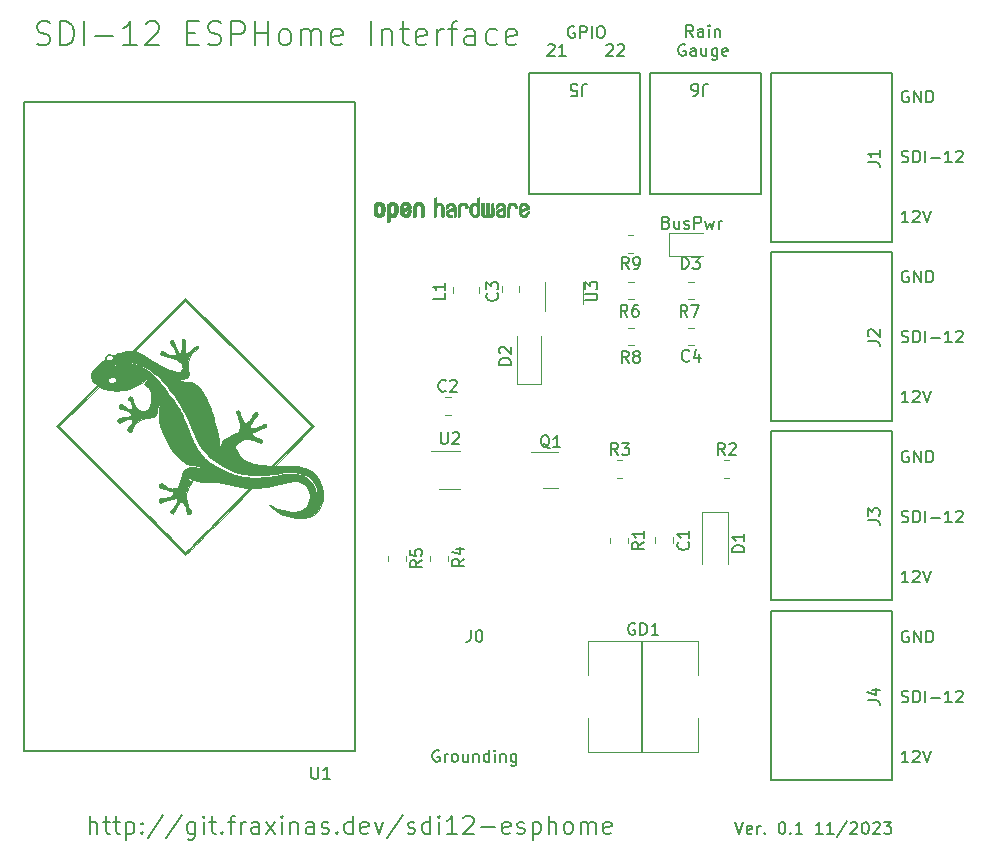
<source format=gbr>
%TF.GenerationSoftware,KiCad,Pcbnew,7.0.8*%
%TF.CreationDate,2023-11-13T13:57:56+01:00*%
%TF.ProjectId,sdi12-esphome,73646931-322d-4657-9370-686f6d652e6b,rev?*%
%TF.SameCoordinates,Original*%
%TF.FileFunction,Legend,Top*%
%TF.FilePolarity,Positive*%
%FSLAX46Y46*%
G04 Gerber Fmt 4.6, Leading zero omitted, Abs format (unit mm)*
G04 Created by KiCad (PCBNEW 7.0.8) date 2023-11-13 13:57:56*
%MOMM*%
%LPD*%
G01*
G04 APERTURE LIST*
%ADD10C,0.150000*%
%ADD11C,0.127000*%
%ADD12C,0.120000*%
%ADD13C,0.152400*%
%ADD14C,0.010000*%
G04 APERTURE END LIST*
D10*
X103560666Y-43217819D02*
X103227333Y-42741628D01*
X102989238Y-43217819D02*
X102989238Y-42217819D01*
X102989238Y-42217819D02*
X103370190Y-42217819D01*
X103370190Y-42217819D02*
X103465428Y-42265438D01*
X103465428Y-42265438D02*
X103513047Y-42313057D01*
X103513047Y-42313057D02*
X103560666Y-42408295D01*
X103560666Y-42408295D02*
X103560666Y-42551152D01*
X103560666Y-42551152D02*
X103513047Y-42646390D01*
X103513047Y-42646390D02*
X103465428Y-42694009D01*
X103465428Y-42694009D02*
X103370190Y-42741628D01*
X103370190Y-42741628D02*
X102989238Y-42741628D01*
X104417809Y-43217819D02*
X104417809Y-42694009D01*
X104417809Y-42694009D02*
X104370190Y-42598771D01*
X104370190Y-42598771D02*
X104274952Y-42551152D01*
X104274952Y-42551152D02*
X104084476Y-42551152D01*
X104084476Y-42551152D02*
X103989238Y-42598771D01*
X104417809Y-43170200D02*
X104322571Y-43217819D01*
X104322571Y-43217819D02*
X104084476Y-43217819D01*
X104084476Y-43217819D02*
X103989238Y-43170200D01*
X103989238Y-43170200D02*
X103941619Y-43074961D01*
X103941619Y-43074961D02*
X103941619Y-42979723D01*
X103941619Y-42979723D02*
X103989238Y-42884485D01*
X103989238Y-42884485D02*
X104084476Y-42836866D01*
X104084476Y-42836866D02*
X104322571Y-42836866D01*
X104322571Y-42836866D02*
X104417809Y-42789247D01*
X104894000Y-43217819D02*
X104894000Y-42551152D01*
X104894000Y-42217819D02*
X104846381Y-42265438D01*
X104846381Y-42265438D02*
X104894000Y-42313057D01*
X104894000Y-42313057D02*
X104941619Y-42265438D01*
X104941619Y-42265438D02*
X104894000Y-42217819D01*
X104894000Y-42217819D02*
X104894000Y-42313057D01*
X105370190Y-42551152D02*
X105370190Y-43217819D01*
X105370190Y-42646390D02*
X105417809Y-42598771D01*
X105417809Y-42598771D02*
X105513047Y-42551152D01*
X105513047Y-42551152D02*
X105655904Y-42551152D01*
X105655904Y-42551152D02*
X105751142Y-42598771D01*
X105751142Y-42598771D02*
X105798761Y-42694009D01*
X105798761Y-42694009D02*
X105798761Y-43217819D01*
X102870190Y-43875438D02*
X102774952Y-43827819D01*
X102774952Y-43827819D02*
X102632095Y-43827819D01*
X102632095Y-43827819D02*
X102489238Y-43875438D01*
X102489238Y-43875438D02*
X102394000Y-43970676D01*
X102394000Y-43970676D02*
X102346381Y-44065914D01*
X102346381Y-44065914D02*
X102298762Y-44256390D01*
X102298762Y-44256390D02*
X102298762Y-44399247D01*
X102298762Y-44399247D02*
X102346381Y-44589723D01*
X102346381Y-44589723D02*
X102394000Y-44684961D01*
X102394000Y-44684961D02*
X102489238Y-44780200D01*
X102489238Y-44780200D02*
X102632095Y-44827819D01*
X102632095Y-44827819D02*
X102727333Y-44827819D01*
X102727333Y-44827819D02*
X102870190Y-44780200D01*
X102870190Y-44780200D02*
X102917809Y-44732580D01*
X102917809Y-44732580D02*
X102917809Y-44399247D01*
X102917809Y-44399247D02*
X102727333Y-44399247D01*
X103774952Y-44827819D02*
X103774952Y-44304009D01*
X103774952Y-44304009D02*
X103727333Y-44208771D01*
X103727333Y-44208771D02*
X103632095Y-44161152D01*
X103632095Y-44161152D02*
X103441619Y-44161152D01*
X103441619Y-44161152D02*
X103346381Y-44208771D01*
X103774952Y-44780200D02*
X103679714Y-44827819D01*
X103679714Y-44827819D02*
X103441619Y-44827819D01*
X103441619Y-44827819D02*
X103346381Y-44780200D01*
X103346381Y-44780200D02*
X103298762Y-44684961D01*
X103298762Y-44684961D02*
X103298762Y-44589723D01*
X103298762Y-44589723D02*
X103346381Y-44494485D01*
X103346381Y-44494485D02*
X103441619Y-44446866D01*
X103441619Y-44446866D02*
X103679714Y-44446866D01*
X103679714Y-44446866D02*
X103774952Y-44399247D01*
X104679714Y-44161152D02*
X104679714Y-44827819D01*
X104251143Y-44161152D02*
X104251143Y-44684961D01*
X104251143Y-44684961D02*
X104298762Y-44780200D01*
X104298762Y-44780200D02*
X104394000Y-44827819D01*
X104394000Y-44827819D02*
X104536857Y-44827819D01*
X104536857Y-44827819D02*
X104632095Y-44780200D01*
X104632095Y-44780200D02*
X104679714Y-44732580D01*
X105584476Y-44161152D02*
X105584476Y-44970676D01*
X105584476Y-44970676D02*
X105536857Y-45065914D01*
X105536857Y-45065914D02*
X105489238Y-45113533D01*
X105489238Y-45113533D02*
X105394000Y-45161152D01*
X105394000Y-45161152D02*
X105251143Y-45161152D01*
X105251143Y-45161152D02*
X105155905Y-45113533D01*
X105584476Y-44780200D02*
X105489238Y-44827819D01*
X105489238Y-44827819D02*
X105298762Y-44827819D01*
X105298762Y-44827819D02*
X105203524Y-44780200D01*
X105203524Y-44780200D02*
X105155905Y-44732580D01*
X105155905Y-44732580D02*
X105108286Y-44637342D01*
X105108286Y-44637342D02*
X105108286Y-44351628D01*
X105108286Y-44351628D02*
X105155905Y-44256390D01*
X105155905Y-44256390D02*
X105203524Y-44208771D01*
X105203524Y-44208771D02*
X105298762Y-44161152D01*
X105298762Y-44161152D02*
X105489238Y-44161152D01*
X105489238Y-44161152D02*
X105584476Y-44208771D01*
X106441619Y-44780200D02*
X106346381Y-44827819D01*
X106346381Y-44827819D02*
X106155905Y-44827819D01*
X106155905Y-44827819D02*
X106060667Y-44780200D01*
X106060667Y-44780200D02*
X106013048Y-44684961D01*
X106013048Y-44684961D02*
X106013048Y-44304009D01*
X106013048Y-44304009D02*
X106060667Y-44208771D01*
X106060667Y-44208771D02*
X106155905Y-44161152D01*
X106155905Y-44161152D02*
X106346381Y-44161152D01*
X106346381Y-44161152D02*
X106441619Y-44208771D01*
X106441619Y-44208771D02*
X106489238Y-44304009D01*
X106489238Y-44304009D02*
X106489238Y-44399247D01*
X106489238Y-44399247D02*
X106013048Y-44494485D01*
X52455826Y-110686128D02*
X52455826Y-109186128D01*
X53098684Y-110686128D02*
X53098684Y-109900414D01*
X53098684Y-109900414D02*
X53027255Y-109757557D01*
X53027255Y-109757557D02*
X52884398Y-109686128D01*
X52884398Y-109686128D02*
X52670112Y-109686128D01*
X52670112Y-109686128D02*
X52527255Y-109757557D01*
X52527255Y-109757557D02*
X52455826Y-109828985D01*
X53598684Y-109686128D02*
X54170112Y-109686128D01*
X53812969Y-109186128D02*
X53812969Y-110471842D01*
X53812969Y-110471842D02*
X53884398Y-110614700D01*
X53884398Y-110614700D02*
X54027255Y-110686128D01*
X54027255Y-110686128D02*
X54170112Y-110686128D01*
X54455827Y-109686128D02*
X55027255Y-109686128D01*
X54670112Y-109186128D02*
X54670112Y-110471842D01*
X54670112Y-110471842D02*
X54741541Y-110614700D01*
X54741541Y-110614700D02*
X54884398Y-110686128D01*
X54884398Y-110686128D02*
X55027255Y-110686128D01*
X55527255Y-109686128D02*
X55527255Y-111186128D01*
X55527255Y-109757557D02*
X55670113Y-109686128D01*
X55670113Y-109686128D02*
X55955827Y-109686128D01*
X55955827Y-109686128D02*
X56098684Y-109757557D01*
X56098684Y-109757557D02*
X56170113Y-109828985D01*
X56170113Y-109828985D02*
X56241541Y-109971842D01*
X56241541Y-109971842D02*
X56241541Y-110400414D01*
X56241541Y-110400414D02*
X56170113Y-110543271D01*
X56170113Y-110543271D02*
X56098684Y-110614700D01*
X56098684Y-110614700D02*
X55955827Y-110686128D01*
X55955827Y-110686128D02*
X55670113Y-110686128D01*
X55670113Y-110686128D02*
X55527255Y-110614700D01*
X56884398Y-110543271D02*
X56955827Y-110614700D01*
X56955827Y-110614700D02*
X56884398Y-110686128D01*
X56884398Y-110686128D02*
X56812970Y-110614700D01*
X56812970Y-110614700D02*
X56884398Y-110543271D01*
X56884398Y-110543271D02*
X56884398Y-110686128D01*
X56884398Y-109757557D02*
X56955827Y-109828985D01*
X56955827Y-109828985D02*
X56884398Y-109900414D01*
X56884398Y-109900414D02*
X56812970Y-109828985D01*
X56812970Y-109828985D02*
X56884398Y-109757557D01*
X56884398Y-109757557D02*
X56884398Y-109900414D01*
X58670113Y-109114700D02*
X57384399Y-111043271D01*
X60241542Y-109114700D02*
X58955828Y-111043271D01*
X61384400Y-109686128D02*
X61384400Y-110900414D01*
X61384400Y-110900414D02*
X61312971Y-111043271D01*
X61312971Y-111043271D02*
X61241542Y-111114700D01*
X61241542Y-111114700D02*
X61098685Y-111186128D01*
X61098685Y-111186128D02*
X60884400Y-111186128D01*
X60884400Y-111186128D02*
X60741542Y-111114700D01*
X61384400Y-110614700D02*
X61241542Y-110686128D01*
X61241542Y-110686128D02*
X60955828Y-110686128D01*
X60955828Y-110686128D02*
X60812971Y-110614700D01*
X60812971Y-110614700D02*
X60741542Y-110543271D01*
X60741542Y-110543271D02*
X60670114Y-110400414D01*
X60670114Y-110400414D02*
X60670114Y-109971842D01*
X60670114Y-109971842D02*
X60741542Y-109828985D01*
X60741542Y-109828985D02*
X60812971Y-109757557D01*
X60812971Y-109757557D02*
X60955828Y-109686128D01*
X60955828Y-109686128D02*
X61241542Y-109686128D01*
X61241542Y-109686128D02*
X61384400Y-109757557D01*
X62098685Y-110686128D02*
X62098685Y-109686128D01*
X62098685Y-109186128D02*
X62027257Y-109257557D01*
X62027257Y-109257557D02*
X62098685Y-109328985D01*
X62098685Y-109328985D02*
X62170114Y-109257557D01*
X62170114Y-109257557D02*
X62098685Y-109186128D01*
X62098685Y-109186128D02*
X62098685Y-109328985D01*
X62598686Y-109686128D02*
X63170114Y-109686128D01*
X62812971Y-109186128D02*
X62812971Y-110471842D01*
X62812971Y-110471842D02*
X62884400Y-110614700D01*
X62884400Y-110614700D02*
X63027257Y-110686128D01*
X63027257Y-110686128D02*
X63170114Y-110686128D01*
X63670114Y-110543271D02*
X63741543Y-110614700D01*
X63741543Y-110614700D02*
X63670114Y-110686128D01*
X63670114Y-110686128D02*
X63598686Y-110614700D01*
X63598686Y-110614700D02*
X63670114Y-110543271D01*
X63670114Y-110543271D02*
X63670114Y-110686128D01*
X64170115Y-109686128D02*
X64741543Y-109686128D01*
X64384400Y-110686128D02*
X64384400Y-109400414D01*
X64384400Y-109400414D02*
X64455829Y-109257557D01*
X64455829Y-109257557D02*
X64598686Y-109186128D01*
X64598686Y-109186128D02*
X64741543Y-109186128D01*
X65241543Y-110686128D02*
X65241543Y-109686128D01*
X65241543Y-109971842D02*
X65312972Y-109828985D01*
X65312972Y-109828985D02*
X65384401Y-109757557D01*
X65384401Y-109757557D02*
X65527258Y-109686128D01*
X65527258Y-109686128D02*
X65670115Y-109686128D01*
X66812972Y-110686128D02*
X66812972Y-109900414D01*
X66812972Y-109900414D02*
X66741543Y-109757557D01*
X66741543Y-109757557D02*
X66598686Y-109686128D01*
X66598686Y-109686128D02*
X66312972Y-109686128D01*
X66312972Y-109686128D02*
X66170114Y-109757557D01*
X66812972Y-110614700D02*
X66670114Y-110686128D01*
X66670114Y-110686128D02*
X66312972Y-110686128D01*
X66312972Y-110686128D02*
X66170114Y-110614700D01*
X66170114Y-110614700D02*
X66098686Y-110471842D01*
X66098686Y-110471842D02*
X66098686Y-110328985D01*
X66098686Y-110328985D02*
X66170114Y-110186128D01*
X66170114Y-110186128D02*
X66312972Y-110114700D01*
X66312972Y-110114700D02*
X66670114Y-110114700D01*
X66670114Y-110114700D02*
X66812972Y-110043271D01*
X67384400Y-110686128D02*
X68170115Y-109686128D01*
X67384400Y-109686128D02*
X68170115Y-110686128D01*
X68741543Y-110686128D02*
X68741543Y-109686128D01*
X68741543Y-109186128D02*
X68670115Y-109257557D01*
X68670115Y-109257557D02*
X68741543Y-109328985D01*
X68741543Y-109328985D02*
X68812972Y-109257557D01*
X68812972Y-109257557D02*
X68741543Y-109186128D01*
X68741543Y-109186128D02*
X68741543Y-109328985D01*
X69455829Y-109686128D02*
X69455829Y-110686128D01*
X69455829Y-109828985D02*
X69527258Y-109757557D01*
X69527258Y-109757557D02*
X69670115Y-109686128D01*
X69670115Y-109686128D02*
X69884401Y-109686128D01*
X69884401Y-109686128D02*
X70027258Y-109757557D01*
X70027258Y-109757557D02*
X70098687Y-109900414D01*
X70098687Y-109900414D02*
X70098687Y-110686128D01*
X71455830Y-110686128D02*
X71455830Y-109900414D01*
X71455830Y-109900414D02*
X71384401Y-109757557D01*
X71384401Y-109757557D02*
X71241544Y-109686128D01*
X71241544Y-109686128D02*
X70955830Y-109686128D01*
X70955830Y-109686128D02*
X70812972Y-109757557D01*
X71455830Y-110614700D02*
X71312972Y-110686128D01*
X71312972Y-110686128D02*
X70955830Y-110686128D01*
X70955830Y-110686128D02*
X70812972Y-110614700D01*
X70812972Y-110614700D02*
X70741544Y-110471842D01*
X70741544Y-110471842D02*
X70741544Y-110328985D01*
X70741544Y-110328985D02*
X70812972Y-110186128D01*
X70812972Y-110186128D02*
X70955830Y-110114700D01*
X70955830Y-110114700D02*
X71312972Y-110114700D01*
X71312972Y-110114700D02*
X71455830Y-110043271D01*
X72098687Y-110614700D02*
X72241544Y-110686128D01*
X72241544Y-110686128D02*
X72527258Y-110686128D01*
X72527258Y-110686128D02*
X72670115Y-110614700D01*
X72670115Y-110614700D02*
X72741544Y-110471842D01*
X72741544Y-110471842D02*
X72741544Y-110400414D01*
X72741544Y-110400414D02*
X72670115Y-110257557D01*
X72670115Y-110257557D02*
X72527258Y-110186128D01*
X72527258Y-110186128D02*
X72312973Y-110186128D01*
X72312973Y-110186128D02*
X72170115Y-110114700D01*
X72170115Y-110114700D02*
X72098687Y-109971842D01*
X72098687Y-109971842D02*
X72098687Y-109900414D01*
X72098687Y-109900414D02*
X72170115Y-109757557D01*
X72170115Y-109757557D02*
X72312973Y-109686128D01*
X72312973Y-109686128D02*
X72527258Y-109686128D01*
X72527258Y-109686128D02*
X72670115Y-109757557D01*
X73384401Y-110543271D02*
X73455830Y-110614700D01*
X73455830Y-110614700D02*
X73384401Y-110686128D01*
X73384401Y-110686128D02*
X73312973Y-110614700D01*
X73312973Y-110614700D02*
X73384401Y-110543271D01*
X73384401Y-110543271D02*
X73384401Y-110686128D01*
X74741545Y-110686128D02*
X74741545Y-109186128D01*
X74741545Y-110614700D02*
X74598687Y-110686128D01*
X74598687Y-110686128D02*
X74312973Y-110686128D01*
X74312973Y-110686128D02*
X74170116Y-110614700D01*
X74170116Y-110614700D02*
X74098687Y-110543271D01*
X74098687Y-110543271D02*
X74027259Y-110400414D01*
X74027259Y-110400414D02*
X74027259Y-109971842D01*
X74027259Y-109971842D02*
X74098687Y-109828985D01*
X74098687Y-109828985D02*
X74170116Y-109757557D01*
X74170116Y-109757557D02*
X74312973Y-109686128D01*
X74312973Y-109686128D02*
X74598687Y-109686128D01*
X74598687Y-109686128D02*
X74741545Y-109757557D01*
X76027259Y-110614700D02*
X75884402Y-110686128D01*
X75884402Y-110686128D02*
X75598688Y-110686128D01*
X75598688Y-110686128D02*
X75455830Y-110614700D01*
X75455830Y-110614700D02*
X75384402Y-110471842D01*
X75384402Y-110471842D02*
X75384402Y-109900414D01*
X75384402Y-109900414D02*
X75455830Y-109757557D01*
X75455830Y-109757557D02*
X75598688Y-109686128D01*
X75598688Y-109686128D02*
X75884402Y-109686128D01*
X75884402Y-109686128D02*
X76027259Y-109757557D01*
X76027259Y-109757557D02*
X76098688Y-109900414D01*
X76098688Y-109900414D02*
X76098688Y-110043271D01*
X76098688Y-110043271D02*
X75384402Y-110186128D01*
X76598687Y-109686128D02*
X76955830Y-110686128D01*
X76955830Y-110686128D02*
X77312973Y-109686128D01*
X78955830Y-109114700D02*
X77670116Y-111043271D01*
X79384402Y-110614700D02*
X79527259Y-110686128D01*
X79527259Y-110686128D02*
X79812973Y-110686128D01*
X79812973Y-110686128D02*
X79955830Y-110614700D01*
X79955830Y-110614700D02*
X80027259Y-110471842D01*
X80027259Y-110471842D02*
X80027259Y-110400414D01*
X80027259Y-110400414D02*
X79955830Y-110257557D01*
X79955830Y-110257557D02*
X79812973Y-110186128D01*
X79812973Y-110186128D02*
X79598688Y-110186128D01*
X79598688Y-110186128D02*
X79455830Y-110114700D01*
X79455830Y-110114700D02*
X79384402Y-109971842D01*
X79384402Y-109971842D02*
X79384402Y-109900414D01*
X79384402Y-109900414D02*
X79455830Y-109757557D01*
X79455830Y-109757557D02*
X79598688Y-109686128D01*
X79598688Y-109686128D02*
X79812973Y-109686128D01*
X79812973Y-109686128D02*
X79955830Y-109757557D01*
X81312974Y-110686128D02*
X81312974Y-109186128D01*
X81312974Y-110614700D02*
X81170116Y-110686128D01*
X81170116Y-110686128D02*
X80884402Y-110686128D01*
X80884402Y-110686128D02*
X80741545Y-110614700D01*
X80741545Y-110614700D02*
X80670116Y-110543271D01*
X80670116Y-110543271D02*
X80598688Y-110400414D01*
X80598688Y-110400414D02*
X80598688Y-109971842D01*
X80598688Y-109971842D02*
X80670116Y-109828985D01*
X80670116Y-109828985D02*
X80741545Y-109757557D01*
X80741545Y-109757557D02*
X80884402Y-109686128D01*
X80884402Y-109686128D02*
X81170116Y-109686128D01*
X81170116Y-109686128D02*
X81312974Y-109757557D01*
X82027259Y-110686128D02*
X82027259Y-109686128D01*
X82027259Y-109186128D02*
X81955831Y-109257557D01*
X81955831Y-109257557D02*
X82027259Y-109328985D01*
X82027259Y-109328985D02*
X82098688Y-109257557D01*
X82098688Y-109257557D02*
X82027259Y-109186128D01*
X82027259Y-109186128D02*
X82027259Y-109328985D01*
X83527260Y-110686128D02*
X82670117Y-110686128D01*
X83098688Y-110686128D02*
X83098688Y-109186128D01*
X83098688Y-109186128D02*
X82955831Y-109400414D01*
X82955831Y-109400414D02*
X82812974Y-109543271D01*
X82812974Y-109543271D02*
X82670117Y-109614700D01*
X84098688Y-109328985D02*
X84170116Y-109257557D01*
X84170116Y-109257557D02*
X84312974Y-109186128D01*
X84312974Y-109186128D02*
X84670116Y-109186128D01*
X84670116Y-109186128D02*
X84812974Y-109257557D01*
X84812974Y-109257557D02*
X84884402Y-109328985D01*
X84884402Y-109328985D02*
X84955831Y-109471842D01*
X84955831Y-109471842D02*
X84955831Y-109614700D01*
X84955831Y-109614700D02*
X84884402Y-109828985D01*
X84884402Y-109828985D02*
X84027259Y-110686128D01*
X84027259Y-110686128D02*
X84955831Y-110686128D01*
X85598687Y-110114700D02*
X86741545Y-110114700D01*
X88027259Y-110614700D02*
X87884402Y-110686128D01*
X87884402Y-110686128D02*
X87598688Y-110686128D01*
X87598688Y-110686128D02*
X87455830Y-110614700D01*
X87455830Y-110614700D02*
X87384402Y-110471842D01*
X87384402Y-110471842D02*
X87384402Y-109900414D01*
X87384402Y-109900414D02*
X87455830Y-109757557D01*
X87455830Y-109757557D02*
X87598688Y-109686128D01*
X87598688Y-109686128D02*
X87884402Y-109686128D01*
X87884402Y-109686128D02*
X88027259Y-109757557D01*
X88027259Y-109757557D02*
X88098688Y-109900414D01*
X88098688Y-109900414D02*
X88098688Y-110043271D01*
X88098688Y-110043271D02*
X87384402Y-110186128D01*
X88670116Y-110614700D02*
X88812973Y-110686128D01*
X88812973Y-110686128D02*
X89098687Y-110686128D01*
X89098687Y-110686128D02*
X89241544Y-110614700D01*
X89241544Y-110614700D02*
X89312973Y-110471842D01*
X89312973Y-110471842D02*
X89312973Y-110400414D01*
X89312973Y-110400414D02*
X89241544Y-110257557D01*
X89241544Y-110257557D02*
X89098687Y-110186128D01*
X89098687Y-110186128D02*
X88884402Y-110186128D01*
X88884402Y-110186128D02*
X88741544Y-110114700D01*
X88741544Y-110114700D02*
X88670116Y-109971842D01*
X88670116Y-109971842D02*
X88670116Y-109900414D01*
X88670116Y-109900414D02*
X88741544Y-109757557D01*
X88741544Y-109757557D02*
X88884402Y-109686128D01*
X88884402Y-109686128D02*
X89098687Y-109686128D01*
X89098687Y-109686128D02*
X89241544Y-109757557D01*
X89955830Y-109686128D02*
X89955830Y-111186128D01*
X89955830Y-109757557D02*
X90098688Y-109686128D01*
X90098688Y-109686128D02*
X90384402Y-109686128D01*
X90384402Y-109686128D02*
X90527259Y-109757557D01*
X90527259Y-109757557D02*
X90598688Y-109828985D01*
X90598688Y-109828985D02*
X90670116Y-109971842D01*
X90670116Y-109971842D02*
X90670116Y-110400414D01*
X90670116Y-110400414D02*
X90598688Y-110543271D01*
X90598688Y-110543271D02*
X90527259Y-110614700D01*
X90527259Y-110614700D02*
X90384402Y-110686128D01*
X90384402Y-110686128D02*
X90098688Y-110686128D01*
X90098688Y-110686128D02*
X89955830Y-110614700D01*
X91312973Y-110686128D02*
X91312973Y-109186128D01*
X91955831Y-110686128D02*
X91955831Y-109900414D01*
X91955831Y-109900414D02*
X91884402Y-109757557D01*
X91884402Y-109757557D02*
X91741545Y-109686128D01*
X91741545Y-109686128D02*
X91527259Y-109686128D01*
X91527259Y-109686128D02*
X91384402Y-109757557D01*
X91384402Y-109757557D02*
X91312973Y-109828985D01*
X92884402Y-110686128D02*
X92741545Y-110614700D01*
X92741545Y-110614700D02*
X92670116Y-110543271D01*
X92670116Y-110543271D02*
X92598688Y-110400414D01*
X92598688Y-110400414D02*
X92598688Y-109971842D01*
X92598688Y-109971842D02*
X92670116Y-109828985D01*
X92670116Y-109828985D02*
X92741545Y-109757557D01*
X92741545Y-109757557D02*
X92884402Y-109686128D01*
X92884402Y-109686128D02*
X93098688Y-109686128D01*
X93098688Y-109686128D02*
X93241545Y-109757557D01*
X93241545Y-109757557D02*
X93312974Y-109828985D01*
X93312974Y-109828985D02*
X93384402Y-109971842D01*
X93384402Y-109971842D02*
X93384402Y-110400414D01*
X93384402Y-110400414D02*
X93312974Y-110543271D01*
X93312974Y-110543271D02*
X93241545Y-110614700D01*
X93241545Y-110614700D02*
X93098688Y-110686128D01*
X93098688Y-110686128D02*
X92884402Y-110686128D01*
X94027259Y-110686128D02*
X94027259Y-109686128D01*
X94027259Y-109828985D02*
X94098688Y-109757557D01*
X94098688Y-109757557D02*
X94241545Y-109686128D01*
X94241545Y-109686128D02*
X94455831Y-109686128D01*
X94455831Y-109686128D02*
X94598688Y-109757557D01*
X94598688Y-109757557D02*
X94670117Y-109900414D01*
X94670117Y-109900414D02*
X94670117Y-110686128D01*
X94670117Y-109900414D02*
X94741545Y-109757557D01*
X94741545Y-109757557D02*
X94884402Y-109686128D01*
X94884402Y-109686128D02*
X95098688Y-109686128D01*
X95098688Y-109686128D02*
X95241545Y-109757557D01*
X95241545Y-109757557D02*
X95312974Y-109900414D01*
X95312974Y-109900414D02*
X95312974Y-110686128D01*
X96598688Y-110614700D02*
X96455831Y-110686128D01*
X96455831Y-110686128D02*
X96170117Y-110686128D01*
X96170117Y-110686128D02*
X96027259Y-110614700D01*
X96027259Y-110614700D02*
X95955831Y-110471842D01*
X95955831Y-110471842D02*
X95955831Y-109900414D01*
X95955831Y-109900414D02*
X96027259Y-109757557D01*
X96027259Y-109757557D02*
X96170117Y-109686128D01*
X96170117Y-109686128D02*
X96455831Y-109686128D01*
X96455831Y-109686128D02*
X96598688Y-109757557D01*
X96598688Y-109757557D02*
X96670117Y-109900414D01*
X96670117Y-109900414D02*
X96670117Y-110043271D01*
X96670117Y-110043271D02*
X95955831Y-110186128D01*
X121770588Y-93532438D02*
X121675350Y-93484819D01*
X121675350Y-93484819D02*
X121532493Y-93484819D01*
X121532493Y-93484819D02*
X121389636Y-93532438D01*
X121389636Y-93532438D02*
X121294398Y-93627676D01*
X121294398Y-93627676D02*
X121246779Y-93722914D01*
X121246779Y-93722914D02*
X121199160Y-93913390D01*
X121199160Y-93913390D02*
X121199160Y-94056247D01*
X121199160Y-94056247D02*
X121246779Y-94246723D01*
X121246779Y-94246723D02*
X121294398Y-94341961D01*
X121294398Y-94341961D02*
X121389636Y-94437200D01*
X121389636Y-94437200D02*
X121532493Y-94484819D01*
X121532493Y-94484819D02*
X121627731Y-94484819D01*
X121627731Y-94484819D02*
X121770588Y-94437200D01*
X121770588Y-94437200D02*
X121818207Y-94389580D01*
X121818207Y-94389580D02*
X121818207Y-94056247D01*
X121818207Y-94056247D02*
X121627731Y-94056247D01*
X122246779Y-94484819D02*
X122246779Y-93484819D01*
X122246779Y-93484819D02*
X122818207Y-94484819D01*
X122818207Y-94484819D02*
X122818207Y-93484819D01*
X123294398Y-94484819D02*
X123294398Y-93484819D01*
X123294398Y-93484819D02*
X123532493Y-93484819D01*
X123532493Y-93484819D02*
X123675350Y-93532438D01*
X123675350Y-93532438D02*
X123770588Y-93627676D01*
X123770588Y-93627676D02*
X123818207Y-93722914D01*
X123818207Y-93722914D02*
X123865826Y-93913390D01*
X123865826Y-93913390D02*
X123865826Y-94056247D01*
X123865826Y-94056247D02*
X123818207Y-94246723D01*
X123818207Y-94246723D02*
X123770588Y-94341961D01*
X123770588Y-94341961D02*
X123675350Y-94437200D01*
X123675350Y-94437200D02*
X123532493Y-94484819D01*
X123532493Y-94484819D02*
X123294398Y-94484819D01*
X93488000Y-42351438D02*
X93392762Y-42303819D01*
X93392762Y-42303819D02*
X93249905Y-42303819D01*
X93249905Y-42303819D02*
X93107048Y-42351438D01*
X93107048Y-42351438D02*
X93011810Y-42446676D01*
X93011810Y-42446676D02*
X92964191Y-42541914D01*
X92964191Y-42541914D02*
X92916572Y-42732390D01*
X92916572Y-42732390D02*
X92916572Y-42875247D01*
X92916572Y-42875247D02*
X92964191Y-43065723D01*
X92964191Y-43065723D02*
X93011810Y-43160961D01*
X93011810Y-43160961D02*
X93107048Y-43256200D01*
X93107048Y-43256200D02*
X93249905Y-43303819D01*
X93249905Y-43303819D02*
X93345143Y-43303819D01*
X93345143Y-43303819D02*
X93488000Y-43256200D01*
X93488000Y-43256200D02*
X93535619Y-43208580D01*
X93535619Y-43208580D02*
X93535619Y-42875247D01*
X93535619Y-42875247D02*
X93345143Y-42875247D01*
X93964191Y-43303819D02*
X93964191Y-42303819D01*
X93964191Y-42303819D02*
X94345143Y-42303819D01*
X94345143Y-42303819D02*
X94440381Y-42351438D01*
X94440381Y-42351438D02*
X94488000Y-42399057D01*
X94488000Y-42399057D02*
X94535619Y-42494295D01*
X94535619Y-42494295D02*
X94535619Y-42637152D01*
X94535619Y-42637152D02*
X94488000Y-42732390D01*
X94488000Y-42732390D02*
X94440381Y-42780009D01*
X94440381Y-42780009D02*
X94345143Y-42827628D01*
X94345143Y-42827628D02*
X93964191Y-42827628D01*
X94964191Y-43303819D02*
X94964191Y-42303819D01*
X95630857Y-42303819D02*
X95821333Y-42303819D01*
X95821333Y-42303819D02*
X95916571Y-42351438D01*
X95916571Y-42351438D02*
X96011809Y-42446676D01*
X96011809Y-42446676D02*
X96059428Y-42637152D01*
X96059428Y-42637152D02*
X96059428Y-42970485D01*
X96059428Y-42970485D02*
X96011809Y-43160961D01*
X96011809Y-43160961D02*
X95916571Y-43256200D01*
X95916571Y-43256200D02*
X95821333Y-43303819D01*
X95821333Y-43303819D02*
X95630857Y-43303819D01*
X95630857Y-43303819D02*
X95535619Y-43256200D01*
X95535619Y-43256200D02*
X95440381Y-43160961D01*
X95440381Y-43160961D02*
X95392762Y-42970485D01*
X95392762Y-42970485D02*
X95392762Y-42637152D01*
X95392762Y-42637152D02*
X95440381Y-42446676D01*
X95440381Y-42446676D02*
X95535619Y-42351438D01*
X95535619Y-42351438D02*
X95630857Y-42303819D01*
X121770588Y-58924819D02*
X121199160Y-58924819D01*
X121484874Y-58924819D02*
X121484874Y-57924819D01*
X121484874Y-57924819D02*
X121389636Y-58067676D01*
X121389636Y-58067676D02*
X121294398Y-58162914D01*
X121294398Y-58162914D02*
X121199160Y-58210533D01*
X122151541Y-58020057D02*
X122199160Y-57972438D01*
X122199160Y-57972438D02*
X122294398Y-57924819D01*
X122294398Y-57924819D02*
X122532493Y-57924819D01*
X122532493Y-57924819D02*
X122627731Y-57972438D01*
X122627731Y-57972438D02*
X122675350Y-58020057D01*
X122675350Y-58020057D02*
X122722969Y-58115295D01*
X122722969Y-58115295D02*
X122722969Y-58210533D01*
X122722969Y-58210533D02*
X122675350Y-58353390D01*
X122675350Y-58353390D02*
X122103922Y-58924819D01*
X122103922Y-58924819D02*
X122722969Y-58924819D01*
X123008684Y-57924819D02*
X123342017Y-58924819D01*
X123342017Y-58924819D02*
X123675350Y-57924819D01*
X121199160Y-53797200D02*
X121342017Y-53844819D01*
X121342017Y-53844819D02*
X121580112Y-53844819D01*
X121580112Y-53844819D02*
X121675350Y-53797200D01*
X121675350Y-53797200D02*
X121722969Y-53749580D01*
X121722969Y-53749580D02*
X121770588Y-53654342D01*
X121770588Y-53654342D02*
X121770588Y-53559104D01*
X121770588Y-53559104D02*
X121722969Y-53463866D01*
X121722969Y-53463866D02*
X121675350Y-53416247D01*
X121675350Y-53416247D02*
X121580112Y-53368628D01*
X121580112Y-53368628D02*
X121389636Y-53321009D01*
X121389636Y-53321009D02*
X121294398Y-53273390D01*
X121294398Y-53273390D02*
X121246779Y-53225771D01*
X121246779Y-53225771D02*
X121199160Y-53130533D01*
X121199160Y-53130533D02*
X121199160Y-53035295D01*
X121199160Y-53035295D02*
X121246779Y-52940057D01*
X121246779Y-52940057D02*
X121294398Y-52892438D01*
X121294398Y-52892438D02*
X121389636Y-52844819D01*
X121389636Y-52844819D02*
X121627731Y-52844819D01*
X121627731Y-52844819D02*
X121770588Y-52892438D01*
X122199160Y-53844819D02*
X122199160Y-52844819D01*
X122199160Y-52844819D02*
X122437255Y-52844819D01*
X122437255Y-52844819D02*
X122580112Y-52892438D01*
X122580112Y-52892438D02*
X122675350Y-52987676D01*
X122675350Y-52987676D02*
X122722969Y-53082914D01*
X122722969Y-53082914D02*
X122770588Y-53273390D01*
X122770588Y-53273390D02*
X122770588Y-53416247D01*
X122770588Y-53416247D02*
X122722969Y-53606723D01*
X122722969Y-53606723D02*
X122675350Y-53701961D01*
X122675350Y-53701961D02*
X122580112Y-53797200D01*
X122580112Y-53797200D02*
X122437255Y-53844819D01*
X122437255Y-53844819D02*
X122199160Y-53844819D01*
X123199160Y-53844819D02*
X123199160Y-52844819D01*
X123675350Y-53463866D02*
X124437255Y-53463866D01*
X125437254Y-53844819D02*
X124865826Y-53844819D01*
X125151540Y-53844819D02*
X125151540Y-52844819D01*
X125151540Y-52844819D02*
X125056302Y-52987676D01*
X125056302Y-52987676D02*
X124961064Y-53082914D01*
X124961064Y-53082914D02*
X124865826Y-53130533D01*
X125818207Y-52940057D02*
X125865826Y-52892438D01*
X125865826Y-52892438D02*
X125961064Y-52844819D01*
X125961064Y-52844819D02*
X126199159Y-52844819D01*
X126199159Y-52844819D02*
X126294397Y-52892438D01*
X126294397Y-52892438D02*
X126342016Y-52940057D01*
X126342016Y-52940057D02*
X126389635Y-53035295D01*
X126389635Y-53035295D02*
X126389635Y-53130533D01*
X126389635Y-53130533D02*
X126342016Y-53273390D01*
X126342016Y-53273390D02*
X125770588Y-53844819D01*
X125770588Y-53844819D02*
X126389635Y-53844819D01*
X121199160Y-99517200D02*
X121342017Y-99564819D01*
X121342017Y-99564819D02*
X121580112Y-99564819D01*
X121580112Y-99564819D02*
X121675350Y-99517200D01*
X121675350Y-99517200D02*
X121722969Y-99469580D01*
X121722969Y-99469580D02*
X121770588Y-99374342D01*
X121770588Y-99374342D02*
X121770588Y-99279104D01*
X121770588Y-99279104D02*
X121722969Y-99183866D01*
X121722969Y-99183866D02*
X121675350Y-99136247D01*
X121675350Y-99136247D02*
X121580112Y-99088628D01*
X121580112Y-99088628D02*
X121389636Y-99041009D01*
X121389636Y-99041009D02*
X121294398Y-98993390D01*
X121294398Y-98993390D02*
X121246779Y-98945771D01*
X121246779Y-98945771D02*
X121199160Y-98850533D01*
X121199160Y-98850533D02*
X121199160Y-98755295D01*
X121199160Y-98755295D02*
X121246779Y-98660057D01*
X121246779Y-98660057D02*
X121294398Y-98612438D01*
X121294398Y-98612438D02*
X121389636Y-98564819D01*
X121389636Y-98564819D02*
X121627731Y-98564819D01*
X121627731Y-98564819D02*
X121770588Y-98612438D01*
X122199160Y-99564819D02*
X122199160Y-98564819D01*
X122199160Y-98564819D02*
X122437255Y-98564819D01*
X122437255Y-98564819D02*
X122580112Y-98612438D01*
X122580112Y-98612438D02*
X122675350Y-98707676D01*
X122675350Y-98707676D02*
X122722969Y-98802914D01*
X122722969Y-98802914D02*
X122770588Y-98993390D01*
X122770588Y-98993390D02*
X122770588Y-99136247D01*
X122770588Y-99136247D02*
X122722969Y-99326723D01*
X122722969Y-99326723D02*
X122675350Y-99421961D01*
X122675350Y-99421961D02*
X122580112Y-99517200D01*
X122580112Y-99517200D02*
X122437255Y-99564819D01*
X122437255Y-99564819D02*
X122199160Y-99564819D01*
X123199160Y-99564819D02*
X123199160Y-98564819D01*
X123675350Y-99183866D02*
X124437255Y-99183866D01*
X125437254Y-99564819D02*
X124865826Y-99564819D01*
X125151540Y-99564819D02*
X125151540Y-98564819D01*
X125151540Y-98564819D02*
X125056302Y-98707676D01*
X125056302Y-98707676D02*
X124961064Y-98802914D01*
X124961064Y-98802914D02*
X124865826Y-98850533D01*
X125818207Y-98660057D02*
X125865826Y-98612438D01*
X125865826Y-98612438D02*
X125961064Y-98564819D01*
X125961064Y-98564819D02*
X126199159Y-98564819D01*
X126199159Y-98564819D02*
X126294397Y-98612438D01*
X126294397Y-98612438D02*
X126342016Y-98660057D01*
X126342016Y-98660057D02*
X126389635Y-98755295D01*
X126389635Y-98755295D02*
X126389635Y-98850533D01*
X126389635Y-98850533D02*
X126342016Y-98993390D01*
X126342016Y-98993390D02*
X125770588Y-99564819D01*
X125770588Y-99564819D02*
X126389635Y-99564819D01*
X121199160Y-69037200D02*
X121342017Y-69084819D01*
X121342017Y-69084819D02*
X121580112Y-69084819D01*
X121580112Y-69084819D02*
X121675350Y-69037200D01*
X121675350Y-69037200D02*
X121722969Y-68989580D01*
X121722969Y-68989580D02*
X121770588Y-68894342D01*
X121770588Y-68894342D02*
X121770588Y-68799104D01*
X121770588Y-68799104D02*
X121722969Y-68703866D01*
X121722969Y-68703866D02*
X121675350Y-68656247D01*
X121675350Y-68656247D02*
X121580112Y-68608628D01*
X121580112Y-68608628D02*
X121389636Y-68561009D01*
X121389636Y-68561009D02*
X121294398Y-68513390D01*
X121294398Y-68513390D02*
X121246779Y-68465771D01*
X121246779Y-68465771D02*
X121199160Y-68370533D01*
X121199160Y-68370533D02*
X121199160Y-68275295D01*
X121199160Y-68275295D02*
X121246779Y-68180057D01*
X121246779Y-68180057D02*
X121294398Y-68132438D01*
X121294398Y-68132438D02*
X121389636Y-68084819D01*
X121389636Y-68084819D02*
X121627731Y-68084819D01*
X121627731Y-68084819D02*
X121770588Y-68132438D01*
X122199160Y-69084819D02*
X122199160Y-68084819D01*
X122199160Y-68084819D02*
X122437255Y-68084819D01*
X122437255Y-68084819D02*
X122580112Y-68132438D01*
X122580112Y-68132438D02*
X122675350Y-68227676D01*
X122675350Y-68227676D02*
X122722969Y-68322914D01*
X122722969Y-68322914D02*
X122770588Y-68513390D01*
X122770588Y-68513390D02*
X122770588Y-68656247D01*
X122770588Y-68656247D02*
X122722969Y-68846723D01*
X122722969Y-68846723D02*
X122675350Y-68941961D01*
X122675350Y-68941961D02*
X122580112Y-69037200D01*
X122580112Y-69037200D02*
X122437255Y-69084819D01*
X122437255Y-69084819D02*
X122199160Y-69084819D01*
X123199160Y-69084819D02*
X123199160Y-68084819D01*
X123675350Y-68703866D02*
X124437255Y-68703866D01*
X125437254Y-69084819D02*
X124865826Y-69084819D01*
X125151540Y-69084819D02*
X125151540Y-68084819D01*
X125151540Y-68084819D02*
X125056302Y-68227676D01*
X125056302Y-68227676D02*
X124961064Y-68322914D01*
X124961064Y-68322914D02*
X124865826Y-68370533D01*
X125818207Y-68180057D02*
X125865826Y-68132438D01*
X125865826Y-68132438D02*
X125961064Y-68084819D01*
X125961064Y-68084819D02*
X126199159Y-68084819D01*
X126199159Y-68084819D02*
X126294397Y-68132438D01*
X126294397Y-68132438D02*
X126342016Y-68180057D01*
X126342016Y-68180057D02*
X126389635Y-68275295D01*
X126389635Y-68275295D02*
X126389635Y-68370533D01*
X126389635Y-68370533D02*
X126342016Y-68513390D01*
X126342016Y-68513390D02*
X125770588Y-69084819D01*
X125770588Y-69084819D02*
X126389635Y-69084819D01*
X101284285Y-58923997D02*
X101427142Y-58971616D01*
X101427142Y-58971616D02*
X101474761Y-59019235D01*
X101474761Y-59019235D02*
X101522380Y-59114473D01*
X101522380Y-59114473D02*
X101522380Y-59257330D01*
X101522380Y-59257330D02*
X101474761Y-59352568D01*
X101474761Y-59352568D02*
X101427142Y-59400188D01*
X101427142Y-59400188D02*
X101331904Y-59447807D01*
X101331904Y-59447807D02*
X100950952Y-59447807D01*
X100950952Y-59447807D02*
X100950952Y-58447807D01*
X100950952Y-58447807D02*
X101284285Y-58447807D01*
X101284285Y-58447807D02*
X101379523Y-58495426D01*
X101379523Y-58495426D02*
X101427142Y-58543045D01*
X101427142Y-58543045D02*
X101474761Y-58638283D01*
X101474761Y-58638283D02*
X101474761Y-58733521D01*
X101474761Y-58733521D02*
X101427142Y-58828759D01*
X101427142Y-58828759D02*
X101379523Y-58876378D01*
X101379523Y-58876378D02*
X101284285Y-58923997D01*
X101284285Y-58923997D02*
X100950952Y-58923997D01*
X102379523Y-58781140D02*
X102379523Y-59447807D01*
X101950952Y-58781140D02*
X101950952Y-59304949D01*
X101950952Y-59304949D02*
X101998571Y-59400188D01*
X101998571Y-59400188D02*
X102093809Y-59447807D01*
X102093809Y-59447807D02*
X102236666Y-59447807D01*
X102236666Y-59447807D02*
X102331904Y-59400188D01*
X102331904Y-59400188D02*
X102379523Y-59352568D01*
X102808095Y-59400188D02*
X102903333Y-59447807D01*
X102903333Y-59447807D02*
X103093809Y-59447807D01*
X103093809Y-59447807D02*
X103189047Y-59400188D01*
X103189047Y-59400188D02*
X103236666Y-59304949D01*
X103236666Y-59304949D02*
X103236666Y-59257330D01*
X103236666Y-59257330D02*
X103189047Y-59162092D01*
X103189047Y-59162092D02*
X103093809Y-59114473D01*
X103093809Y-59114473D02*
X102950952Y-59114473D01*
X102950952Y-59114473D02*
X102855714Y-59066854D01*
X102855714Y-59066854D02*
X102808095Y-58971616D01*
X102808095Y-58971616D02*
X102808095Y-58923997D01*
X102808095Y-58923997D02*
X102855714Y-58828759D01*
X102855714Y-58828759D02*
X102950952Y-58781140D01*
X102950952Y-58781140D02*
X103093809Y-58781140D01*
X103093809Y-58781140D02*
X103189047Y-58828759D01*
X103665238Y-59447807D02*
X103665238Y-58447807D01*
X103665238Y-58447807D02*
X104046190Y-58447807D01*
X104046190Y-58447807D02*
X104141428Y-58495426D01*
X104141428Y-58495426D02*
X104189047Y-58543045D01*
X104189047Y-58543045D02*
X104236666Y-58638283D01*
X104236666Y-58638283D02*
X104236666Y-58781140D01*
X104236666Y-58781140D02*
X104189047Y-58876378D01*
X104189047Y-58876378D02*
X104141428Y-58923997D01*
X104141428Y-58923997D02*
X104046190Y-58971616D01*
X104046190Y-58971616D02*
X103665238Y-58971616D01*
X104570000Y-58781140D02*
X104760476Y-59447807D01*
X104760476Y-59447807D02*
X104950952Y-58971616D01*
X104950952Y-58971616D02*
X105141428Y-59447807D01*
X105141428Y-59447807D02*
X105331904Y-58781140D01*
X105712857Y-59447807D02*
X105712857Y-58781140D01*
X105712857Y-58971616D02*
X105760476Y-58876378D01*
X105760476Y-58876378D02*
X105808095Y-58828759D01*
X105808095Y-58828759D02*
X105903333Y-58781140D01*
X105903333Y-58781140D02*
X105998571Y-58781140D01*
X121770588Y-63052438D02*
X121675350Y-63004819D01*
X121675350Y-63004819D02*
X121532493Y-63004819D01*
X121532493Y-63004819D02*
X121389636Y-63052438D01*
X121389636Y-63052438D02*
X121294398Y-63147676D01*
X121294398Y-63147676D02*
X121246779Y-63242914D01*
X121246779Y-63242914D02*
X121199160Y-63433390D01*
X121199160Y-63433390D02*
X121199160Y-63576247D01*
X121199160Y-63576247D02*
X121246779Y-63766723D01*
X121246779Y-63766723D02*
X121294398Y-63861961D01*
X121294398Y-63861961D02*
X121389636Y-63957200D01*
X121389636Y-63957200D02*
X121532493Y-64004819D01*
X121532493Y-64004819D02*
X121627731Y-64004819D01*
X121627731Y-64004819D02*
X121770588Y-63957200D01*
X121770588Y-63957200D02*
X121818207Y-63909580D01*
X121818207Y-63909580D02*
X121818207Y-63576247D01*
X121818207Y-63576247D02*
X121627731Y-63576247D01*
X122246779Y-64004819D02*
X122246779Y-63004819D01*
X122246779Y-63004819D02*
X122818207Y-64004819D01*
X122818207Y-64004819D02*
X122818207Y-63004819D01*
X123294398Y-64004819D02*
X123294398Y-63004819D01*
X123294398Y-63004819D02*
X123532493Y-63004819D01*
X123532493Y-63004819D02*
X123675350Y-63052438D01*
X123675350Y-63052438D02*
X123770588Y-63147676D01*
X123770588Y-63147676D02*
X123818207Y-63242914D01*
X123818207Y-63242914D02*
X123865826Y-63433390D01*
X123865826Y-63433390D02*
X123865826Y-63576247D01*
X123865826Y-63576247D02*
X123818207Y-63766723D01*
X123818207Y-63766723D02*
X123770588Y-63861961D01*
X123770588Y-63861961D02*
X123675350Y-63957200D01*
X123675350Y-63957200D02*
X123532493Y-64004819D01*
X123532493Y-64004819D02*
X123294398Y-64004819D01*
X121199160Y-84277200D02*
X121342017Y-84324819D01*
X121342017Y-84324819D02*
X121580112Y-84324819D01*
X121580112Y-84324819D02*
X121675350Y-84277200D01*
X121675350Y-84277200D02*
X121722969Y-84229580D01*
X121722969Y-84229580D02*
X121770588Y-84134342D01*
X121770588Y-84134342D02*
X121770588Y-84039104D01*
X121770588Y-84039104D02*
X121722969Y-83943866D01*
X121722969Y-83943866D02*
X121675350Y-83896247D01*
X121675350Y-83896247D02*
X121580112Y-83848628D01*
X121580112Y-83848628D02*
X121389636Y-83801009D01*
X121389636Y-83801009D02*
X121294398Y-83753390D01*
X121294398Y-83753390D02*
X121246779Y-83705771D01*
X121246779Y-83705771D02*
X121199160Y-83610533D01*
X121199160Y-83610533D02*
X121199160Y-83515295D01*
X121199160Y-83515295D02*
X121246779Y-83420057D01*
X121246779Y-83420057D02*
X121294398Y-83372438D01*
X121294398Y-83372438D02*
X121389636Y-83324819D01*
X121389636Y-83324819D02*
X121627731Y-83324819D01*
X121627731Y-83324819D02*
X121770588Y-83372438D01*
X122199160Y-84324819D02*
X122199160Y-83324819D01*
X122199160Y-83324819D02*
X122437255Y-83324819D01*
X122437255Y-83324819D02*
X122580112Y-83372438D01*
X122580112Y-83372438D02*
X122675350Y-83467676D01*
X122675350Y-83467676D02*
X122722969Y-83562914D01*
X122722969Y-83562914D02*
X122770588Y-83753390D01*
X122770588Y-83753390D02*
X122770588Y-83896247D01*
X122770588Y-83896247D02*
X122722969Y-84086723D01*
X122722969Y-84086723D02*
X122675350Y-84181961D01*
X122675350Y-84181961D02*
X122580112Y-84277200D01*
X122580112Y-84277200D02*
X122437255Y-84324819D01*
X122437255Y-84324819D02*
X122199160Y-84324819D01*
X123199160Y-84324819D02*
X123199160Y-83324819D01*
X123675350Y-83943866D02*
X124437255Y-83943866D01*
X125437254Y-84324819D02*
X124865826Y-84324819D01*
X125151540Y-84324819D02*
X125151540Y-83324819D01*
X125151540Y-83324819D02*
X125056302Y-83467676D01*
X125056302Y-83467676D02*
X124961064Y-83562914D01*
X124961064Y-83562914D02*
X124865826Y-83610533D01*
X125818207Y-83420057D02*
X125865826Y-83372438D01*
X125865826Y-83372438D02*
X125961064Y-83324819D01*
X125961064Y-83324819D02*
X126199159Y-83324819D01*
X126199159Y-83324819D02*
X126294397Y-83372438D01*
X126294397Y-83372438D02*
X126342016Y-83420057D01*
X126342016Y-83420057D02*
X126389635Y-83515295D01*
X126389635Y-83515295D02*
X126389635Y-83610533D01*
X126389635Y-83610533D02*
X126342016Y-83753390D01*
X126342016Y-83753390D02*
X125770588Y-84324819D01*
X125770588Y-84324819D02*
X126389635Y-84324819D01*
X47977636Y-43822200D02*
X48263350Y-43917438D01*
X48263350Y-43917438D02*
X48739541Y-43917438D01*
X48739541Y-43917438D02*
X48930017Y-43822200D01*
X48930017Y-43822200D02*
X49025255Y-43726961D01*
X49025255Y-43726961D02*
X49120493Y-43536485D01*
X49120493Y-43536485D02*
X49120493Y-43346009D01*
X49120493Y-43346009D02*
X49025255Y-43155533D01*
X49025255Y-43155533D02*
X48930017Y-43060295D01*
X48930017Y-43060295D02*
X48739541Y-42965057D01*
X48739541Y-42965057D02*
X48358588Y-42869819D01*
X48358588Y-42869819D02*
X48168112Y-42774580D01*
X48168112Y-42774580D02*
X48072874Y-42679342D01*
X48072874Y-42679342D02*
X47977636Y-42488866D01*
X47977636Y-42488866D02*
X47977636Y-42298390D01*
X47977636Y-42298390D02*
X48072874Y-42107914D01*
X48072874Y-42107914D02*
X48168112Y-42012676D01*
X48168112Y-42012676D02*
X48358588Y-41917438D01*
X48358588Y-41917438D02*
X48834779Y-41917438D01*
X48834779Y-41917438D02*
X49120493Y-42012676D01*
X49977636Y-43917438D02*
X49977636Y-41917438D01*
X49977636Y-41917438D02*
X50453826Y-41917438D01*
X50453826Y-41917438D02*
X50739541Y-42012676D01*
X50739541Y-42012676D02*
X50930017Y-42203152D01*
X50930017Y-42203152D02*
X51025255Y-42393628D01*
X51025255Y-42393628D02*
X51120493Y-42774580D01*
X51120493Y-42774580D02*
X51120493Y-43060295D01*
X51120493Y-43060295D02*
X51025255Y-43441247D01*
X51025255Y-43441247D02*
X50930017Y-43631723D01*
X50930017Y-43631723D02*
X50739541Y-43822200D01*
X50739541Y-43822200D02*
X50453826Y-43917438D01*
X50453826Y-43917438D02*
X49977636Y-43917438D01*
X51977636Y-43917438D02*
X51977636Y-41917438D01*
X52930017Y-43155533D02*
X54453827Y-43155533D01*
X56453826Y-43917438D02*
X55310969Y-43917438D01*
X55882397Y-43917438D02*
X55882397Y-41917438D01*
X55882397Y-41917438D02*
X55691921Y-42203152D01*
X55691921Y-42203152D02*
X55501445Y-42393628D01*
X55501445Y-42393628D02*
X55310969Y-42488866D01*
X57215731Y-42107914D02*
X57310969Y-42012676D01*
X57310969Y-42012676D02*
X57501445Y-41917438D01*
X57501445Y-41917438D02*
X57977636Y-41917438D01*
X57977636Y-41917438D02*
X58168112Y-42012676D01*
X58168112Y-42012676D02*
X58263350Y-42107914D01*
X58263350Y-42107914D02*
X58358588Y-42298390D01*
X58358588Y-42298390D02*
X58358588Y-42488866D01*
X58358588Y-42488866D02*
X58263350Y-42774580D01*
X58263350Y-42774580D02*
X57120493Y-43917438D01*
X57120493Y-43917438D02*
X58358588Y-43917438D01*
X60739541Y-42869819D02*
X61406208Y-42869819D01*
X61691922Y-43917438D02*
X60739541Y-43917438D01*
X60739541Y-43917438D02*
X60739541Y-41917438D01*
X60739541Y-41917438D02*
X61691922Y-41917438D01*
X62453827Y-43822200D02*
X62739541Y-43917438D01*
X62739541Y-43917438D02*
X63215732Y-43917438D01*
X63215732Y-43917438D02*
X63406208Y-43822200D01*
X63406208Y-43822200D02*
X63501446Y-43726961D01*
X63501446Y-43726961D02*
X63596684Y-43536485D01*
X63596684Y-43536485D02*
X63596684Y-43346009D01*
X63596684Y-43346009D02*
X63501446Y-43155533D01*
X63501446Y-43155533D02*
X63406208Y-43060295D01*
X63406208Y-43060295D02*
X63215732Y-42965057D01*
X63215732Y-42965057D02*
X62834779Y-42869819D01*
X62834779Y-42869819D02*
X62644303Y-42774580D01*
X62644303Y-42774580D02*
X62549065Y-42679342D01*
X62549065Y-42679342D02*
X62453827Y-42488866D01*
X62453827Y-42488866D02*
X62453827Y-42298390D01*
X62453827Y-42298390D02*
X62549065Y-42107914D01*
X62549065Y-42107914D02*
X62644303Y-42012676D01*
X62644303Y-42012676D02*
X62834779Y-41917438D01*
X62834779Y-41917438D02*
X63310970Y-41917438D01*
X63310970Y-41917438D02*
X63596684Y-42012676D01*
X64453827Y-43917438D02*
X64453827Y-41917438D01*
X64453827Y-41917438D02*
X65215732Y-41917438D01*
X65215732Y-41917438D02*
X65406208Y-42012676D01*
X65406208Y-42012676D02*
X65501446Y-42107914D01*
X65501446Y-42107914D02*
X65596684Y-42298390D01*
X65596684Y-42298390D02*
X65596684Y-42584104D01*
X65596684Y-42584104D02*
X65501446Y-42774580D01*
X65501446Y-42774580D02*
X65406208Y-42869819D01*
X65406208Y-42869819D02*
X65215732Y-42965057D01*
X65215732Y-42965057D02*
X64453827Y-42965057D01*
X66453827Y-43917438D02*
X66453827Y-41917438D01*
X66453827Y-42869819D02*
X67596684Y-42869819D01*
X67596684Y-43917438D02*
X67596684Y-41917438D01*
X68834779Y-43917438D02*
X68644303Y-43822200D01*
X68644303Y-43822200D02*
X68549065Y-43726961D01*
X68549065Y-43726961D02*
X68453827Y-43536485D01*
X68453827Y-43536485D02*
X68453827Y-42965057D01*
X68453827Y-42965057D02*
X68549065Y-42774580D01*
X68549065Y-42774580D02*
X68644303Y-42679342D01*
X68644303Y-42679342D02*
X68834779Y-42584104D01*
X68834779Y-42584104D02*
X69120494Y-42584104D01*
X69120494Y-42584104D02*
X69310970Y-42679342D01*
X69310970Y-42679342D02*
X69406208Y-42774580D01*
X69406208Y-42774580D02*
X69501446Y-42965057D01*
X69501446Y-42965057D02*
X69501446Y-43536485D01*
X69501446Y-43536485D02*
X69406208Y-43726961D01*
X69406208Y-43726961D02*
X69310970Y-43822200D01*
X69310970Y-43822200D02*
X69120494Y-43917438D01*
X69120494Y-43917438D02*
X68834779Y-43917438D01*
X70358589Y-43917438D02*
X70358589Y-42584104D01*
X70358589Y-42774580D02*
X70453827Y-42679342D01*
X70453827Y-42679342D02*
X70644303Y-42584104D01*
X70644303Y-42584104D02*
X70930018Y-42584104D01*
X70930018Y-42584104D02*
X71120494Y-42679342D01*
X71120494Y-42679342D02*
X71215732Y-42869819D01*
X71215732Y-42869819D02*
X71215732Y-43917438D01*
X71215732Y-42869819D02*
X71310970Y-42679342D01*
X71310970Y-42679342D02*
X71501446Y-42584104D01*
X71501446Y-42584104D02*
X71787160Y-42584104D01*
X71787160Y-42584104D02*
X71977637Y-42679342D01*
X71977637Y-42679342D02*
X72072875Y-42869819D01*
X72072875Y-42869819D02*
X72072875Y-43917438D01*
X73787161Y-43822200D02*
X73596685Y-43917438D01*
X73596685Y-43917438D02*
X73215732Y-43917438D01*
X73215732Y-43917438D02*
X73025256Y-43822200D01*
X73025256Y-43822200D02*
X72930018Y-43631723D01*
X72930018Y-43631723D02*
X72930018Y-42869819D01*
X72930018Y-42869819D02*
X73025256Y-42679342D01*
X73025256Y-42679342D02*
X73215732Y-42584104D01*
X73215732Y-42584104D02*
X73596685Y-42584104D01*
X73596685Y-42584104D02*
X73787161Y-42679342D01*
X73787161Y-42679342D02*
X73882399Y-42869819D01*
X73882399Y-42869819D02*
X73882399Y-43060295D01*
X73882399Y-43060295D02*
X72930018Y-43250771D01*
X76263352Y-43917438D02*
X76263352Y-41917438D01*
X77215733Y-42584104D02*
X77215733Y-43917438D01*
X77215733Y-42774580D02*
X77310971Y-42679342D01*
X77310971Y-42679342D02*
X77501447Y-42584104D01*
X77501447Y-42584104D02*
X77787162Y-42584104D01*
X77787162Y-42584104D02*
X77977638Y-42679342D01*
X77977638Y-42679342D02*
X78072876Y-42869819D01*
X78072876Y-42869819D02*
X78072876Y-43917438D01*
X78739543Y-42584104D02*
X79501447Y-42584104D01*
X79025257Y-41917438D02*
X79025257Y-43631723D01*
X79025257Y-43631723D02*
X79120495Y-43822200D01*
X79120495Y-43822200D02*
X79310971Y-43917438D01*
X79310971Y-43917438D02*
X79501447Y-43917438D01*
X80930019Y-43822200D02*
X80739543Y-43917438D01*
X80739543Y-43917438D02*
X80358590Y-43917438D01*
X80358590Y-43917438D02*
X80168114Y-43822200D01*
X80168114Y-43822200D02*
X80072876Y-43631723D01*
X80072876Y-43631723D02*
X80072876Y-42869819D01*
X80072876Y-42869819D02*
X80168114Y-42679342D01*
X80168114Y-42679342D02*
X80358590Y-42584104D01*
X80358590Y-42584104D02*
X80739543Y-42584104D01*
X80739543Y-42584104D02*
X80930019Y-42679342D01*
X80930019Y-42679342D02*
X81025257Y-42869819D01*
X81025257Y-42869819D02*
X81025257Y-43060295D01*
X81025257Y-43060295D02*
X80072876Y-43250771D01*
X81882400Y-43917438D02*
X81882400Y-42584104D01*
X81882400Y-42965057D02*
X81977638Y-42774580D01*
X81977638Y-42774580D02*
X82072876Y-42679342D01*
X82072876Y-42679342D02*
X82263352Y-42584104D01*
X82263352Y-42584104D02*
X82453829Y-42584104D01*
X82834781Y-42584104D02*
X83596685Y-42584104D01*
X83120495Y-43917438D02*
X83120495Y-42203152D01*
X83120495Y-42203152D02*
X83215733Y-42012676D01*
X83215733Y-42012676D02*
X83406209Y-41917438D01*
X83406209Y-41917438D02*
X83596685Y-41917438D01*
X85120495Y-43917438D02*
X85120495Y-42869819D01*
X85120495Y-42869819D02*
X85025257Y-42679342D01*
X85025257Y-42679342D02*
X84834781Y-42584104D01*
X84834781Y-42584104D02*
X84453828Y-42584104D01*
X84453828Y-42584104D02*
X84263352Y-42679342D01*
X85120495Y-43822200D02*
X84930019Y-43917438D01*
X84930019Y-43917438D02*
X84453828Y-43917438D01*
X84453828Y-43917438D02*
X84263352Y-43822200D01*
X84263352Y-43822200D02*
X84168114Y-43631723D01*
X84168114Y-43631723D02*
X84168114Y-43441247D01*
X84168114Y-43441247D02*
X84263352Y-43250771D01*
X84263352Y-43250771D02*
X84453828Y-43155533D01*
X84453828Y-43155533D02*
X84930019Y-43155533D01*
X84930019Y-43155533D02*
X85120495Y-43060295D01*
X86930019Y-43822200D02*
X86739543Y-43917438D01*
X86739543Y-43917438D02*
X86358590Y-43917438D01*
X86358590Y-43917438D02*
X86168114Y-43822200D01*
X86168114Y-43822200D02*
X86072876Y-43726961D01*
X86072876Y-43726961D02*
X85977638Y-43536485D01*
X85977638Y-43536485D02*
X85977638Y-42965057D01*
X85977638Y-42965057D02*
X86072876Y-42774580D01*
X86072876Y-42774580D02*
X86168114Y-42679342D01*
X86168114Y-42679342D02*
X86358590Y-42584104D01*
X86358590Y-42584104D02*
X86739543Y-42584104D01*
X86739543Y-42584104D02*
X86930019Y-42679342D01*
X88549067Y-43822200D02*
X88358591Y-43917438D01*
X88358591Y-43917438D02*
X87977638Y-43917438D01*
X87977638Y-43917438D02*
X87787162Y-43822200D01*
X87787162Y-43822200D02*
X87691924Y-43631723D01*
X87691924Y-43631723D02*
X87691924Y-42869819D01*
X87691924Y-42869819D02*
X87787162Y-42679342D01*
X87787162Y-42679342D02*
X87977638Y-42584104D01*
X87977638Y-42584104D02*
X88358591Y-42584104D01*
X88358591Y-42584104D02*
X88549067Y-42679342D01*
X88549067Y-42679342D02*
X88644305Y-42869819D01*
X88644305Y-42869819D02*
X88644305Y-43060295D01*
X88644305Y-43060295D02*
X87691924Y-43250771D01*
X107127922Y-109690819D02*
X107461255Y-110690819D01*
X107461255Y-110690819D02*
X107794588Y-109690819D01*
X108508874Y-110643200D02*
X108413636Y-110690819D01*
X108413636Y-110690819D02*
X108223160Y-110690819D01*
X108223160Y-110690819D02*
X108127922Y-110643200D01*
X108127922Y-110643200D02*
X108080303Y-110547961D01*
X108080303Y-110547961D02*
X108080303Y-110167009D01*
X108080303Y-110167009D02*
X108127922Y-110071771D01*
X108127922Y-110071771D02*
X108223160Y-110024152D01*
X108223160Y-110024152D02*
X108413636Y-110024152D01*
X108413636Y-110024152D02*
X108508874Y-110071771D01*
X108508874Y-110071771D02*
X108556493Y-110167009D01*
X108556493Y-110167009D02*
X108556493Y-110262247D01*
X108556493Y-110262247D02*
X108080303Y-110357485D01*
X108985065Y-110690819D02*
X108985065Y-110024152D01*
X108985065Y-110214628D02*
X109032684Y-110119390D01*
X109032684Y-110119390D02*
X109080303Y-110071771D01*
X109080303Y-110071771D02*
X109175541Y-110024152D01*
X109175541Y-110024152D02*
X109270779Y-110024152D01*
X109604113Y-110595580D02*
X109651732Y-110643200D01*
X109651732Y-110643200D02*
X109604113Y-110690819D01*
X109604113Y-110690819D02*
X109556494Y-110643200D01*
X109556494Y-110643200D02*
X109604113Y-110595580D01*
X109604113Y-110595580D02*
X109604113Y-110690819D01*
X111032684Y-109690819D02*
X111127922Y-109690819D01*
X111127922Y-109690819D02*
X111223160Y-109738438D01*
X111223160Y-109738438D02*
X111270779Y-109786057D01*
X111270779Y-109786057D02*
X111318398Y-109881295D01*
X111318398Y-109881295D02*
X111366017Y-110071771D01*
X111366017Y-110071771D02*
X111366017Y-110309866D01*
X111366017Y-110309866D02*
X111318398Y-110500342D01*
X111318398Y-110500342D02*
X111270779Y-110595580D01*
X111270779Y-110595580D02*
X111223160Y-110643200D01*
X111223160Y-110643200D02*
X111127922Y-110690819D01*
X111127922Y-110690819D02*
X111032684Y-110690819D01*
X111032684Y-110690819D02*
X110937446Y-110643200D01*
X110937446Y-110643200D02*
X110889827Y-110595580D01*
X110889827Y-110595580D02*
X110842208Y-110500342D01*
X110842208Y-110500342D02*
X110794589Y-110309866D01*
X110794589Y-110309866D02*
X110794589Y-110071771D01*
X110794589Y-110071771D02*
X110842208Y-109881295D01*
X110842208Y-109881295D02*
X110889827Y-109786057D01*
X110889827Y-109786057D02*
X110937446Y-109738438D01*
X110937446Y-109738438D02*
X111032684Y-109690819D01*
X111794589Y-110595580D02*
X111842208Y-110643200D01*
X111842208Y-110643200D02*
X111794589Y-110690819D01*
X111794589Y-110690819D02*
X111746970Y-110643200D01*
X111746970Y-110643200D02*
X111794589Y-110595580D01*
X111794589Y-110595580D02*
X111794589Y-110690819D01*
X112794588Y-110690819D02*
X112223160Y-110690819D01*
X112508874Y-110690819D02*
X112508874Y-109690819D01*
X112508874Y-109690819D02*
X112413636Y-109833676D01*
X112413636Y-109833676D02*
X112318398Y-109928914D01*
X112318398Y-109928914D02*
X112223160Y-109976533D01*
X114508874Y-110690819D02*
X113937446Y-110690819D01*
X114223160Y-110690819D02*
X114223160Y-109690819D01*
X114223160Y-109690819D02*
X114127922Y-109833676D01*
X114127922Y-109833676D02*
X114032684Y-109928914D01*
X114032684Y-109928914D02*
X113937446Y-109976533D01*
X115461255Y-110690819D02*
X114889827Y-110690819D01*
X115175541Y-110690819D02*
X115175541Y-109690819D01*
X115175541Y-109690819D02*
X115080303Y-109833676D01*
X115080303Y-109833676D02*
X114985065Y-109928914D01*
X114985065Y-109928914D02*
X114889827Y-109976533D01*
X116604112Y-109643200D02*
X115746970Y-110928914D01*
X116889827Y-109786057D02*
X116937446Y-109738438D01*
X116937446Y-109738438D02*
X117032684Y-109690819D01*
X117032684Y-109690819D02*
X117270779Y-109690819D01*
X117270779Y-109690819D02*
X117366017Y-109738438D01*
X117366017Y-109738438D02*
X117413636Y-109786057D01*
X117413636Y-109786057D02*
X117461255Y-109881295D01*
X117461255Y-109881295D02*
X117461255Y-109976533D01*
X117461255Y-109976533D02*
X117413636Y-110119390D01*
X117413636Y-110119390D02*
X116842208Y-110690819D01*
X116842208Y-110690819D02*
X117461255Y-110690819D01*
X118080303Y-109690819D02*
X118175541Y-109690819D01*
X118175541Y-109690819D02*
X118270779Y-109738438D01*
X118270779Y-109738438D02*
X118318398Y-109786057D01*
X118318398Y-109786057D02*
X118366017Y-109881295D01*
X118366017Y-109881295D02*
X118413636Y-110071771D01*
X118413636Y-110071771D02*
X118413636Y-110309866D01*
X118413636Y-110309866D02*
X118366017Y-110500342D01*
X118366017Y-110500342D02*
X118318398Y-110595580D01*
X118318398Y-110595580D02*
X118270779Y-110643200D01*
X118270779Y-110643200D02*
X118175541Y-110690819D01*
X118175541Y-110690819D02*
X118080303Y-110690819D01*
X118080303Y-110690819D02*
X117985065Y-110643200D01*
X117985065Y-110643200D02*
X117937446Y-110595580D01*
X117937446Y-110595580D02*
X117889827Y-110500342D01*
X117889827Y-110500342D02*
X117842208Y-110309866D01*
X117842208Y-110309866D02*
X117842208Y-110071771D01*
X117842208Y-110071771D02*
X117889827Y-109881295D01*
X117889827Y-109881295D02*
X117937446Y-109786057D01*
X117937446Y-109786057D02*
X117985065Y-109738438D01*
X117985065Y-109738438D02*
X118080303Y-109690819D01*
X118794589Y-109786057D02*
X118842208Y-109738438D01*
X118842208Y-109738438D02*
X118937446Y-109690819D01*
X118937446Y-109690819D02*
X119175541Y-109690819D01*
X119175541Y-109690819D02*
X119270779Y-109738438D01*
X119270779Y-109738438D02*
X119318398Y-109786057D01*
X119318398Y-109786057D02*
X119366017Y-109881295D01*
X119366017Y-109881295D02*
X119366017Y-109976533D01*
X119366017Y-109976533D02*
X119318398Y-110119390D01*
X119318398Y-110119390D02*
X118746970Y-110690819D01*
X118746970Y-110690819D02*
X119366017Y-110690819D01*
X119699351Y-109690819D02*
X120318398Y-109690819D01*
X120318398Y-109690819D02*
X119985065Y-110071771D01*
X119985065Y-110071771D02*
X120127922Y-110071771D01*
X120127922Y-110071771D02*
X120223160Y-110119390D01*
X120223160Y-110119390D02*
X120270779Y-110167009D01*
X120270779Y-110167009D02*
X120318398Y-110262247D01*
X120318398Y-110262247D02*
X120318398Y-110500342D01*
X120318398Y-110500342D02*
X120270779Y-110595580D01*
X120270779Y-110595580D02*
X120223160Y-110643200D01*
X120223160Y-110643200D02*
X120127922Y-110690819D01*
X120127922Y-110690819D02*
X119842208Y-110690819D01*
X119842208Y-110690819D02*
X119746970Y-110643200D01*
X119746970Y-110643200D02*
X119699351Y-110595580D01*
X121770588Y-104644819D02*
X121199160Y-104644819D01*
X121484874Y-104644819D02*
X121484874Y-103644819D01*
X121484874Y-103644819D02*
X121389636Y-103787676D01*
X121389636Y-103787676D02*
X121294398Y-103882914D01*
X121294398Y-103882914D02*
X121199160Y-103930533D01*
X122151541Y-103740057D02*
X122199160Y-103692438D01*
X122199160Y-103692438D02*
X122294398Y-103644819D01*
X122294398Y-103644819D02*
X122532493Y-103644819D01*
X122532493Y-103644819D02*
X122627731Y-103692438D01*
X122627731Y-103692438D02*
X122675350Y-103740057D01*
X122675350Y-103740057D02*
X122722969Y-103835295D01*
X122722969Y-103835295D02*
X122722969Y-103930533D01*
X122722969Y-103930533D02*
X122675350Y-104073390D01*
X122675350Y-104073390D02*
X122103922Y-104644819D01*
X122103922Y-104644819D02*
X122722969Y-104644819D01*
X123008684Y-103644819D02*
X123342017Y-104644819D01*
X123342017Y-104644819D02*
X123675350Y-103644819D01*
X91249904Y-43923057D02*
X91297523Y-43875438D01*
X91297523Y-43875438D02*
X91392761Y-43827819D01*
X91392761Y-43827819D02*
X91630856Y-43827819D01*
X91630856Y-43827819D02*
X91726094Y-43875438D01*
X91726094Y-43875438D02*
X91773713Y-43923057D01*
X91773713Y-43923057D02*
X91821332Y-44018295D01*
X91821332Y-44018295D02*
X91821332Y-44113533D01*
X91821332Y-44113533D02*
X91773713Y-44256390D01*
X91773713Y-44256390D02*
X91202285Y-44827819D01*
X91202285Y-44827819D02*
X91821332Y-44827819D01*
X92773713Y-44827819D02*
X92202285Y-44827819D01*
X92487999Y-44827819D02*
X92487999Y-43827819D01*
X92487999Y-43827819D02*
X92392761Y-43970676D01*
X92392761Y-43970676D02*
X92297523Y-44065914D01*
X92297523Y-44065914D02*
X92202285Y-44113533D01*
X96202286Y-43923057D02*
X96249905Y-43875438D01*
X96249905Y-43875438D02*
X96345143Y-43827819D01*
X96345143Y-43827819D02*
X96583238Y-43827819D01*
X96583238Y-43827819D02*
X96678476Y-43875438D01*
X96678476Y-43875438D02*
X96726095Y-43923057D01*
X96726095Y-43923057D02*
X96773714Y-44018295D01*
X96773714Y-44018295D02*
X96773714Y-44113533D01*
X96773714Y-44113533D02*
X96726095Y-44256390D01*
X96726095Y-44256390D02*
X96154667Y-44827819D01*
X96154667Y-44827819D02*
X96773714Y-44827819D01*
X97154667Y-43923057D02*
X97202286Y-43875438D01*
X97202286Y-43875438D02*
X97297524Y-43827819D01*
X97297524Y-43827819D02*
X97535619Y-43827819D01*
X97535619Y-43827819D02*
X97630857Y-43875438D01*
X97630857Y-43875438D02*
X97678476Y-43923057D01*
X97678476Y-43923057D02*
X97726095Y-44018295D01*
X97726095Y-44018295D02*
X97726095Y-44113533D01*
X97726095Y-44113533D02*
X97678476Y-44256390D01*
X97678476Y-44256390D02*
X97107048Y-44827819D01*
X97107048Y-44827819D02*
X97726095Y-44827819D01*
X121770588Y-47812438D02*
X121675350Y-47764819D01*
X121675350Y-47764819D02*
X121532493Y-47764819D01*
X121532493Y-47764819D02*
X121389636Y-47812438D01*
X121389636Y-47812438D02*
X121294398Y-47907676D01*
X121294398Y-47907676D02*
X121246779Y-48002914D01*
X121246779Y-48002914D02*
X121199160Y-48193390D01*
X121199160Y-48193390D02*
X121199160Y-48336247D01*
X121199160Y-48336247D02*
X121246779Y-48526723D01*
X121246779Y-48526723D02*
X121294398Y-48621961D01*
X121294398Y-48621961D02*
X121389636Y-48717200D01*
X121389636Y-48717200D02*
X121532493Y-48764819D01*
X121532493Y-48764819D02*
X121627731Y-48764819D01*
X121627731Y-48764819D02*
X121770588Y-48717200D01*
X121770588Y-48717200D02*
X121818207Y-48669580D01*
X121818207Y-48669580D02*
X121818207Y-48336247D01*
X121818207Y-48336247D02*
X121627731Y-48336247D01*
X122246779Y-48764819D02*
X122246779Y-47764819D01*
X122246779Y-47764819D02*
X122818207Y-48764819D01*
X122818207Y-48764819D02*
X122818207Y-47764819D01*
X123294398Y-48764819D02*
X123294398Y-47764819D01*
X123294398Y-47764819D02*
X123532493Y-47764819D01*
X123532493Y-47764819D02*
X123675350Y-47812438D01*
X123675350Y-47812438D02*
X123770588Y-47907676D01*
X123770588Y-47907676D02*
X123818207Y-48002914D01*
X123818207Y-48002914D02*
X123865826Y-48193390D01*
X123865826Y-48193390D02*
X123865826Y-48336247D01*
X123865826Y-48336247D02*
X123818207Y-48526723D01*
X123818207Y-48526723D02*
X123770588Y-48621961D01*
X123770588Y-48621961D02*
X123675350Y-48717200D01*
X123675350Y-48717200D02*
X123532493Y-48764819D01*
X123532493Y-48764819D02*
X123294398Y-48764819D01*
X121770588Y-89404819D02*
X121199160Y-89404819D01*
X121484874Y-89404819D02*
X121484874Y-88404819D01*
X121484874Y-88404819D02*
X121389636Y-88547676D01*
X121389636Y-88547676D02*
X121294398Y-88642914D01*
X121294398Y-88642914D02*
X121199160Y-88690533D01*
X122151541Y-88500057D02*
X122199160Y-88452438D01*
X122199160Y-88452438D02*
X122294398Y-88404819D01*
X122294398Y-88404819D02*
X122532493Y-88404819D01*
X122532493Y-88404819D02*
X122627731Y-88452438D01*
X122627731Y-88452438D02*
X122675350Y-88500057D01*
X122675350Y-88500057D02*
X122722969Y-88595295D01*
X122722969Y-88595295D02*
X122722969Y-88690533D01*
X122722969Y-88690533D02*
X122675350Y-88833390D01*
X122675350Y-88833390D02*
X122103922Y-89404819D01*
X122103922Y-89404819D02*
X122722969Y-89404819D01*
X123008684Y-88404819D02*
X123342017Y-89404819D01*
X123342017Y-89404819D02*
X123675350Y-88404819D01*
X121770588Y-74164819D02*
X121199160Y-74164819D01*
X121484874Y-74164819D02*
X121484874Y-73164819D01*
X121484874Y-73164819D02*
X121389636Y-73307676D01*
X121389636Y-73307676D02*
X121294398Y-73402914D01*
X121294398Y-73402914D02*
X121199160Y-73450533D01*
X122151541Y-73260057D02*
X122199160Y-73212438D01*
X122199160Y-73212438D02*
X122294398Y-73164819D01*
X122294398Y-73164819D02*
X122532493Y-73164819D01*
X122532493Y-73164819D02*
X122627731Y-73212438D01*
X122627731Y-73212438D02*
X122675350Y-73260057D01*
X122675350Y-73260057D02*
X122722969Y-73355295D01*
X122722969Y-73355295D02*
X122722969Y-73450533D01*
X122722969Y-73450533D02*
X122675350Y-73593390D01*
X122675350Y-73593390D02*
X122103922Y-74164819D01*
X122103922Y-74164819D02*
X122722969Y-74164819D01*
X123008684Y-73164819D02*
X123342017Y-74164819D01*
X123342017Y-74164819D02*
X123675350Y-73164819D01*
X121770588Y-78292438D02*
X121675350Y-78244819D01*
X121675350Y-78244819D02*
X121532493Y-78244819D01*
X121532493Y-78244819D02*
X121389636Y-78292438D01*
X121389636Y-78292438D02*
X121294398Y-78387676D01*
X121294398Y-78387676D02*
X121246779Y-78482914D01*
X121246779Y-78482914D02*
X121199160Y-78673390D01*
X121199160Y-78673390D02*
X121199160Y-78816247D01*
X121199160Y-78816247D02*
X121246779Y-79006723D01*
X121246779Y-79006723D02*
X121294398Y-79101961D01*
X121294398Y-79101961D02*
X121389636Y-79197200D01*
X121389636Y-79197200D02*
X121532493Y-79244819D01*
X121532493Y-79244819D02*
X121627731Y-79244819D01*
X121627731Y-79244819D02*
X121770588Y-79197200D01*
X121770588Y-79197200D02*
X121818207Y-79149580D01*
X121818207Y-79149580D02*
X121818207Y-78816247D01*
X121818207Y-78816247D02*
X121627731Y-78816247D01*
X122246779Y-79244819D02*
X122246779Y-78244819D01*
X122246779Y-78244819D02*
X122818207Y-79244819D01*
X122818207Y-79244819D02*
X122818207Y-78244819D01*
X123294398Y-79244819D02*
X123294398Y-78244819D01*
X123294398Y-78244819D02*
X123532493Y-78244819D01*
X123532493Y-78244819D02*
X123675350Y-78292438D01*
X123675350Y-78292438D02*
X123770588Y-78387676D01*
X123770588Y-78387676D02*
X123818207Y-78482914D01*
X123818207Y-78482914D02*
X123865826Y-78673390D01*
X123865826Y-78673390D02*
X123865826Y-78816247D01*
X123865826Y-78816247D02*
X123818207Y-79006723D01*
X123818207Y-79006723D02*
X123770588Y-79101961D01*
X123770588Y-79101961D02*
X123675350Y-79197200D01*
X123675350Y-79197200D02*
X123532493Y-79244819D01*
X123532493Y-79244819D02*
X123294398Y-79244819D01*
X71233095Y-105039819D02*
X71233095Y-105849342D01*
X71233095Y-105849342D02*
X71280714Y-105944580D01*
X71280714Y-105944580D02*
X71328333Y-105992200D01*
X71328333Y-105992200D02*
X71423571Y-106039819D01*
X71423571Y-106039819D02*
X71614047Y-106039819D01*
X71614047Y-106039819D02*
X71709285Y-105992200D01*
X71709285Y-105992200D02*
X71756904Y-105944580D01*
X71756904Y-105944580D02*
X71804523Y-105849342D01*
X71804523Y-105849342D02*
X71804523Y-105039819D01*
X72804523Y-106039819D02*
X72233095Y-106039819D01*
X72518809Y-106039819D02*
X72518809Y-105039819D01*
X72518809Y-105039819D02*
X72423571Y-105182676D01*
X72423571Y-105182676D02*
X72328333Y-105277914D01*
X72328333Y-105277914D02*
X72233095Y-105325533D01*
X97176333Y-78626819D02*
X96843000Y-78150628D01*
X96604905Y-78626819D02*
X96604905Y-77626819D01*
X96604905Y-77626819D02*
X96985857Y-77626819D01*
X96985857Y-77626819D02*
X97081095Y-77674438D01*
X97081095Y-77674438D02*
X97128714Y-77722057D01*
X97128714Y-77722057D02*
X97176333Y-77817295D01*
X97176333Y-77817295D02*
X97176333Y-77960152D01*
X97176333Y-77960152D02*
X97128714Y-78055390D01*
X97128714Y-78055390D02*
X97081095Y-78103009D01*
X97081095Y-78103009D02*
X96985857Y-78150628D01*
X96985857Y-78150628D02*
X96604905Y-78150628D01*
X97509667Y-77626819D02*
X98128714Y-77626819D01*
X98128714Y-77626819D02*
X97795381Y-78007771D01*
X97795381Y-78007771D02*
X97938238Y-78007771D01*
X97938238Y-78007771D02*
X98033476Y-78055390D01*
X98033476Y-78055390D02*
X98081095Y-78103009D01*
X98081095Y-78103009D02*
X98128714Y-78198247D01*
X98128714Y-78198247D02*
X98128714Y-78436342D01*
X98128714Y-78436342D02*
X98081095Y-78531580D01*
X98081095Y-78531580D02*
X98033476Y-78579200D01*
X98033476Y-78579200D02*
X97938238Y-78626819D01*
X97938238Y-78626819D02*
X97652524Y-78626819D01*
X97652524Y-78626819D02*
X97557286Y-78579200D01*
X97557286Y-78579200D02*
X97509667Y-78531580D01*
X97993333Y-66912819D02*
X97660000Y-66436628D01*
X97421905Y-66912819D02*
X97421905Y-65912819D01*
X97421905Y-65912819D02*
X97802857Y-65912819D01*
X97802857Y-65912819D02*
X97898095Y-65960438D01*
X97898095Y-65960438D02*
X97945714Y-66008057D01*
X97945714Y-66008057D02*
X97993333Y-66103295D01*
X97993333Y-66103295D02*
X97993333Y-66246152D01*
X97993333Y-66246152D02*
X97945714Y-66341390D01*
X97945714Y-66341390D02*
X97898095Y-66389009D01*
X97898095Y-66389009D02*
X97802857Y-66436628D01*
X97802857Y-66436628D02*
X97421905Y-66436628D01*
X98850476Y-65912819D02*
X98660000Y-65912819D01*
X98660000Y-65912819D02*
X98564762Y-65960438D01*
X98564762Y-65960438D02*
X98517143Y-66008057D01*
X98517143Y-66008057D02*
X98421905Y-66150914D01*
X98421905Y-66150914D02*
X98374286Y-66341390D01*
X98374286Y-66341390D02*
X98374286Y-66722342D01*
X98374286Y-66722342D02*
X98421905Y-66817580D01*
X98421905Y-66817580D02*
X98469524Y-66865200D01*
X98469524Y-66865200D02*
X98564762Y-66912819D01*
X98564762Y-66912819D02*
X98755238Y-66912819D01*
X98755238Y-66912819D02*
X98850476Y-66865200D01*
X98850476Y-66865200D02*
X98898095Y-66817580D01*
X98898095Y-66817580D02*
X98945714Y-66722342D01*
X98945714Y-66722342D02*
X98945714Y-66484247D01*
X98945714Y-66484247D02*
X98898095Y-66389009D01*
X98898095Y-66389009D02*
X98850476Y-66341390D01*
X98850476Y-66341390D02*
X98755238Y-66293771D01*
X98755238Y-66293771D02*
X98564762Y-66293771D01*
X98564762Y-66293771D02*
X98469524Y-66341390D01*
X98469524Y-66341390D02*
X98421905Y-66389009D01*
X98421905Y-66389009D02*
X98374286Y-66484247D01*
X98605714Y-92892438D02*
X98510476Y-92844819D01*
X98510476Y-92844819D02*
X98367619Y-92844819D01*
X98367619Y-92844819D02*
X98224762Y-92892438D01*
X98224762Y-92892438D02*
X98129524Y-92987676D01*
X98129524Y-92987676D02*
X98081905Y-93082914D01*
X98081905Y-93082914D02*
X98034286Y-93273390D01*
X98034286Y-93273390D02*
X98034286Y-93416247D01*
X98034286Y-93416247D02*
X98081905Y-93606723D01*
X98081905Y-93606723D02*
X98129524Y-93701961D01*
X98129524Y-93701961D02*
X98224762Y-93797200D01*
X98224762Y-93797200D02*
X98367619Y-93844819D01*
X98367619Y-93844819D02*
X98462857Y-93844819D01*
X98462857Y-93844819D02*
X98605714Y-93797200D01*
X98605714Y-93797200D02*
X98653333Y-93749580D01*
X98653333Y-93749580D02*
X98653333Y-93416247D01*
X98653333Y-93416247D02*
X98462857Y-93416247D01*
X99081905Y-93844819D02*
X99081905Y-92844819D01*
X99081905Y-92844819D02*
X99320000Y-92844819D01*
X99320000Y-92844819D02*
X99462857Y-92892438D01*
X99462857Y-92892438D02*
X99558095Y-92987676D01*
X99558095Y-92987676D02*
X99605714Y-93082914D01*
X99605714Y-93082914D02*
X99653333Y-93273390D01*
X99653333Y-93273390D02*
X99653333Y-93416247D01*
X99653333Y-93416247D02*
X99605714Y-93606723D01*
X99605714Y-93606723D02*
X99558095Y-93701961D01*
X99558095Y-93701961D02*
X99462857Y-93797200D01*
X99462857Y-93797200D02*
X99320000Y-93844819D01*
X99320000Y-93844819D02*
X99081905Y-93844819D01*
X100605714Y-93844819D02*
X100034286Y-93844819D01*
X100320000Y-93844819D02*
X100320000Y-92844819D01*
X100320000Y-92844819D02*
X100224762Y-92987676D01*
X100224762Y-92987676D02*
X100129524Y-93082914D01*
X100129524Y-93082914D02*
X100034286Y-93130533D01*
X118345375Y-53830909D02*
X119059660Y-53830909D01*
X119059660Y-53830909D02*
X119202517Y-53878528D01*
X119202517Y-53878528D02*
X119297756Y-53973766D01*
X119297756Y-53973766D02*
X119345375Y-54116623D01*
X119345375Y-54116623D02*
X119345375Y-54211861D01*
X119345375Y-52830909D02*
X119345375Y-53402337D01*
X119345375Y-53116623D02*
X118345375Y-53116623D01*
X118345375Y-53116623D02*
X118488232Y-53211861D01*
X118488232Y-53211861D02*
X118583470Y-53307099D01*
X118583470Y-53307099D02*
X118631089Y-53402337D01*
X99386819Y-86002666D02*
X98910628Y-86335999D01*
X99386819Y-86574094D02*
X98386819Y-86574094D01*
X98386819Y-86574094D02*
X98386819Y-86193142D01*
X98386819Y-86193142D02*
X98434438Y-86097904D01*
X98434438Y-86097904D02*
X98482057Y-86050285D01*
X98482057Y-86050285D02*
X98577295Y-86002666D01*
X98577295Y-86002666D02*
X98720152Y-86002666D01*
X98720152Y-86002666D02*
X98815390Y-86050285D01*
X98815390Y-86050285D02*
X98863009Y-86097904D01*
X98863009Y-86097904D02*
X98910628Y-86193142D01*
X98910628Y-86193142D02*
X98910628Y-86574094D01*
X99386819Y-85050285D02*
X99386819Y-85621713D01*
X99386819Y-85335999D02*
X98386819Y-85335999D01*
X98386819Y-85335999D02*
X98529676Y-85431237D01*
X98529676Y-85431237D02*
X98624914Y-85526475D01*
X98624914Y-85526475D02*
X98672533Y-85621713D01*
X118345375Y-99390909D02*
X119059660Y-99390909D01*
X119059660Y-99390909D02*
X119202517Y-99438528D01*
X119202517Y-99438528D02*
X119297756Y-99533766D01*
X119297756Y-99533766D02*
X119345375Y-99676623D01*
X119345375Y-99676623D02*
X119345375Y-99771861D01*
X118678708Y-98486147D02*
X119345375Y-98486147D01*
X118297756Y-98724242D02*
X119012041Y-98962337D01*
X119012041Y-98962337D02*
X119012041Y-98343290D01*
X104410609Y-48190113D02*
X104410609Y-47475828D01*
X104410609Y-47475828D02*
X104458228Y-47332971D01*
X104458228Y-47332971D02*
X104553466Y-47237733D01*
X104553466Y-47237733D02*
X104696323Y-47190113D01*
X104696323Y-47190113D02*
X104791561Y-47190113D01*
X103505847Y-48190113D02*
X103696323Y-48190113D01*
X103696323Y-48190113D02*
X103791561Y-48142494D01*
X103791561Y-48142494D02*
X103839180Y-48094875D01*
X103839180Y-48094875D02*
X103934418Y-47952018D01*
X103934418Y-47952018D02*
X103982037Y-47761542D01*
X103982037Y-47761542D02*
X103982037Y-47380590D01*
X103982037Y-47380590D02*
X103934418Y-47285352D01*
X103934418Y-47285352D02*
X103886799Y-47237733D01*
X103886799Y-47237733D02*
X103791561Y-47190113D01*
X103791561Y-47190113D02*
X103601085Y-47190113D01*
X103601085Y-47190113D02*
X103505847Y-47237733D01*
X103505847Y-47237733D02*
X103458228Y-47285352D01*
X103458228Y-47285352D02*
X103410609Y-47380590D01*
X103410609Y-47380590D02*
X103410609Y-47618685D01*
X103410609Y-47618685D02*
X103458228Y-47713923D01*
X103458228Y-47713923D02*
X103505847Y-47761542D01*
X103505847Y-47761542D02*
X103601085Y-47809161D01*
X103601085Y-47809161D02*
X103791561Y-47809161D01*
X103791561Y-47809161D02*
X103886799Y-47761542D01*
X103886799Y-47761542D02*
X103934418Y-47713923D01*
X103934418Y-47713923D02*
X103982037Y-47618685D01*
X106227333Y-78626819D02*
X105894000Y-78150628D01*
X105655905Y-78626819D02*
X105655905Y-77626819D01*
X105655905Y-77626819D02*
X106036857Y-77626819D01*
X106036857Y-77626819D02*
X106132095Y-77674438D01*
X106132095Y-77674438D02*
X106179714Y-77722057D01*
X106179714Y-77722057D02*
X106227333Y-77817295D01*
X106227333Y-77817295D02*
X106227333Y-77960152D01*
X106227333Y-77960152D02*
X106179714Y-78055390D01*
X106179714Y-78055390D02*
X106132095Y-78103009D01*
X106132095Y-78103009D02*
X106036857Y-78150628D01*
X106036857Y-78150628D02*
X105655905Y-78150628D01*
X106608286Y-77722057D02*
X106655905Y-77674438D01*
X106655905Y-77674438D02*
X106751143Y-77626819D01*
X106751143Y-77626819D02*
X106989238Y-77626819D01*
X106989238Y-77626819D02*
X107084476Y-77674438D01*
X107084476Y-77674438D02*
X107132095Y-77722057D01*
X107132095Y-77722057D02*
X107179714Y-77817295D01*
X107179714Y-77817295D02*
X107179714Y-77912533D01*
X107179714Y-77912533D02*
X107132095Y-78055390D01*
X107132095Y-78055390D02*
X106560667Y-78626819D01*
X106560667Y-78626819D02*
X107179714Y-78626819D01*
X82605333Y-73167580D02*
X82557714Y-73215200D01*
X82557714Y-73215200D02*
X82414857Y-73262819D01*
X82414857Y-73262819D02*
X82319619Y-73262819D01*
X82319619Y-73262819D02*
X82176762Y-73215200D01*
X82176762Y-73215200D02*
X82081524Y-73119961D01*
X82081524Y-73119961D02*
X82033905Y-73024723D01*
X82033905Y-73024723D02*
X81986286Y-72834247D01*
X81986286Y-72834247D02*
X81986286Y-72691390D01*
X81986286Y-72691390D02*
X82033905Y-72500914D01*
X82033905Y-72500914D02*
X82081524Y-72405676D01*
X82081524Y-72405676D02*
X82176762Y-72310438D01*
X82176762Y-72310438D02*
X82319619Y-72262819D01*
X82319619Y-72262819D02*
X82414857Y-72262819D01*
X82414857Y-72262819D02*
X82557714Y-72310438D01*
X82557714Y-72310438D02*
X82605333Y-72358057D01*
X82986286Y-72358057D02*
X83033905Y-72310438D01*
X83033905Y-72310438D02*
X83129143Y-72262819D01*
X83129143Y-72262819D02*
X83367238Y-72262819D01*
X83367238Y-72262819D02*
X83462476Y-72310438D01*
X83462476Y-72310438D02*
X83510095Y-72358057D01*
X83510095Y-72358057D02*
X83557714Y-72453295D01*
X83557714Y-72453295D02*
X83557714Y-72548533D01*
X83557714Y-72548533D02*
X83510095Y-72691390D01*
X83510095Y-72691390D02*
X82938667Y-73262819D01*
X82938667Y-73262819D02*
X83557714Y-73262819D01*
X86941580Y-64936666D02*
X86989200Y-64984285D01*
X86989200Y-64984285D02*
X87036819Y-65127142D01*
X87036819Y-65127142D02*
X87036819Y-65222380D01*
X87036819Y-65222380D02*
X86989200Y-65365237D01*
X86989200Y-65365237D02*
X86893961Y-65460475D01*
X86893961Y-65460475D02*
X86798723Y-65508094D01*
X86798723Y-65508094D02*
X86608247Y-65555713D01*
X86608247Y-65555713D02*
X86465390Y-65555713D01*
X86465390Y-65555713D02*
X86274914Y-65508094D01*
X86274914Y-65508094D02*
X86179676Y-65460475D01*
X86179676Y-65460475D02*
X86084438Y-65365237D01*
X86084438Y-65365237D02*
X86036819Y-65222380D01*
X86036819Y-65222380D02*
X86036819Y-65127142D01*
X86036819Y-65127142D02*
X86084438Y-64984285D01*
X86084438Y-64984285D02*
X86132057Y-64936666D01*
X86036819Y-64603332D02*
X86036819Y-63984285D01*
X86036819Y-63984285D02*
X86417771Y-64317618D01*
X86417771Y-64317618D02*
X86417771Y-64174761D01*
X86417771Y-64174761D02*
X86465390Y-64079523D01*
X86465390Y-64079523D02*
X86513009Y-64031904D01*
X86513009Y-64031904D02*
X86608247Y-63984285D01*
X86608247Y-63984285D02*
X86846342Y-63984285D01*
X86846342Y-63984285D02*
X86941580Y-64031904D01*
X86941580Y-64031904D02*
X86989200Y-64079523D01*
X86989200Y-64079523D02*
X87036819Y-64174761D01*
X87036819Y-64174761D02*
X87036819Y-64460475D01*
X87036819Y-64460475D02*
X86989200Y-64555713D01*
X86989200Y-64555713D02*
X86941580Y-64603332D01*
X84716666Y-93434819D02*
X84716666Y-94149104D01*
X84716666Y-94149104D02*
X84669047Y-94291961D01*
X84669047Y-94291961D02*
X84573809Y-94387200D01*
X84573809Y-94387200D02*
X84430952Y-94434819D01*
X84430952Y-94434819D02*
X84335714Y-94434819D01*
X85383333Y-93434819D02*
X85478571Y-93434819D01*
X85478571Y-93434819D02*
X85573809Y-93482438D01*
X85573809Y-93482438D02*
X85621428Y-93530057D01*
X85621428Y-93530057D02*
X85669047Y-93625295D01*
X85669047Y-93625295D02*
X85716666Y-93815771D01*
X85716666Y-93815771D02*
X85716666Y-94053866D01*
X85716666Y-94053866D02*
X85669047Y-94244342D01*
X85669047Y-94244342D02*
X85621428Y-94339580D01*
X85621428Y-94339580D02*
X85573809Y-94387200D01*
X85573809Y-94387200D02*
X85478571Y-94434819D01*
X85478571Y-94434819D02*
X85383333Y-94434819D01*
X85383333Y-94434819D02*
X85288095Y-94387200D01*
X85288095Y-94387200D02*
X85240476Y-94339580D01*
X85240476Y-94339580D02*
X85192857Y-94244342D01*
X85192857Y-94244342D02*
X85145238Y-94053866D01*
X85145238Y-94053866D02*
X85145238Y-93815771D01*
X85145238Y-93815771D02*
X85192857Y-93625295D01*
X85192857Y-93625295D02*
X85240476Y-93530057D01*
X85240476Y-93530057D02*
X85288095Y-93482438D01*
X85288095Y-93482438D02*
X85383333Y-93434819D01*
X82049999Y-103642438D02*
X81954761Y-103594819D01*
X81954761Y-103594819D02*
X81811904Y-103594819D01*
X81811904Y-103594819D02*
X81669047Y-103642438D01*
X81669047Y-103642438D02*
X81573809Y-103737676D01*
X81573809Y-103737676D02*
X81526190Y-103832914D01*
X81526190Y-103832914D02*
X81478571Y-104023390D01*
X81478571Y-104023390D02*
X81478571Y-104166247D01*
X81478571Y-104166247D02*
X81526190Y-104356723D01*
X81526190Y-104356723D02*
X81573809Y-104451961D01*
X81573809Y-104451961D02*
X81669047Y-104547200D01*
X81669047Y-104547200D02*
X81811904Y-104594819D01*
X81811904Y-104594819D02*
X81907142Y-104594819D01*
X81907142Y-104594819D02*
X82049999Y-104547200D01*
X82049999Y-104547200D02*
X82097618Y-104499580D01*
X82097618Y-104499580D02*
X82097618Y-104166247D01*
X82097618Y-104166247D02*
X81907142Y-104166247D01*
X82526190Y-104594819D02*
X82526190Y-103928152D01*
X82526190Y-104118628D02*
X82573809Y-104023390D01*
X82573809Y-104023390D02*
X82621428Y-103975771D01*
X82621428Y-103975771D02*
X82716666Y-103928152D01*
X82716666Y-103928152D02*
X82811904Y-103928152D01*
X83288095Y-104594819D02*
X83192857Y-104547200D01*
X83192857Y-104547200D02*
X83145238Y-104499580D01*
X83145238Y-104499580D02*
X83097619Y-104404342D01*
X83097619Y-104404342D02*
X83097619Y-104118628D01*
X83097619Y-104118628D02*
X83145238Y-104023390D01*
X83145238Y-104023390D02*
X83192857Y-103975771D01*
X83192857Y-103975771D02*
X83288095Y-103928152D01*
X83288095Y-103928152D02*
X83430952Y-103928152D01*
X83430952Y-103928152D02*
X83526190Y-103975771D01*
X83526190Y-103975771D02*
X83573809Y-104023390D01*
X83573809Y-104023390D02*
X83621428Y-104118628D01*
X83621428Y-104118628D02*
X83621428Y-104404342D01*
X83621428Y-104404342D02*
X83573809Y-104499580D01*
X83573809Y-104499580D02*
X83526190Y-104547200D01*
X83526190Y-104547200D02*
X83430952Y-104594819D01*
X83430952Y-104594819D02*
X83288095Y-104594819D01*
X84478571Y-103928152D02*
X84478571Y-104594819D01*
X84050000Y-103928152D02*
X84050000Y-104451961D01*
X84050000Y-104451961D02*
X84097619Y-104547200D01*
X84097619Y-104547200D02*
X84192857Y-104594819D01*
X84192857Y-104594819D02*
X84335714Y-104594819D01*
X84335714Y-104594819D02*
X84430952Y-104547200D01*
X84430952Y-104547200D02*
X84478571Y-104499580D01*
X84954762Y-103928152D02*
X84954762Y-104594819D01*
X84954762Y-104023390D02*
X85002381Y-103975771D01*
X85002381Y-103975771D02*
X85097619Y-103928152D01*
X85097619Y-103928152D02*
X85240476Y-103928152D01*
X85240476Y-103928152D02*
X85335714Y-103975771D01*
X85335714Y-103975771D02*
X85383333Y-104071009D01*
X85383333Y-104071009D02*
X85383333Y-104594819D01*
X86288095Y-104594819D02*
X86288095Y-103594819D01*
X86288095Y-104547200D02*
X86192857Y-104594819D01*
X86192857Y-104594819D02*
X86002381Y-104594819D01*
X86002381Y-104594819D02*
X85907143Y-104547200D01*
X85907143Y-104547200D02*
X85859524Y-104499580D01*
X85859524Y-104499580D02*
X85811905Y-104404342D01*
X85811905Y-104404342D02*
X85811905Y-104118628D01*
X85811905Y-104118628D02*
X85859524Y-104023390D01*
X85859524Y-104023390D02*
X85907143Y-103975771D01*
X85907143Y-103975771D02*
X86002381Y-103928152D01*
X86002381Y-103928152D02*
X86192857Y-103928152D01*
X86192857Y-103928152D02*
X86288095Y-103975771D01*
X86764286Y-104594819D02*
X86764286Y-103928152D01*
X86764286Y-103594819D02*
X86716667Y-103642438D01*
X86716667Y-103642438D02*
X86764286Y-103690057D01*
X86764286Y-103690057D02*
X86811905Y-103642438D01*
X86811905Y-103642438D02*
X86764286Y-103594819D01*
X86764286Y-103594819D02*
X86764286Y-103690057D01*
X87240476Y-103928152D02*
X87240476Y-104594819D01*
X87240476Y-104023390D02*
X87288095Y-103975771D01*
X87288095Y-103975771D02*
X87383333Y-103928152D01*
X87383333Y-103928152D02*
X87526190Y-103928152D01*
X87526190Y-103928152D02*
X87621428Y-103975771D01*
X87621428Y-103975771D02*
X87669047Y-104071009D01*
X87669047Y-104071009D02*
X87669047Y-104594819D01*
X88573809Y-103928152D02*
X88573809Y-104737676D01*
X88573809Y-104737676D02*
X88526190Y-104832914D01*
X88526190Y-104832914D02*
X88478571Y-104880533D01*
X88478571Y-104880533D02*
X88383333Y-104928152D01*
X88383333Y-104928152D02*
X88240476Y-104928152D01*
X88240476Y-104928152D02*
X88145238Y-104880533D01*
X88573809Y-104547200D02*
X88478571Y-104594819D01*
X88478571Y-104594819D02*
X88288095Y-104594819D01*
X88288095Y-104594819D02*
X88192857Y-104547200D01*
X88192857Y-104547200D02*
X88145238Y-104499580D01*
X88145238Y-104499580D02*
X88097619Y-104404342D01*
X88097619Y-104404342D02*
X88097619Y-104118628D01*
X88097619Y-104118628D02*
X88145238Y-104023390D01*
X88145238Y-104023390D02*
X88192857Y-103975771D01*
X88192857Y-103975771D02*
X88288095Y-103928152D01*
X88288095Y-103928152D02*
X88478571Y-103928152D01*
X88478571Y-103928152D02*
X88573809Y-103975771D01*
X98083333Y-70816819D02*
X97750000Y-70340628D01*
X97511905Y-70816819D02*
X97511905Y-69816819D01*
X97511905Y-69816819D02*
X97892857Y-69816819D01*
X97892857Y-69816819D02*
X97988095Y-69864438D01*
X97988095Y-69864438D02*
X98035714Y-69912057D01*
X98035714Y-69912057D02*
X98083333Y-70007295D01*
X98083333Y-70007295D02*
X98083333Y-70150152D01*
X98083333Y-70150152D02*
X98035714Y-70245390D01*
X98035714Y-70245390D02*
X97988095Y-70293009D01*
X97988095Y-70293009D02*
X97892857Y-70340628D01*
X97892857Y-70340628D02*
X97511905Y-70340628D01*
X98654762Y-70245390D02*
X98559524Y-70197771D01*
X98559524Y-70197771D02*
X98511905Y-70150152D01*
X98511905Y-70150152D02*
X98464286Y-70054914D01*
X98464286Y-70054914D02*
X98464286Y-70007295D01*
X98464286Y-70007295D02*
X98511905Y-69912057D01*
X98511905Y-69912057D02*
X98559524Y-69864438D01*
X98559524Y-69864438D02*
X98654762Y-69816819D01*
X98654762Y-69816819D02*
X98845238Y-69816819D01*
X98845238Y-69816819D02*
X98940476Y-69864438D01*
X98940476Y-69864438D02*
X98988095Y-69912057D01*
X98988095Y-69912057D02*
X99035714Y-70007295D01*
X99035714Y-70007295D02*
X99035714Y-70054914D01*
X99035714Y-70054914D02*
X98988095Y-70150152D01*
X98988095Y-70150152D02*
X98940476Y-70197771D01*
X98940476Y-70197771D02*
X98845238Y-70245390D01*
X98845238Y-70245390D02*
X98654762Y-70245390D01*
X98654762Y-70245390D02*
X98559524Y-70293009D01*
X98559524Y-70293009D02*
X98511905Y-70340628D01*
X98511905Y-70340628D02*
X98464286Y-70435866D01*
X98464286Y-70435866D02*
X98464286Y-70626342D01*
X98464286Y-70626342D02*
X98511905Y-70721580D01*
X98511905Y-70721580D02*
X98559524Y-70769200D01*
X98559524Y-70769200D02*
X98654762Y-70816819D01*
X98654762Y-70816819D02*
X98845238Y-70816819D01*
X98845238Y-70816819D02*
X98940476Y-70769200D01*
X98940476Y-70769200D02*
X98988095Y-70721580D01*
X98988095Y-70721580D02*
X99035714Y-70626342D01*
X99035714Y-70626342D02*
X99035714Y-70435866D01*
X99035714Y-70435866D02*
X98988095Y-70340628D01*
X98988095Y-70340628D02*
X98940476Y-70293009D01*
X98940476Y-70293009D02*
X98845238Y-70245390D01*
X103073333Y-66920319D02*
X102740000Y-66444128D01*
X102501905Y-66920319D02*
X102501905Y-65920319D01*
X102501905Y-65920319D02*
X102882857Y-65920319D01*
X102882857Y-65920319D02*
X102978095Y-65967938D01*
X102978095Y-65967938D02*
X103025714Y-66015557D01*
X103025714Y-66015557D02*
X103073333Y-66110795D01*
X103073333Y-66110795D02*
X103073333Y-66253652D01*
X103073333Y-66253652D02*
X103025714Y-66348890D01*
X103025714Y-66348890D02*
X102978095Y-66396509D01*
X102978095Y-66396509D02*
X102882857Y-66444128D01*
X102882857Y-66444128D02*
X102501905Y-66444128D01*
X103406667Y-65920319D02*
X104073333Y-65920319D01*
X104073333Y-65920319D02*
X103644762Y-66920319D01*
X118345375Y-84150909D02*
X119059660Y-84150909D01*
X119059660Y-84150909D02*
X119202517Y-84198528D01*
X119202517Y-84198528D02*
X119297756Y-84293766D01*
X119297756Y-84293766D02*
X119345375Y-84436623D01*
X119345375Y-84436623D02*
X119345375Y-84531861D01*
X118345375Y-83769956D02*
X118345375Y-83150909D01*
X118345375Y-83150909D02*
X118726327Y-83484242D01*
X118726327Y-83484242D02*
X118726327Y-83341385D01*
X118726327Y-83341385D02*
X118773946Y-83246147D01*
X118773946Y-83246147D02*
X118821565Y-83198528D01*
X118821565Y-83198528D02*
X118916803Y-83150909D01*
X118916803Y-83150909D02*
X119154898Y-83150909D01*
X119154898Y-83150909D02*
X119250136Y-83198528D01*
X119250136Y-83198528D02*
X119297756Y-83246147D01*
X119297756Y-83246147D02*
X119345375Y-83341385D01*
X119345375Y-83341385D02*
X119345375Y-83627099D01*
X119345375Y-83627099D02*
X119297756Y-83722337D01*
X119297756Y-83722337D02*
X119250136Y-83769956D01*
X82184095Y-76670819D02*
X82184095Y-77480342D01*
X82184095Y-77480342D02*
X82231714Y-77575580D01*
X82231714Y-77575580D02*
X82279333Y-77623200D01*
X82279333Y-77623200D02*
X82374571Y-77670819D01*
X82374571Y-77670819D02*
X82565047Y-77670819D01*
X82565047Y-77670819D02*
X82660285Y-77623200D01*
X82660285Y-77623200D02*
X82707904Y-77575580D01*
X82707904Y-77575580D02*
X82755523Y-77480342D01*
X82755523Y-77480342D02*
X82755523Y-76670819D01*
X83184095Y-76766057D02*
X83231714Y-76718438D01*
X83231714Y-76718438D02*
X83326952Y-76670819D01*
X83326952Y-76670819D02*
X83565047Y-76670819D01*
X83565047Y-76670819D02*
X83660285Y-76718438D01*
X83660285Y-76718438D02*
X83707904Y-76766057D01*
X83707904Y-76766057D02*
X83755523Y-76861295D01*
X83755523Y-76861295D02*
X83755523Y-76956533D01*
X83755523Y-76956533D02*
X83707904Y-77099390D01*
X83707904Y-77099390D02*
X83136476Y-77670819D01*
X83136476Y-77670819D02*
X83755523Y-77670819D01*
X98099333Y-62876819D02*
X97766000Y-62400628D01*
X97527905Y-62876819D02*
X97527905Y-61876819D01*
X97527905Y-61876819D02*
X97908857Y-61876819D01*
X97908857Y-61876819D02*
X98004095Y-61924438D01*
X98004095Y-61924438D02*
X98051714Y-61972057D01*
X98051714Y-61972057D02*
X98099333Y-62067295D01*
X98099333Y-62067295D02*
X98099333Y-62210152D01*
X98099333Y-62210152D02*
X98051714Y-62305390D01*
X98051714Y-62305390D02*
X98004095Y-62353009D01*
X98004095Y-62353009D02*
X97908857Y-62400628D01*
X97908857Y-62400628D02*
X97527905Y-62400628D01*
X98575524Y-62876819D02*
X98766000Y-62876819D01*
X98766000Y-62876819D02*
X98861238Y-62829200D01*
X98861238Y-62829200D02*
X98908857Y-62781580D01*
X98908857Y-62781580D02*
X99004095Y-62638723D01*
X99004095Y-62638723D02*
X99051714Y-62448247D01*
X99051714Y-62448247D02*
X99051714Y-62067295D01*
X99051714Y-62067295D02*
X99004095Y-61972057D01*
X99004095Y-61972057D02*
X98956476Y-61924438D01*
X98956476Y-61924438D02*
X98861238Y-61876819D01*
X98861238Y-61876819D02*
X98670762Y-61876819D01*
X98670762Y-61876819D02*
X98575524Y-61924438D01*
X98575524Y-61924438D02*
X98527905Y-61972057D01*
X98527905Y-61972057D02*
X98480286Y-62067295D01*
X98480286Y-62067295D02*
X98480286Y-62305390D01*
X98480286Y-62305390D02*
X98527905Y-62400628D01*
X98527905Y-62400628D02*
X98575524Y-62448247D01*
X98575524Y-62448247D02*
X98670762Y-62495866D01*
X98670762Y-62495866D02*
X98861238Y-62495866D01*
X98861238Y-62495866D02*
X98956476Y-62448247D01*
X98956476Y-62448247D02*
X99004095Y-62400628D01*
X99004095Y-62400628D02*
X99051714Y-62305390D01*
X102591905Y-62876819D02*
X102591905Y-61876819D01*
X102591905Y-61876819D02*
X102830000Y-61876819D01*
X102830000Y-61876819D02*
X102972857Y-61924438D01*
X102972857Y-61924438D02*
X103068095Y-62019676D01*
X103068095Y-62019676D02*
X103115714Y-62114914D01*
X103115714Y-62114914D02*
X103163333Y-62305390D01*
X103163333Y-62305390D02*
X103163333Y-62448247D01*
X103163333Y-62448247D02*
X103115714Y-62638723D01*
X103115714Y-62638723D02*
X103068095Y-62733961D01*
X103068095Y-62733961D02*
X102972857Y-62829200D01*
X102972857Y-62829200D02*
X102830000Y-62876819D01*
X102830000Y-62876819D02*
X102591905Y-62876819D01*
X103496667Y-61876819D02*
X104115714Y-61876819D01*
X104115714Y-61876819D02*
X103782381Y-62257771D01*
X103782381Y-62257771D02*
X103925238Y-62257771D01*
X103925238Y-62257771D02*
X104020476Y-62305390D01*
X104020476Y-62305390D02*
X104068095Y-62353009D01*
X104068095Y-62353009D02*
X104115714Y-62448247D01*
X104115714Y-62448247D02*
X104115714Y-62686342D01*
X104115714Y-62686342D02*
X104068095Y-62781580D01*
X104068095Y-62781580D02*
X104020476Y-62829200D01*
X104020476Y-62829200D02*
X103925238Y-62876819D01*
X103925238Y-62876819D02*
X103639524Y-62876819D01*
X103639524Y-62876819D02*
X103544286Y-62829200D01*
X103544286Y-62829200D02*
X103496667Y-62781580D01*
X80590819Y-87542666D02*
X80114628Y-87875999D01*
X80590819Y-88114094D02*
X79590819Y-88114094D01*
X79590819Y-88114094D02*
X79590819Y-87733142D01*
X79590819Y-87733142D02*
X79638438Y-87637904D01*
X79638438Y-87637904D02*
X79686057Y-87590285D01*
X79686057Y-87590285D02*
X79781295Y-87542666D01*
X79781295Y-87542666D02*
X79924152Y-87542666D01*
X79924152Y-87542666D02*
X80019390Y-87590285D01*
X80019390Y-87590285D02*
X80067009Y-87637904D01*
X80067009Y-87637904D02*
X80114628Y-87733142D01*
X80114628Y-87733142D02*
X80114628Y-88114094D01*
X79590819Y-86637904D02*
X79590819Y-87114094D01*
X79590819Y-87114094D02*
X80067009Y-87161713D01*
X80067009Y-87161713D02*
X80019390Y-87114094D01*
X80019390Y-87114094D02*
X79971771Y-87018856D01*
X79971771Y-87018856D02*
X79971771Y-86780761D01*
X79971771Y-86780761D02*
X80019390Y-86685523D01*
X80019390Y-86685523D02*
X80067009Y-86637904D01*
X80067009Y-86637904D02*
X80162247Y-86590285D01*
X80162247Y-86590285D02*
X80400342Y-86590285D01*
X80400342Y-86590285D02*
X80495580Y-86637904D01*
X80495580Y-86637904D02*
X80543200Y-86685523D01*
X80543200Y-86685523D02*
X80590819Y-86780761D01*
X80590819Y-86780761D02*
X80590819Y-87018856D01*
X80590819Y-87018856D02*
X80543200Y-87114094D01*
X80543200Y-87114094D02*
X80495580Y-87161713D01*
X103211333Y-70619580D02*
X103163714Y-70667200D01*
X103163714Y-70667200D02*
X103020857Y-70714819D01*
X103020857Y-70714819D02*
X102925619Y-70714819D01*
X102925619Y-70714819D02*
X102782762Y-70667200D01*
X102782762Y-70667200D02*
X102687524Y-70571961D01*
X102687524Y-70571961D02*
X102639905Y-70476723D01*
X102639905Y-70476723D02*
X102592286Y-70286247D01*
X102592286Y-70286247D02*
X102592286Y-70143390D01*
X102592286Y-70143390D02*
X102639905Y-69952914D01*
X102639905Y-69952914D02*
X102687524Y-69857676D01*
X102687524Y-69857676D02*
X102782762Y-69762438D01*
X102782762Y-69762438D02*
X102925619Y-69714819D01*
X102925619Y-69714819D02*
X103020857Y-69714819D01*
X103020857Y-69714819D02*
X103163714Y-69762438D01*
X103163714Y-69762438D02*
X103211333Y-69810057D01*
X104068476Y-70048152D02*
X104068476Y-70714819D01*
X103830381Y-69667200D02*
X103592286Y-70381485D01*
X103592286Y-70381485D02*
X104211333Y-70381485D01*
X91391261Y-78038057D02*
X91296023Y-77990438D01*
X91296023Y-77990438D02*
X91200785Y-77895200D01*
X91200785Y-77895200D02*
X91057928Y-77752342D01*
X91057928Y-77752342D02*
X90962690Y-77704723D01*
X90962690Y-77704723D02*
X90867452Y-77704723D01*
X90915071Y-77942819D02*
X90819833Y-77895200D01*
X90819833Y-77895200D02*
X90724595Y-77799961D01*
X90724595Y-77799961D02*
X90676976Y-77609485D01*
X90676976Y-77609485D02*
X90676976Y-77276152D01*
X90676976Y-77276152D02*
X90724595Y-77085676D01*
X90724595Y-77085676D02*
X90819833Y-76990438D01*
X90819833Y-76990438D02*
X90915071Y-76942819D01*
X90915071Y-76942819D02*
X91105547Y-76942819D01*
X91105547Y-76942819D02*
X91200785Y-76990438D01*
X91200785Y-76990438D02*
X91296023Y-77085676D01*
X91296023Y-77085676D02*
X91343642Y-77276152D01*
X91343642Y-77276152D02*
X91343642Y-77609485D01*
X91343642Y-77609485D02*
X91296023Y-77799961D01*
X91296023Y-77799961D02*
X91200785Y-77895200D01*
X91200785Y-77895200D02*
X91105547Y-77942819D01*
X91105547Y-77942819D02*
X90915071Y-77942819D01*
X92296023Y-77942819D02*
X91724595Y-77942819D01*
X92010309Y-77942819D02*
X92010309Y-76942819D01*
X92010309Y-76942819D02*
X91915071Y-77085676D01*
X91915071Y-77085676D02*
X91819833Y-77180914D01*
X91819833Y-77180914D02*
X91724595Y-77228533D01*
X82525819Y-64936666D02*
X82525819Y-65412856D01*
X82525819Y-65412856D02*
X81525819Y-65412856D01*
X82525819Y-64079523D02*
X82525819Y-64650951D01*
X82525819Y-64365237D02*
X81525819Y-64365237D01*
X81525819Y-64365237D02*
X81668676Y-64460475D01*
X81668676Y-64460475D02*
X81763914Y-64555713D01*
X81763914Y-64555713D02*
X81811533Y-64650951D01*
X103131580Y-86018666D02*
X103179200Y-86066285D01*
X103179200Y-86066285D02*
X103226819Y-86209142D01*
X103226819Y-86209142D02*
X103226819Y-86304380D01*
X103226819Y-86304380D02*
X103179200Y-86447237D01*
X103179200Y-86447237D02*
X103083961Y-86542475D01*
X103083961Y-86542475D02*
X102988723Y-86590094D01*
X102988723Y-86590094D02*
X102798247Y-86637713D01*
X102798247Y-86637713D02*
X102655390Y-86637713D01*
X102655390Y-86637713D02*
X102464914Y-86590094D01*
X102464914Y-86590094D02*
X102369676Y-86542475D01*
X102369676Y-86542475D02*
X102274438Y-86447237D01*
X102274438Y-86447237D02*
X102226819Y-86304380D01*
X102226819Y-86304380D02*
X102226819Y-86209142D01*
X102226819Y-86209142D02*
X102274438Y-86066285D01*
X102274438Y-86066285D02*
X102322057Y-86018666D01*
X103226819Y-85066285D02*
X103226819Y-85637713D01*
X103226819Y-85351999D02*
X102226819Y-85351999D01*
X102226819Y-85351999D02*
X102369676Y-85447237D01*
X102369676Y-85447237D02*
X102464914Y-85542475D01*
X102464914Y-85542475D02*
X102512533Y-85637713D01*
X118345375Y-68990909D02*
X119059660Y-68990909D01*
X119059660Y-68990909D02*
X119202517Y-69038528D01*
X119202517Y-69038528D02*
X119297756Y-69133766D01*
X119297756Y-69133766D02*
X119345375Y-69276623D01*
X119345375Y-69276623D02*
X119345375Y-69371861D01*
X118440613Y-68562337D02*
X118392994Y-68514718D01*
X118392994Y-68514718D02*
X118345375Y-68419480D01*
X118345375Y-68419480D02*
X118345375Y-68181385D01*
X118345375Y-68181385D02*
X118392994Y-68086147D01*
X118392994Y-68086147D02*
X118440613Y-68038528D01*
X118440613Y-68038528D02*
X118535851Y-67990909D01*
X118535851Y-67990909D02*
X118631089Y-67990909D01*
X118631089Y-67990909D02*
X118773946Y-68038528D01*
X118773946Y-68038528D02*
X119345375Y-68609956D01*
X119345375Y-68609956D02*
X119345375Y-67990909D01*
X94170609Y-48190113D02*
X94170609Y-47475828D01*
X94170609Y-47475828D02*
X94218228Y-47332971D01*
X94218228Y-47332971D02*
X94313466Y-47237733D01*
X94313466Y-47237733D02*
X94456323Y-47190113D01*
X94456323Y-47190113D02*
X94551561Y-47190113D01*
X93218228Y-48190113D02*
X93694418Y-48190113D01*
X93694418Y-48190113D02*
X93742037Y-47713923D01*
X93742037Y-47713923D02*
X93694418Y-47761542D01*
X93694418Y-47761542D02*
X93599180Y-47809161D01*
X93599180Y-47809161D02*
X93361085Y-47809161D01*
X93361085Y-47809161D02*
X93265847Y-47761542D01*
X93265847Y-47761542D02*
X93218228Y-47713923D01*
X93218228Y-47713923D02*
X93170609Y-47618685D01*
X93170609Y-47618685D02*
X93170609Y-47380590D01*
X93170609Y-47380590D02*
X93218228Y-47285352D01*
X93218228Y-47285352D02*
X93265847Y-47237733D01*
X93265847Y-47237733D02*
X93361085Y-47190113D01*
X93361085Y-47190113D02*
X93599180Y-47190113D01*
X93599180Y-47190113D02*
X93694418Y-47237733D01*
X93694418Y-47237733D02*
X93742037Y-47285352D01*
X84176818Y-87421167D02*
X83700627Y-87754500D01*
X84176818Y-87992595D02*
X83176818Y-87992595D01*
X83176818Y-87992595D02*
X83176818Y-87611643D01*
X83176818Y-87611643D02*
X83224437Y-87516405D01*
X83224437Y-87516405D02*
X83272056Y-87468786D01*
X83272056Y-87468786D02*
X83367294Y-87421167D01*
X83367294Y-87421167D02*
X83510151Y-87421167D01*
X83510151Y-87421167D02*
X83605389Y-87468786D01*
X83605389Y-87468786D02*
X83653008Y-87516405D01*
X83653008Y-87516405D02*
X83700627Y-87611643D01*
X83700627Y-87611643D02*
X83700627Y-87992595D01*
X83510151Y-86564024D02*
X84176818Y-86564024D01*
X83129199Y-86802119D02*
X83843484Y-87040214D01*
X83843484Y-87040214D02*
X83843484Y-86421167D01*
X88116819Y-70968094D02*
X87116819Y-70968094D01*
X87116819Y-70968094D02*
X87116819Y-70729999D01*
X87116819Y-70729999D02*
X87164438Y-70587142D01*
X87164438Y-70587142D02*
X87259676Y-70491904D01*
X87259676Y-70491904D02*
X87354914Y-70444285D01*
X87354914Y-70444285D02*
X87545390Y-70396666D01*
X87545390Y-70396666D02*
X87688247Y-70396666D01*
X87688247Y-70396666D02*
X87878723Y-70444285D01*
X87878723Y-70444285D02*
X87973961Y-70491904D01*
X87973961Y-70491904D02*
X88069200Y-70587142D01*
X88069200Y-70587142D02*
X88116819Y-70729999D01*
X88116819Y-70729999D02*
X88116819Y-70968094D01*
X87212057Y-70015713D02*
X87164438Y-69968094D01*
X87164438Y-69968094D02*
X87116819Y-69872856D01*
X87116819Y-69872856D02*
X87116819Y-69634761D01*
X87116819Y-69634761D02*
X87164438Y-69539523D01*
X87164438Y-69539523D02*
X87212057Y-69491904D01*
X87212057Y-69491904D02*
X87307295Y-69444285D01*
X87307295Y-69444285D02*
X87402533Y-69444285D01*
X87402533Y-69444285D02*
X87545390Y-69491904D01*
X87545390Y-69491904D02*
X88116819Y-70063332D01*
X88116819Y-70063332D02*
X88116819Y-69444285D01*
X107864819Y-86844094D02*
X106864819Y-86844094D01*
X106864819Y-86844094D02*
X106864819Y-86605999D01*
X106864819Y-86605999D02*
X106912438Y-86463142D01*
X106912438Y-86463142D02*
X107007676Y-86367904D01*
X107007676Y-86367904D02*
X107102914Y-86320285D01*
X107102914Y-86320285D02*
X107293390Y-86272666D01*
X107293390Y-86272666D02*
X107436247Y-86272666D01*
X107436247Y-86272666D02*
X107626723Y-86320285D01*
X107626723Y-86320285D02*
X107721961Y-86367904D01*
X107721961Y-86367904D02*
X107817200Y-86463142D01*
X107817200Y-86463142D02*
X107864819Y-86605999D01*
X107864819Y-86605999D02*
X107864819Y-86844094D01*
X107864819Y-85320285D02*
X107864819Y-85891713D01*
X107864819Y-85605999D02*
X106864819Y-85605999D01*
X106864819Y-85605999D02*
X107007676Y-85701237D01*
X107007676Y-85701237D02*
X107102914Y-85796475D01*
X107102914Y-85796475D02*
X107150533Y-85891713D01*
X94418819Y-65531404D02*
X95228342Y-65531404D01*
X95228342Y-65531404D02*
X95323580Y-65483785D01*
X95323580Y-65483785D02*
X95371200Y-65436166D01*
X95371200Y-65436166D02*
X95418819Y-65340928D01*
X95418819Y-65340928D02*
X95418819Y-65150452D01*
X95418819Y-65150452D02*
X95371200Y-65055214D01*
X95371200Y-65055214D02*
X95323580Y-65007595D01*
X95323580Y-65007595D02*
X95228342Y-64959976D01*
X95228342Y-64959976D02*
X94418819Y-64959976D01*
X94418819Y-64579023D02*
X94418819Y-63959976D01*
X94418819Y-63959976D02*
X94799771Y-64293309D01*
X94799771Y-64293309D02*
X94799771Y-64150452D01*
X94799771Y-64150452D02*
X94847390Y-64055214D01*
X94847390Y-64055214D02*
X94895009Y-64007595D01*
X94895009Y-64007595D02*
X94990247Y-63959976D01*
X94990247Y-63959976D02*
X95228342Y-63959976D01*
X95228342Y-63959976D02*
X95323580Y-64007595D01*
X95323580Y-64007595D02*
X95371200Y-64055214D01*
X95371200Y-64055214D02*
X95418819Y-64150452D01*
X95418819Y-64150452D02*
X95418819Y-64436166D01*
X95418819Y-64436166D02*
X95371200Y-64531404D01*
X95371200Y-64531404D02*
X95323580Y-64579023D01*
D11*
%TO.C,U1*%
X74920000Y-103700000D02*
X74920000Y-48700000D01*
X74920000Y-103700000D02*
X46920000Y-103700000D01*
X74920000Y-48700000D02*
X46920000Y-48700000D01*
X46920000Y-103700000D02*
X46920000Y-48700000D01*
D12*
%TO.C,R3*%
X97115936Y-79087000D02*
X97570064Y-79087000D01*
X97115936Y-80557000D02*
X97570064Y-80557000D01*
%TO.C,R6*%
X98509064Y-65411000D02*
X98054936Y-65411000D01*
X98509064Y-63941000D02*
X98054936Y-63941000D01*
%TO.C,GD1*%
X94650000Y-94390000D02*
X103990000Y-94390000D01*
X94650000Y-97220000D02*
X94650000Y-94390000D01*
X94650000Y-100900000D02*
X94650000Y-103730000D01*
X94650000Y-103730000D02*
X103990000Y-103730000D01*
X99100000Y-94390000D02*
X99100000Y-103730000D01*
X99220000Y-94390000D02*
X99220000Y-103730000D01*
X103990000Y-94390000D02*
X103990000Y-97220000D01*
X103990000Y-103730000D02*
X103990000Y-100900000D01*
D13*
%TO.C,J1*%
X110133001Y-60597001D02*
X120387001Y-60597001D01*
X120387001Y-60597001D02*
X120387001Y-46242998D01*
X110133001Y-46242998D02*
X110133001Y-60597001D01*
X120387001Y-46242998D02*
X110133001Y-46242998D01*
D12*
%TO.C,R1*%
X98017000Y-85608936D02*
X98017000Y-86063064D01*
X96547000Y-85608936D02*
X96547000Y-86063064D01*
D13*
%TO.C,J4*%
X110133001Y-106157001D02*
X120387001Y-106157001D01*
X120387001Y-106157001D02*
X120387001Y-91802998D01*
X110133001Y-91802998D02*
X110133001Y-106157001D01*
X120387001Y-91802998D02*
X110133001Y-91802998D01*
%TO.C,J6*%
X109285001Y-56496999D02*
X109285001Y-46242999D01*
X109285001Y-46242999D02*
X99930998Y-46242999D01*
X99930998Y-56496999D02*
X109285001Y-56496999D01*
X99930998Y-46242999D02*
X99930998Y-56496999D01*
D12*
%TO.C,R2*%
X106166936Y-79087000D02*
X106621064Y-79087000D01*
X106166936Y-80557000D02*
X106621064Y-80557000D01*
%TO.C,C2*%
X82510748Y-73753000D02*
X83033252Y-73753000D01*
X82510748Y-75223000D02*
X83033252Y-75223000D01*
%TO.C,C3*%
X88841000Y-64276248D02*
X88841000Y-64798752D01*
X87371000Y-64276248D02*
X87371000Y-64798752D01*
%TO.C,R8*%
X98054936Y-67845000D02*
X98509064Y-67845000D01*
X98054936Y-69315000D02*
X98509064Y-69315000D01*
%TO.C,R7*%
X103589064Y-65418500D02*
X103134936Y-65418500D01*
X103589064Y-63948500D02*
X103134936Y-63948500D01*
D13*
%TO.C,J3*%
X110133001Y-90917001D02*
X120387001Y-90917001D01*
X120387001Y-90917001D02*
X120387001Y-76562998D01*
X110133001Y-76562998D02*
X110133001Y-90917001D01*
X120387001Y-76562998D02*
X110133001Y-76562998D01*
D12*
%TO.C,U2*%
X82046000Y-81498000D02*
X83846000Y-81498000D01*
X83846000Y-78278000D02*
X81396000Y-78278000D01*
%TO.C,R9*%
X98038936Y-60037000D02*
X98493064Y-60037000D01*
X98038936Y-61507000D02*
X98493064Y-61507000D01*
%TO.C,D3*%
X101502000Y-59812000D02*
X101502000Y-61732000D01*
X101502000Y-61732000D02*
X104362000Y-61732000D01*
X104362000Y-59812000D02*
X101502000Y-59812000D01*
%TO.C,R5*%
X77751000Y-87603064D02*
X77751000Y-87148936D01*
X79221000Y-87603064D02*
X79221000Y-87148936D01*
%TO.C,C4*%
X103639252Y-69315000D02*
X103116748Y-69315000D01*
X103639252Y-67845000D02*
X103116748Y-67845000D01*
%TO.C,Q1*%
X91486500Y-78328000D02*
X89811500Y-78328000D01*
X91486500Y-78328000D02*
X92136500Y-78328000D01*
X91486500Y-81448000D02*
X90836500Y-81448000D01*
X91486500Y-81448000D02*
X92136500Y-81448000D01*
%TO.C,L1*%
X85406000Y-64401248D02*
X85406000Y-64923752D01*
X83186000Y-64401248D02*
X83186000Y-64923752D01*
%TO.C,C1*%
X101827000Y-85590748D02*
X101827000Y-86113252D01*
X100357000Y-85590748D02*
X100357000Y-86113252D01*
%TO.C,LOGO1*%
D14*
X88393690Y-57280018D02*
X88428585Y-57295269D01*
X88511877Y-57361235D01*
X88583103Y-57456618D01*
X88627153Y-57558406D01*
X88634322Y-57608587D01*
X88610285Y-57678647D01*
X88557561Y-57715717D01*
X88501031Y-57738164D01*
X88475146Y-57742300D01*
X88462542Y-57712283D01*
X88437654Y-57646961D01*
X88426735Y-57617445D01*
X88365508Y-57515348D01*
X88276861Y-57464423D01*
X88163193Y-57465989D01*
X88154774Y-57467994D01*
X88094088Y-57496767D01*
X88049474Y-57552859D01*
X88019002Y-57643163D01*
X88000744Y-57774571D01*
X87992771Y-57953974D01*
X87992023Y-58049433D01*
X87991652Y-58199913D01*
X87989223Y-58302495D01*
X87982760Y-58367672D01*
X87970288Y-58405938D01*
X87949833Y-58427785D01*
X87919419Y-58443707D01*
X87917661Y-58444509D01*
X87859091Y-58469272D01*
X87830075Y-58478391D01*
X87825616Y-58450822D01*
X87821799Y-58374620D01*
X87818899Y-58259541D01*
X87817191Y-58115341D01*
X87816851Y-58009814D01*
X87818588Y-57805613D01*
X87825382Y-57650697D01*
X87839607Y-57536024D01*
X87863638Y-57452551D01*
X87899848Y-57391236D01*
X87950612Y-57343034D01*
X88000739Y-57309393D01*
X88121275Y-57264619D01*
X88261557Y-57254521D01*
X88393690Y-57280018D01*
G36*
X88393690Y-57280018D02*
G01*
X88428585Y-57295269D01*
X88511877Y-57361235D01*
X88583103Y-57456618D01*
X88627153Y-57558406D01*
X88634322Y-57608587D01*
X88610285Y-57678647D01*
X88557561Y-57715717D01*
X88501031Y-57738164D01*
X88475146Y-57742300D01*
X88462542Y-57712283D01*
X88437654Y-57646961D01*
X88426735Y-57617445D01*
X88365508Y-57515348D01*
X88276861Y-57464423D01*
X88163193Y-57465989D01*
X88154774Y-57467994D01*
X88094088Y-57496767D01*
X88049474Y-57552859D01*
X88019002Y-57643163D01*
X88000744Y-57774571D01*
X87992771Y-57953974D01*
X87992023Y-58049433D01*
X87991652Y-58199913D01*
X87989223Y-58302495D01*
X87982760Y-58367672D01*
X87970288Y-58405938D01*
X87949833Y-58427785D01*
X87919419Y-58443707D01*
X87917661Y-58444509D01*
X87859091Y-58469272D01*
X87830075Y-58478391D01*
X87825616Y-58450822D01*
X87821799Y-58374620D01*
X87818899Y-58259541D01*
X87817191Y-58115341D01*
X87816851Y-58009814D01*
X87818588Y-57805613D01*
X87825382Y-57650697D01*
X87839607Y-57536024D01*
X87863638Y-57452551D01*
X87899848Y-57391236D01*
X87950612Y-57343034D01*
X88000739Y-57309393D01*
X88121275Y-57264619D01*
X88261557Y-57254521D01*
X88393690Y-57280018D01*
G37*
X80475429Y-57217719D02*
X80569123Y-57271914D01*
X80634264Y-57325707D01*
X80681907Y-57382066D01*
X80714728Y-57450987D01*
X80735406Y-57542468D01*
X80746620Y-57666506D01*
X80751049Y-57833098D01*
X80751563Y-57952851D01*
X80751563Y-58393659D01*
X80627483Y-58449283D01*
X80503402Y-58504907D01*
X80488805Y-58022095D01*
X80482773Y-57841779D01*
X80476445Y-57710901D01*
X80468606Y-57620511D01*
X80458037Y-57561664D01*
X80443523Y-57525413D01*
X80423848Y-57502810D01*
X80417535Y-57497917D01*
X80321888Y-57459706D01*
X80225207Y-57474827D01*
X80167655Y-57514943D01*
X80144245Y-57543370D01*
X80128039Y-57580672D01*
X80117741Y-57637223D01*
X80112049Y-57723394D01*
X80109664Y-57849558D01*
X80109264Y-57981042D01*
X80109186Y-58145999D01*
X80106361Y-58262761D01*
X80096907Y-58341510D01*
X80076940Y-58392431D01*
X80042576Y-58425706D01*
X79989932Y-58451520D01*
X79919617Y-58478344D01*
X79842820Y-58507542D01*
X79851962Y-57989346D01*
X79855643Y-57802539D01*
X79859950Y-57664490D01*
X79866123Y-57565568D01*
X79875402Y-57496145D01*
X79889027Y-57446590D01*
X79908239Y-57407273D01*
X79931402Y-57372584D01*
X80043152Y-57261770D01*
X80179513Y-57197689D01*
X80327825Y-57182339D01*
X80475429Y-57217719D01*
G36*
X80475429Y-57217719D02*
G01*
X80569123Y-57271914D01*
X80634264Y-57325707D01*
X80681907Y-57382066D01*
X80714728Y-57450987D01*
X80735406Y-57542468D01*
X80746620Y-57666506D01*
X80751049Y-57833098D01*
X80751563Y-57952851D01*
X80751563Y-58393659D01*
X80627483Y-58449283D01*
X80503402Y-58504907D01*
X80488805Y-58022095D01*
X80482773Y-57841779D01*
X80476445Y-57710901D01*
X80468606Y-57620511D01*
X80458037Y-57561664D01*
X80443523Y-57525413D01*
X80423848Y-57502810D01*
X80417535Y-57497917D01*
X80321888Y-57459706D01*
X80225207Y-57474827D01*
X80167655Y-57514943D01*
X80144245Y-57543370D01*
X80128039Y-57580672D01*
X80117741Y-57637223D01*
X80112049Y-57723394D01*
X80109664Y-57849558D01*
X80109264Y-57981042D01*
X80109186Y-58145999D01*
X80106361Y-58262761D01*
X80096907Y-58341510D01*
X80076940Y-58392431D01*
X80042576Y-58425706D01*
X79989932Y-58451520D01*
X79919617Y-58478344D01*
X79842820Y-58507542D01*
X79851962Y-57989346D01*
X79855643Y-57802539D01*
X79859950Y-57664490D01*
X79866123Y-57565568D01*
X79875402Y-57496145D01*
X79889027Y-57446590D01*
X79908239Y-57407273D01*
X79931402Y-57372584D01*
X80043152Y-57261770D01*
X80179513Y-57197689D01*
X80327825Y-57182339D01*
X80475429Y-57217719D01*
G37*
X84123943Y-57261920D02*
X84256565Y-57310859D01*
X84364010Y-57397419D01*
X84406032Y-57458352D01*
X84451843Y-57570161D01*
X84450891Y-57651006D01*
X84402808Y-57705378D01*
X84385017Y-57714624D01*
X84308204Y-57743450D01*
X84268976Y-57736065D01*
X84255689Y-57687658D01*
X84255012Y-57660920D01*
X84230686Y-57562548D01*
X84167281Y-57493734D01*
X84079154Y-57460498D01*
X83980663Y-57468861D01*
X83900602Y-57512296D01*
X83873561Y-57537072D01*
X83854394Y-57567129D01*
X83841446Y-57612565D01*
X83833064Y-57683476D01*
X83827593Y-57789960D01*
X83823378Y-57942112D01*
X83822287Y-57990287D01*
X83818307Y-58155095D01*
X83813781Y-58271088D01*
X83806995Y-58347833D01*
X83796231Y-58394893D01*
X83779773Y-58421835D01*
X83755906Y-58438223D01*
X83740626Y-58445463D01*
X83675733Y-58470220D01*
X83637534Y-58478391D01*
X83624912Y-58451103D01*
X83617208Y-58368603D01*
X83614380Y-58229941D01*
X83616386Y-58034162D01*
X83617011Y-58003965D01*
X83621421Y-57825349D01*
X83626635Y-57694923D01*
X83634055Y-57602492D01*
X83645082Y-57537858D01*
X83661117Y-57490825D01*
X83683561Y-57451196D01*
X83695302Y-57434215D01*
X83762619Y-57359080D01*
X83837910Y-57300638D01*
X83847128Y-57295536D01*
X83982133Y-57255260D01*
X84123943Y-57261920D01*
G36*
X84123943Y-57261920D02*
G01*
X84256565Y-57310859D01*
X84364010Y-57397419D01*
X84406032Y-57458352D01*
X84451843Y-57570161D01*
X84450891Y-57651006D01*
X84402808Y-57705378D01*
X84385017Y-57714624D01*
X84308204Y-57743450D01*
X84268976Y-57736065D01*
X84255689Y-57687658D01*
X84255012Y-57660920D01*
X84230686Y-57562548D01*
X84167281Y-57493734D01*
X84079154Y-57460498D01*
X83980663Y-57468861D01*
X83900602Y-57512296D01*
X83873561Y-57537072D01*
X83854394Y-57567129D01*
X83841446Y-57612565D01*
X83833064Y-57683476D01*
X83827593Y-57789960D01*
X83823378Y-57942112D01*
X83822287Y-57990287D01*
X83818307Y-58155095D01*
X83813781Y-58271088D01*
X83806995Y-58347833D01*
X83796231Y-58394893D01*
X83779773Y-58421835D01*
X83755906Y-58438223D01*
X83740626Y-58445463D01*
X83675733Y-58470220D01*
X83637534Y-58478391D01*
X83624912Y-58451103D01*
X83617208Y-58368603D01*
X83614380Y-58229941D01*
X83616386Y-58034162D01*
X83617011Y-58003965D01*
X83621421Y-57825349D01*
X83626635Y-57694923D01*
X83634055Y-57602492D01*
X83645082Y-57537858D01*
X83661117Y-57490825D01*
X83683561Y-57451196D01*
X83695302Y-57434215D01*
X83762619Y-57359080D01*
X83837910Y-57300638D01*
X83847128Y-57295536D01*
X83982133Y-57255260D01*
X84123943Y-57261920D01*
G37*
X86638124Y-57279840D02*
X86642579Y-57356653D01*
X86646071Y-57473391D01*
X86648315Y-57620821D01*
X86649035Y-57775455D01*
X86649035Y-58298727D01*
X86556645Y-58391117D01*
X86492978Y-58448047D01*
X86437089Y-58471107D01*
X86360702Y-58469647D01*
X86330380Y-58465934D01*
X86235610Y-58455126D01*
X86157222Y-58448933D01*
X86138115Y-58448361D01*
X86073699Y-58452102D01*
X85981571Y-58461494D01*
X85945850Y-58465934D01*
X85858114Y-58472801D01*
X85799153Y-58457885D01*
X85740690Y-58411835D01*
X85719585Y-58391117D01*
X85627195Y-58298727D01*
X85627195Y-57319947D01*
X85701558Y-57286066D01*
X85765590Y-57260970D01*
X85803052Y-57252184D01*
X85812657Y-57279950D01*
X85821635Y-57357530D01*
X85829386Y-57476348D01*
X85835314Y-57627828D01*
X85838173Y-57755805D01*
X85846161Y-58259425D01*
X85915848Y-58269278D01*
X85979229Y-58262389D01*
X86010286Y-58240083D01*
X86018967Y-58198379D01*
X86026378Y-58109544D01*
X86031931Y-57984834D01*
X86035036Y-57835507D01*
X86035484Y-57758661D01*
X86035931Y-57316287D01*
X86127874Y-57284235D01*
X86192949Y-57262443D01*
X86228347Y-57252281D01*
X86229368Y-57252184D01*
X86232920Y-57279809D01*
X86236823Y-57356411D01*
X86240751Y-57472579D01*
X86244376Y-57618904D01*
X86246908Y-57755805D01*
X86254897Y-58259425D01*
X86430069Y-58259425D01*
X86438107Y-57799965D01*
X86446146Y-57340505D01*
X86531543Y-57296344D01*
X86594593Y-57266019D01*
X86631910Y-57252258D01*
X86632987Y-57252184D01*
X86638124Y-57279840D01*
G36*
X86638124Y-57279840D02*
G01*
X86642579Y-57356653D01*
X86646071Y-57473391D01*
X86648315Y-57620821D01*
X86649035Y-57775455D01*
X86649035Y-58298727D01*
X86556645Y-58391117D01*
X86492978Y-58448047D01*
X86437089Y-58471107D01*
X86360702Y-58469647D01*
X86330380Y-58465934D01*
X86235610Y-58455126D01*
X86157222Y-58448933D01*
X86138115Y-58448361D01*
X86073699Y-58452102D01*
X85981571Y-58461494D01*
X85945850Y-58465934D01*
X85858114Y-58472801D01*
X85799153Y-58457885D01*
X85740690Y-58411835D01*
X85719585Y-58391117D01*
X85627195Y-58298727D01*
X85627195Y-57319947D01*
X85701558Y-57286066D01*
X85765590Y-57260970D01*
X85803052Y-57252184D01*
X85812657Y-57279950D01*
X85821635Y-57357530D01*
X85829386Y-57476348D01*
X85835314Y-57627828D01*
X85838173Y-57755805D01*
X85846161Y-58259425D01*
X85915848Y-58269278D01*
X85979229Y-58262389D01*
X86010286Y-58240083D01*
X86018967Y-58198379D01*
X86026378Y-58109544D01*
X86031931Y-57984834D01*
X86035036Y-57835507D01*
X86035484Y-57758661D01*
X86035931Y-57316287D01*
X86127874Y-57284235D01*
X86192949Y-57262443D01*
X86228347Y-57252281D01*
X86229368Y-57252184D01*
X86232920Y-57279809D01*
X86236823Y-57356411D01*
X86240751Y-57472579D01*
X86244376Y-57618904D01*
X86246908Y-57755805D01*
X86254897Y-58259425D01*
X86430069Y-58259425D01*
X86438107Y-57799965D01*
X86446146Y-57340505D01*
X86531543Y-57296344D01*
X86594593Y-57266019D01*
X86631910Y-57252258D01*
X86632987Y-57252184D01*
X86638124Y-57279840D01*
G37*
X81802598Y-57063857D02*
X81811154Y-57183188D01*
X81820981Y-57253506D01*
X81834599Y-57284179D01*
X81854527Y-57284571D01*
X81860989Y-57280910D01*
X81946940Y-57254398D01*
X82058745Y-57255946D01*
X82172414Y-57283199D01*
X82243510Y-57318455D01*
X82316405Y-57374778D01*
X82369693Y-57438519D01*
X82406275Y-57519510D01*
X82429050Y-57627586D01*
X82440919Y-57772580D01*
X82444782Y-57964326D01*
X82444851Y-58001109D01*
X82444897Y-58414288D01*
X82352954Y-58446339D01*
X82287652Y-58468144D01*
X82251824Y-58478297D01*
X82250770Y-58478391D01*
X82247242Y-58450860D01*
X82244239Y-58374923D01*
X82241990Y-58260565D01*
X82240724Y-58117769D01*
X82240529Y-58030951D01*
X82240123Y-57859773D01*
X82238032Y-57737088D01*
X82232947Y-57653000D01*
X82223560Y-57597614D01*
X82208561Y-57561032D01*
X82186642Y-57533359D01*
X82172957Y-57520032D01*
X82078949Y-57466328D01*
X81976364Y-57462307D01*
X81883290Y-57507725D01*
X81866078Y-57524123D01*
X81840832Y-57554957D01*
X81823320Y-57591531D01*
X81812142Y-57644415D01*
X81805896Y-57724177D01*
X81803182Y-57841385D01*
X81802598Y-58002991D01*
X81802598Y-58414288D01*
X81710655Y-58446339D01*
X81645353Y-58468144D01*
X81609525Y-58478297D01*
X81608471Y-58478391D01*
X81605775Y-58450448D01*
X81603345Y-58371630D01*
X81601278Y-58249453D01*
X81599671Y-58091432D01*
X81598623Y-57905083D01*
X81598231Y-57697920D01*
X81598230Y-57688706D01*
X81598230Y-56899020D01*
X81693115Y-56858997D01*
X81788000Y-56818973D01*
X81802598Y-57063857D01*
G36*
X81802598Y-57063857D02*
G01*
X81811154Y-57183188D01*
X81820981Y-57253506D01*
X81834599Y-57284179D01*
X81854527Y-57284571D01*
X81860989Y-57280910D01*
X81946940Y-57254398D01*
X82058745Y-57255946D01*
X82172414Y-57283199D01*
X82243510Y-57318455D01*
X82316405Y-57374778D01*
X82369693Y-57438519D01*
X82406275Y-57519510D01*
X82429050Y-57627586D01*
X82440919Y-57772580D01*
X82444782Y-57964326D01*
X82444851Y-58001109D01*
X82444897Y-58414288D01*
X82352954Y-58446339D01*
X82287652Y-58468144D01*
X82251824Y-58478297D01*
X82250770Y-58478391D01*
X82247242Y-58450860D01*
X82244239Y-58374923D01*
X82241990Y-58260565D01*
X82240724Y-58117769D01*
X82240529Y-58030951D01*
X82240123Y-57859773D01*
X82238032Y-57737088D01*
X82232947Y-57653000D01*
X82223560Y-57597614D01*
X82208561Y-57561032D01*
X82186642Y-57533359D01*
X82172957Y-57520032D01*
X82078949Y-57466328D01*
X81976364Y-57462307D01*
X81883290Y-57507725D01*
X81866078Y-57524123D01*
X81840832Y-57554957D01*
X81823320Y-57591531D01*
X81812142Y-57644415D01*
X81805896Y-57724177D01*
X81803182Y-57841385D01*
X81802598Y-58002991D01*
X81802598Y-58414288D01*
X81710655Y-58446339D01*
X81645353Y-58468144D01*
X81609525Y-58478297D01*
X81608471Y-58478391D01*
X81605775Y-58450448D01*
X81603345Y-58371630D01*
X81601278Y-58249453D01*
X81599671Y-58091432D01*
X81598623Y-57905083D01*
X81598231Y-57697920D01*
X81598230Y-57688706D01*
X81598230Y-56899020D01*
X81693115Y-56858997D01*
X81788000Y-56818973D01*
X81802598Y-57063857D01*
G37*
X77106221Y-57206015D02*
X77243061Y-57277968D01*
X77344051Y-57393766D01*
X77379925Y-57468213D01*
X77407839Y-57579992D01*
X77422129Y-57721227D01*
X77423484Y-57875371D01*
X77412595Y-58025879D01*
X77390153Y-58156205D01*
X77356850Y-58249803D01*
X77346615Y-58265922D01*
X77225382Y-58386249D01*
X77081387Y-58458317D01*
X76925139Y-58479408D01*
X76767148Y-58446802D01*
X76723180Y-58427253D01*
X76637556Y-58367012D01*
X76562408Y-58287135D01*
X76555306Y-58277004D01*
X76526439Y-58228181D01*
X76507357Y-58175990D01*
X76496084Y-58107285D01*
X76490645Y-58008918D01*
X76489062Y-57867744D01*
X76489035Y-57836092D01*
X76489107Y-57826019D01*
X76780989Y-57826019D01*
X76782687Y-57959256D01*
X76789372Y-58047674D01*
X76803425Y-58104785D01*
X76827229Y-58144102D01*
X76839379Y-58157241D01*
X76909236Y-58207172D01*
X76977059Y-58204895D01*
X77045635Y-58161584D01*
X77086535Y-58115346D01*
X77110758Y-58047857D01*
X77124361Y-57941433D01*
X77125294Y-57929020D01*
X77127616Y-57736147D01*
X77103350Y-57592900D01*
X77052824Y-57500160D01*
X76976368Y-57458807D01*
X76949076Y-57456552D01*
X76877411Y-57467893D01*
X76828390Y-57507184D01*
X76798418Y-57582326D01*
X76783899Y-57701222D01*
X76780989Y-57826019D01*
X76489107Y-57826019D01*
X76490122Y-57685659D01*
X76494688Y-57580549D01*
X76504688Y-57507714D01*
X76522079Y-57454108D01*
X76548816Y-57406681D01*
X76554724Y-57397864D01*
X76654032Y-57279007D01*
X76762242Y-57210008D01*
X76893981Y-57182619D01*
X76938717Y-57181281D01*
X77106221Y-57206015D01*
G36*
X77106221Y-57206015D02*
G01*
X77243061Y-57277968D01*
X77344051Y-57393766D01*
X77379925Y-57468213D01*
X77407839Y-57579992D01*
X77422129Y-57721227D01*
X77423484Y-57875371D01*
X77412595Y-58025879D01*
X77390153Y-58156205D01*
X77356850Y-58249803D01*
X77346615Y-58265922D01*
X77225382Y-58386249D01*
X77081387Y-58458317D01*
X76925139Y-58479408D01*
X76767148Y-58446802D01*
X76723180Y-58427253D01*
X76637556Y-58367012D01*
X76562408Y-58287135D01*
X76555306Y-58277004D01*
X76526439Y-58228181D01*
X76507357Y-58175990D01*
X76496084Y-58107285D01*
X76490645Y-58008918D01*
X76489062Y-57867744D01*
X76489035Y-57836092D01*
X76489107Y-57826019D01*
X76780989Y-57826019D01*
X76782687Y-57959256D01*
X76789372Y-58047674D01*
X76803425Y-58104785D01*
X76827229Y-58144102D01*
X76839379Y-58157241D01*
X76909236Y-58207172D01*
X76977059Y-58204895D01*
X77045635Y-58161584D01*
X77086535Y-58115346D01*
X77110758Y-58047857D01*
X77124361Y-57941433D01*
X77125294Y-57929020D01*
X77127616Y-57736147D01*
X77103350Y-57592900D01*
X77052824Y-57500160D01*
X76976368Y-57458807D01*
X76949076Y-57456552D01*
X76877411Y-57467893D01*
X76828390Y-57507184D01*
X76798418Y-57582326D01*
X76783899Y-57701222D01*
X76780989Y-57826019D01*
X76489107Y-57826019D01*
X76490122Y-57685659D01*
X76494688Y-57580549D01*
X76504688Y-57507714D01*
X76522079Y-57454108D01*
X76548816Y-57406681D01*
X76554724Y-57397864D01*
X76654032Y-57279007D01*
X76762242Y-57210008D01*
X76893981Y-57182619D01*
X76938717Y-57181281D01*
X77106221Y-57206015D01*
G37*
X89401439Y-57296540D02*
X89516950Y-57372034D01*
X89572664Y-57439617D01*
X89616804Y-57562255D01*
X89620309Y-57659298D01*
X89612368Y-57789056D01*
X89313115Y-57920039D01*
X89167611Y-57986958D01*
X89072537Y-58040790D01*
X89023101Y-58087416D01*
X89014511Y-58132720D01*
X89041972Y-58182582D01*
X89072253Y-58215632D01*
X89160363Y-58268633D01*
X89256196Y-58272347D01*
X89344212Y-58231041D01*
X89408869Y-58148983D01*
X89420433Y-58120008D01*
X89475825Y-58029509D01*
X89539553Y-57990940D01*
X89626966Y-57957946D01*
X89626966Y-58083034D01*
X89619238Y-58168156D01*
X89588966Y-58239938D01*
X89525518Y-58322356D01*
X89516088Y-58333066D01*
X89445513Y-58406391D01*
X89384847Y-58445742D01*
X89308950Y-58463845D01*
X89246030Y-58469774D01*
X89133487Y-58471251D01*
X89053370Y-58452535D01*
X89003390Y-58424747D01*
X88924838Y-58363641D01*
X88870463Y-58297554D01*
X88836052Y-58214441D01*
X88817388Y-58102254D01*
X88810256Y-57948946D01*
X88809687Y-57871136D01*
X88811622Y-57777853D01*
X88987899Y-57777853D01*
X88989944Y-57827896D01*
X88995039Y-57836092D01*
X89028666Y-57824958D01*
X89101030Y-57795493D01*
X89197747Y-57753601D01*
X89217973Y-57744597D01*
X89340203Y-57682442D01*
X89407547Y-57627815D01*
X89422348Y-57576649D01*
X89386947Y-57524876D01*
X89357711Y-57502000D01*
X89252216Y-57456250D01*
X89153476Y-57463808D01*
X89070812Y-57519651D01*
X89013548Y-57618753D01*
X88995188Y-57697414D01*
X88987899Y-57777853D01*
X88811622Y-57777853D01*
X88813459Y-57689351D01*
X88827359Y-57554853D01*
X88854894Y-57456916D01*
X88899572Y-57384811D01*
X88964901Y-57327813D01*
X88993383Y-57309393D01*
X89122763Y-57261422D01*
X89264412Y-57258403D01*
X89401439Y-57296540D01*
G36*
X89401439Y-57296540D02*
G01*
X89516950Y-57372034D01*
X89572664Y-57439617D01*
X89616804Y-57562255D01*
X89620309Y-57659298D01*
X89612368Y-57789056D01*
X89313115Y-57920039D01*
X89167611Y-57986958D01*
X89072537Y-58040790D01*
X89023101Y-58087416D01*
X89014511Y-58132720D01*
X89041972Y-58182582D01*
X89072253Y-58215632D01*
X89160363Y-58268633D01*
X89256196Y-58272347D01*
X89344212Y-58231041D01*
X89408869Y-58148983D01*
X89420433Y-58120008D01*
X89475825Y-58029509D01*
X89539553Y-57990940D01*
X89626966Y-57957946D01*
X89626966Y-58083034D01*
X89619238Y-58168156D01*
X89588966Y-58239938D01*
X89525518Y-58322356D01*
X89516088Y-58333066D01*
X89445513Y-58406391D01*
X89384847Y-58445742D01*
X89308950Y-58463845D01*
X89246030Y-58469774D01*
X89133487Y-58471251D01*
X89053370Y-58452535D01*
X89003390Y-58424747D01*
X88924838Y-58363641D01*
X88870463Y-58297554D01*
X88836052Y-58214441D01*
X88817388Y-58102254D01*
X88810256Y-57948946D01*
X88809687Y-57871136D01*
X88811622Y-57777853D01*
X88987899Y-57777853D01*
X88989944Y-57827896D01*
X88995039Y-57836092D01*
X89028666Y-57824958D01*
X89101030Y-57795493D01*
X89197747Y-57753601D01*
X89217973Y-57744597D01*
X89340203Y-57682442D01*
X89407547Y-57627815D01*
X89422348Y-57576649D01*
X89386947Y-57524876D01*
X89357711Y-57502000D01*
X89252216Y-57456250D01*
X89153476Y-57463808D01*
X89070812Y-57519651D01*
X89013548Y-57618753D01*
X88995188Y-57697414D01*
X88987899Y-57777853D01*
X88811622Y-57777853D01*
X88813459Y-57689351D01*
X88827359Y-57554853D01*
X88854894Y-57456916D01*
X88899572Y-57384811D01*
X88964901Y-57327813D01*
X88993383Y-57309393D01*
X89122763Y-57261422D01*
X89264412Y-57258403D01*
X89401439Y-57296540D01*
G37*
X85451914Y-57494455D02*
X85451543Y-57712661D01*
X85450108Y-57880519D01*
X85447002Y-58006070D01*
X85441622Y-58097355D01*
X85433362Y-58162415D01*
X85421616Y-58209291D01*
X85405781Y-58246024D01*
X85393790Y-58266991D01*
X85294490Y-58380694D01*
X85168588Y-58451965D01*
X85029291Y-58477538D01*
X84889805Y-58454150D01*
X84806743Y-58412119D01*
X84719545Y-58339411D01*
X84660117Y-58250612D01*
X84624261Y-58134320D01*
X84607781Y-57979135D01*
X84605447Y-57865287D01*
X84605761Y-57857106D01*
X84809724Y-57857106D01*
X84810970Y-57987657D01*
X84816678Y-58074080D01*
X84829804Y-58130618D01*
X84853306Y-58171514D01*
X84881386Y-58202362D01*
X84975688Y-58261905D01*
X85076940Y-58266992D01*
X85172636Y-58217279D01*
X85180084Y-58210543D01*
X85211874Y-58175502D01*
X85231808Y-58133811D01*
X85242600Y-58071762D01*
X85246965Y-57975644D01*
X85247655Y-57869379D01*
X85246159Y-57735880D01*
X85239964Y-57646822D01*
X85226514Y-57588293D01*
X85203251Y-57546382D01*
X85184175Y-57524123D01*
X85095563Y-57467985D01*
X84993508Y-57461235D01*
X84896095Y-57504114D01*
X84877296Y-57520032D01*
X84845293Y-57555382D01*
X84825318Y-57597502D01*
X84814593Y-57660251D01*
X84810339Y-57757487D01*
X84809724Y-57857106D01*
X84605761Y-57857106D01*
X84612504Y-57681947D01*
X84636472Y-57544195D01*
X84681548Y-57440632D01*
X84751928Y-57359856D01*
X84806743Y-57318455D01*
X84906376Y-57273728D01*
X85021855Y-57252967D01*
X85129199Y-57258525D01*
X85189264Y-57280943D01*
X85212835Y-57287323D01*
X85228477Y-57263535D01*
X85239395Y-57199788D01*
X85247655Y-57102687D01*
X85256699Y-56994541D01*
X85269261Y-56929475D01*
X85292119Y-56892268D01*
X85332051Y-56867699D01*
X85357138Y-56856819D01*
X85452023Y-56817072D01*
X85451914Y-57494455D01*
G36*
X85451914Y-57494455D02*
G01*
X85451543Y-57712661D01*
X85450108Y-57880519D01*
X85447002Y-58006070D01*
X85441622Y-58097355D01*
X85433362Y-58162415D01*
X85421616Y-58209291D01*
X85405781Y-58246024D01*
X85393790Y-58266991D01*
X85294490Y-58380694D01*
X85168588Y-58451965D01*
X85029291Y-58477538D01*
X84889805Y-58454150D01*
X84806743Y-58412119D01*
X84719545Y-58339411D01*
X84660117Y-58250612D01*
X84624261Y-58134320D01*
X84607781Y-57979135D01*
X84605447Y-57865287D01*
X84605761Y-57857106D01*
X84809724Y-57857106D01*
X84810970Y-57987657D01*
X84816678Y-58074080D01*
X84829804Y-58130618D01*
X84853306Y-58171514D01*
X84881386Y-58202362D01*
X84975688Y-58261905D01*
X85076940Y-58266992D01*
X85172636Y-58217279D01*
X85180084Y-58210543D01*
X85211874Y-58175502D01*
X85231808Y-58133811D01*
X85242600Y-58071762D01*
X85246965Y-57975644D01*
X85247655Y-57869379D01*
X85246159Y-57735880D01*
X85239964Y-57646822D01*
X85226514Y-57588293D01*
X85203251Y-57546382D01*
X85184175Y-57524123D01*
X85095563Y-57467985D01*
X84993508Y-57461235D01*
X84896095Y-57504114D01*
X84877296Y-57520032D01*
X84845293Y-57555382D01*
X84825318Y-57597502D01*
X84814593Y-57660251D01*
X84810339Y-57757487D01*
X84809724Y-57857106D01*
X84605761Y-57857106D01*
X84612504Y-57681947D01*
X84636472Y-57544195D01*
X84681548Y-57440632D01*
X84751928Y-57359856D01*
X84806743Y-57318455D01*
X84906376Y-57273728D01*
X85021855Y-57252967D01*
X85129199Y-57258525D01*
X85189264Y-57280943D01*
X85212835Y-57287323D01*
X85228477Y-57263535D01*
X85239395Y-57199788D01*
X85247655Y-57102687D01*
X85256699Y-56994541D01*
X85269261Y-56929475D01*
X85292119Y-56892268D01*
X85332051Y-56867699D01*
X85357138Y-56856819D01*
X85452023Y-56817072D01*
X85451914Y-57494455D01*
G37*
X79373552Y-57224676D02*
X79488658Y-57302111D01*
X79577611Y-57413949D01*
X79630749Y-57556265D01*
X79641497Y-57661015D01*
X79640276Y-57704726D01*
X79630056Y-57738194D01*
X79601961Y-57768179D01*
X79547116Y-57801440D01*
X79456645Y-57844738D01*
X79321672Y-57904833D01*
X79320989Y-57905134D01*
X79196751Y-57962037D01*
X79094873Y-58012565D01*
X79025767Y-58051280D01*
X78999846Y-58072740D01*
X78999839Y-58072913D01*
X79022685Y-58119644D01*
X79076109Y-58171154D01*
X79137442Y-58208261D01*
X79168515Y-58215632D01*
X79253289Y-58190138D01*
X79326293Y-58126291D01*
X79361913Y-58056094D01*
X79396180Y-58004343D01*
X79463303Y-57945409D01*
X79542208Y-57894496D01*
X79611821Y-57866809D01*
X79626377Y-57865287D01*
X79642763Y-57890321D01*
X79643750Y-57954311D01*
X79631708Y-58040593D01*
X79609007Y-58132501D01*
X79578014Y-58213369D01*
X79576448Y-58216509D01*
X79483181Y-58346734D01*
X79362304Y-58435311D01*
X79225027Y-58478786D01*
X79082560Y-58473706D01*
X78946112Y-58416616D01*
X78940045Y-58412602D01*
X78832710Y-58315326D01*
X78762132Y-58188409D01*
X78723074Y-58021526D01*
X78717832Y-57974639D01*
X78708548Y-57753329D01*
X78719678Y-57650124D01*
X78999839Y-57650124D01*
X79003479Y-57714503D01*
X79023389Y-57733291D01*
X79073026Y-57719235D01*
X79151267Y-57686009D01*
X79238726Y-57644359D01*
X79240899Y-57643256D01*
X79315030Y-57604265D01*
X79344781Y-57578244D01*
X79337445Y-57550965D01*
X79306553Y-57515121D01*
X79227960Y-57463251D01*
X79143323Y-57459439D01*
X79067403Y-57497189D01*
X79014965Y-57570001D01*
X78999839Y-57650124D01*
X78719678Y-57650124D01*
X78727644Y-57576261D01*
X78776634Y-57435829D01*
X78844836Y-57337447D01*
X78967935Y-57238030D01*
X79103528Y-57188711D01*
X79241955Y-57185568D01*
X79373552Y-57224676D01*
G36*
X79373552Y-57224676D02*
G01*
X79488658Y-57302111D01*
X79577611Y-57413949D01*
X79630749Y-57556265D01*
X79641497Y-57661015D01*
X79640276Y-57704726D01*
X79630056Y-57738194D01*
X79601961Y-57768179D01*
X79547116Y-57801440D01*
X79456645Y-57844738D01*
X79321672Y-57904833D01*
X79320989Y-57905134D01*
X79196751Y-57962037D01*
X79094873Y-58012565D01*
X79025767Y-58051280D01*
X78999846Y-58072740D01*
X78999839Y-58072913D01*
X79022685Y-58119644D01*
X79076109Y-58171154D01*
X79137442Y-58208261D01*
X79168515Y-58215632D01*
X79253289Y-58190138D01*
X79326293Y-58126291D01*
X79361913Y-58056094D01*
X79396180Y-58004343D01*
X79463303Y-57945409D01*
X79542208Y-57894496D01*
X79611821Y-57866809D01*
X79626377Y-57865287D01*
X79642763Y-57890321D01*
X79643750Y-57954311D01*
X79631708Y-58040593D01*
X79609007Y-58132501D01*
X79578014Y-58213369D01*
X79576448Y-58216509D01*
X79483181Y-58346734D01*
X79362304Y-58435311D01*
X79225027Y-58478786D01*
X79082560Y-58473706D01*
X78946112Y-58416616D01*
X78940045Y-58412602D01*
X78832710Y-58315326D01*
X78762132Y-58188409D01*
X78723074Y-58021526D01*
X78717832Y-57974639D01*
X78708548Y-57753329D01*
X78719678Y-57650124D01*
X78999839Y-57650124D01*
X79003479Y-57714503D01*
X79023389Y-57733291D01*
X79073026Y-57719235D01*
X79151267Y-57686009D01*
X79238726Y-57644359D01*
X79240899Y-57643256D01*
X79315030Y-57604265D01*
X79344781Y-57578244D01*
X79337445Y-57550965D01*
X79306553Y-57515121D01*
X79227960Y-57463251D01*
X79143323Y-57459439D01*
X79067403Y-57497189D01*
X79014965Y-57570001D01*
X78999839Y-57650124D01*
X78719678Y-57650124D01*
X78727644Y-57576261D01*
X78776634Y-57435829D01*
X78844836Y-57337447D01*
X78967935Y-57238030D01*
X79103528Y-57188711D01*
X79241955Y-57185568D01*
X79373552Y-57224676D01*
G37*
X83137944Y-57264360D02*
X83252343Y-57306842D01*
X83253652Y-57307658D01*
X83324403Y-57359730D01*
X83376636Y-57420584D01*
X83413371Y-57499887D01*
X83437634Y-57607309D01*
X83452445Y-57752517D01*
X83460829Y-57945179D01*
X83461564Y-57972628D01*
X83472120Y-58386521D01*
X83383291Y-58432456D01*
X83319018Y-58463498D01*
X83280210Y-58478206D01*
X83278415Y-58478391D01*
X83271700Y-58451250D01*
X83266365Y-58378041D01*
X83263083Y-58271081D01*
X83262368Y-58184469D01*
X83262351Y-58044162D01*
X83255937Y-57956051D01*
X83233580Y-57914025D01*
X83185732Y-57911975D01*
X83102849Y-57943790D01*
X82977713Y-58002272D01*
X82885697Y-58050845D01*
X82838371Y-58092986D01*
X82824458Y-58138916D01*
X82824437Y-58141189D01*
X82847395Y-58220311D01*
X82915370Y-58263055D01*
X83019398Y-58269246D01*
X83094330Y-58268172D01*
X83133839Y-58289753D01*
X83158478Y-58341591D01*
X83172659Y-58407632D01*
X83152223Y-58445104D01*
X83144528Y-58450467D01*
X83072083Y-58472006D01*
X82970633Y-58475055D01*
X82866157Y-58460778D01*
X82792125Y-58434688D01*
X82689772Y-58347785D01*
X82631591Y-58226816D01*
X82620069Y-58132308D01*
X82628862Y-58047062D01*
X82660680Y-57977476D01*
X82723684Y-57915672D01*
X82826031Y-57853772D01*
X82975882Y-57783897D01*
X82985012Y-57779948D01*
X83119997Y-57717588D01*
X83203294Y-57666446D01*
X83238997Y-57620488D01*
X83231203Y-57573683D01*
X83184007Y-57519998D01*
X83169894Y-57507644D01*
X83075359Y-57459741D01*
X82977406Y-57461758D01*
X82892097Y-57508724D01*
X82835496Y-57595669D01*
X82830237Y-57612734D01*
X82779023Y-57695504D01*
X82714037Y-57735372D01*
X82620069Y-57774882D01*
X82620069Y-57672658D01*
X82648653Y-57524072D01*
X82733495Y-57387784D01*
X82777645Y-57342191D01*
X82878005Y-57283674D01*
X83005635Y-57257184D01*
X83137944Y-57264360D01*
G36*
X83137944Y-57264360D02*
G01*
X83252343Y-57306842D01*
X83253652Y-57307658D01*
X83324403Y-57359730D01*
X83376636Y-57420584D01*
X83413371Y-57499887D01*
X83437634Y-57607309D01*
X83452445Y-57752517D01*
X83460829Y-57945179D01*
X83461564Y-57972628D01*
X83472120Y-58386521D01*
X83383291Y-58432456D01*
X83319018Y-58463498D01*
X83280210Y-58478206D01*
X83278415Y-58478391D01*
X83271700Y-58451250D01*
X83266365Y-58378041D01*
X83263083Y-58271081D01*
X83262368Y-58184469D01*
X83262351Y-58044162D01*
X83255937Y-57956051D01*
X83233580Y-57914025D01*
X83185732Y-57911975D01*
X83102849Y-57943790D01*
X82977713Y-58002272D01*
X82885697Y-58050845D01*
X82838371Y-58092986D01*
X82824458Y-58138916D01*
X82824437Y-58141189D01*
X82847395Y-58220311D01*
X82915370Y-58263055D01*
X83019398Y-58269246D01*
X83094330Y-58268172D01*
X83133839Y-58289753D01*
X83158478Y-58341591D01*
X83172659Y-58407632D01*
X83152223Y-58445104D01*
X83144528Y-58450467D01*
X83072083Y-58472006D01*
X82970633Y-58475055D01*
X82866157Y-58460778D01*
X82792125Y-58434688D01*
X82689772Y-58347785D01*
X82631591Y-58226816D01*
X82620069Y-58132308D01*
X82628862Y-58047062D01*
X82660680Y-57977476D01*
X82723684Y-57915672D01*
X82826031Y-57853772D01*
X82975882Y-57783897D01*
X82985012Y-57779948D01*
X83119997Y-57717588D01*
X83203294Y-57666446D01*
X83238997Y-57620488D01*
X83231203Y-57573683D01*
X83184007Y-57519998D01*
X83169894Y-57507644D01*
X83075359Y-57459741D01*
X82977406Y-57461758D01*
X82892097Y-57508724D01*
X82835496Y-57595669D01*
X82830237Y-57612734D01*
X82779023Y-57695504D01*
X82714037Y-57735372D01*
X82620069Y-57774882D01*
X82620069Y-57672658D01*
X82648653Y-57524072D01*
X82733495Y-57387784D01*
X82777645Y-57342191D01*
X82878005Y-57283674D01*
X83005635Y-57257184D01*
X83137944Y-57264360D01*
G37*
X78229900Y-57201903D02*
X78341450Y-57257522D01*
X78439908Y-57359931D01*
X78467023Y-57397864D01*
X78496562Y-57447500D01*
X78515728Y-57501412D01*
X78526693Y-57573364D01*
X78531629Y-57677122D01*
X78532713Y-57814101D01*
X78527818Y-58001815D01*
X78510804Y-58142758D01*
X78478177Y-58247908D01*
X78426442Y-58328243D01*
X78352104Y-58394741D01*
X78346642Y-58398678D01*
X78273380Y-58438953D01*
X78185160Y-58458880D01*
X78072962Y-58463793D01*
X77890567Y-58463793D01*
X77890491Y-58640857D01*
X77888793Y-58739470D01*
X77878450Y-58797314D01*
X77851422Y-58832006D01*
X77799668Y-58861164D01*
X77787239Y-58867121D01*
X77729077Y-58895039D01*
X77684044Y-58912672D01*
X77650559Y-58914194D01*
X77627038Y-58893781D01*
X77611900Y-58845607D01*
X77603563Y-58763846D01*
X77600444Y-58642672D01*
X77600960Y-58476260D01*
X77603529Y-58258785D01*
X77604332Y-58193736D01*
X77607222Y-57969502D01*
X77609812Y-57822821D01*
X77890414Y-57822821D01*
X77891991Y-57947326D01*
X77899000Y-58028787D01*
X77914858Y-58082515D01*
X77942981Y-58123823D01*
X77962075Y-58143971D01*
X78040135Y-58202921D01*
X78109247Y-58207720D01*
X78180560Y-58159038D01*
X78182368Y-58157241D01*
X78211383Y-58119618D01*
X78229033Y-58068484D01*
X78237936Y-57989738D01*
X78240709Y-57869276D01*
X78240759Y-57842588D01*
X78234058Y-57676583D01*
X78212248Y-57561505D01*
X78172765Y-57491254D01*
X78113044Y-57459729D01*
X78078528Y-57456552D01*
X77996611Y-57471460D01*
X77940421Y-57520548D01*
X77906598Y-57610362D01*
X77891780Y-57747445D01*
X77890414Y-57822821D01*
X77609812Y-57822821D01*
X77610287Y-57795952D01*
X77614247Y-57665382D01*
X77619826Y-57570087D01*
X77627746Y-57502364D01*
X77638731Y-57454507D01*
X77653501Y-57418813D01*
X77672782Y-57387578D01*
X77681049Y-57375824D01*
X77790712Y-57264797D01*
X77929365Y-57201847D01*
X78089754Y-57184297D01*
X78229900Y-57201903D01*
G36*
X78229900Y-57201903D02*
G01*
X78341450Y-57257522D01*
X78439908Y-57359931D01*
X78467023Y-57397864D01*
X78496562Y-57447500D01*
X78515728Y-57501412D01*
X78526693Y-57573364D01*
X78531629Y-57677122D01*
X78532713Y-57814101D01*
X78527818Y-58001815D01*
X78510804Y-58142758D01*
X78478177Y-58247908D01*
X78426442Y-58328243D01*
X78352104Y-58394741D01*
X78346642Y-58398678D01*
X78273380Y-58438953D01*
X78185160Y-58458880D01*
X78072962Y-58463793D01*
X77890567Y-58463793D01*
X77890491Y-58640857D01*
X77888793Y-58739470D01*
X77878450Y-58797314D01*
X77851422Y-58832006D01*
X77799668Y-58861164D01*
X77787239Y-58867121D01*
X77729077Y-58895039D01*
X77684044Y-58912672D01*
X77650559Y-58914194D01*
X77627038Y-58893781D01*
X77611900Y-58845607D01*
X77603563Y-58763846D01*
X77600444Y-58642672D01*
X77600960Y-58476260D01*
X77603529Y-58258785D01*
X77604332Y-58193736D01*
X77607222Y-57969502D01*
X77609812Y-57822821D01*
X77890414Y-57822821D01*
X77891991Y-57947326D01*
X77899000Y-58028787D01*
X77914858Y-58082515D01*
X77942981Y-58123823D01*
X77962075Y-58143971D01*
X78040135Y-58202921D01*
X78109247Y-58207720D01*
X78180560Y-58159038D01*
X78182368Y-58157241D01*
X78211383Y-58119618D01*
X78229033Y-58068484D01*
X78237936Y-57989738D01*
X78240709Y-57869276D01*
X78240759Y-57842588D01*
X78234058Y-57676583D01*
X78212248Y-57561505D01*
X78172765Y-57491254D01*
X78113044Y-57459729D01*
X78078528Y-57456552D01*
X77996611Y-57471460D01*
X77940421Y-57520548D01*
X77906598Y-57610362D01*
X77891780Y-57747445D01*
X77890414Y-57822821D01*
X77609812Y-57822821D01*
X77610287Y-57795952D01*
X77614247Y-57665382D01*
X77619826Y-57570087D01*
X77627746Y-57502364D01*
X77638731Y-57454507D01*
X77653501Y-57418813D01*
X77672782Y-57387578D01*
X77681049Y-57375824D01*
X77790712Y-57264797D01*
X77929365Y-57201847D01*
X78089754Y-57184297D01*
X78229900Y-57201903D01*
G37*
X87372406Y-57275156D02*
X87456469Y-57313393D01*
X87522450Y-57359726D01*
X87570794Y-57411532D01*
X87604172Y-57478363D01*
X87625253Y-57569769D01*
X87636707Y-57695301D01*
X87641203Y-57864508D01*
X87641678Y-57975933D01*
X87641678Y-58410627D01*
X87567316Y-58444509D01*
X87508746Y-58469272D01*
X87479730Y-58478391D01*
X87474179Y-58451257D01*
X87469775Y-58378094D01*
X87467078Y-58271263D01*
X87466506Y-58186437D01*
X87464046Y-58063887D01*
X87457412Y-57966668D01*
X87447726Y-57907134D01*
X87440032Y-57894483D01*
X87388311Y-57907402D01*
X87307117Y-57940539D01*
X87213102Y-57985461D01*
X87122917Y-58033735D01*
X87053215Y-58076928D01*
X87020648Y-58106608D01*
X87020519Y-58106929D01*
X87023320Y-58161857D01*
X87048439Y-58214292D01*
X87092541Y-58256881D01*
X87156909Y-58271126D01*
X87211921Y-58269466D01*
X87289835Y-58268245D01*
X87330732Y-58286498D01*
X87355295Y-58334726D01*
X87358392Y-58343820D01*
X87369040Y-58412598D01*
X87340565Y-58454360D01*
X87266344Y-58474263D01*
X87186168Y-58477944D01*
X87041890Y-58450658D01*
X86967203Y-58411690D01*
X86874963Y-58320148D01*
X86826043Y-58207782D01*
X86821654Y-58089051D01*
X86863001Y-57978411D01*
X86925197Y-57909080D01*
X86987294Y-57870265D01*
X87084895Y-57821125D01*
X87198632Y-57771292D01*
X87217590Y-57763677D01*
X87342521Y-57708545D01*
X87414539Y-57659954D01*
X87437700Y-57611647D01*
X87416064Y-57557370D01*
X87378920Y-57514943D01*
X87291127Y-57462702D01*
X87194530Y-57458784D01*
X87105944Y-57499041D01*
X87042186Y-57579326D01*
X87033817Y-57600040D01*
X86985096Y-57676225D01*
X86913965Y-57732785D01*
X86824207Y-57779201D01*
X86824207Y-57647584D01*
X86829490Y-57567168D01*
X86852142Y-57503786D01*
X86902367Y-57436163D01*
X86950582Y-57384076D01*
X87025554Y-57310322D01*
X87083806Y-57270702D01*
X87146372Y-57254810D01*
X87217193Y-57252184D01*
X87372406Y-57275156D01*
G36*
X87372406Y-57275156D02*
G01*
X87456469Y-57313393D01*
X87522450Y-57359726D01*
X87570794Y-57411532D01*
X87604172Y-57478363D01*
X87625253Y-57569769D01*
X87636707Y-57695301D01*
X87641203Y-57864508D01*
X87641678Y-57975933D01*
X87641678Y-58410627D01*
X87567316Y-58444509D01*
X87508746Y-58469272D01*
X87479730Y-58478391D01*
X87474179Y-58451257D01*
X87469775Y-58378094D01*
X87467078Y-58271263D01*
X87466506Y-58186437D01*
X87464046Y-58063887D01*
X87457412Y-57966668D01*
X87447726Y-57907134D01*
X87440032Y-57894483D01*
X87388311Y-57907402D01*
X87307117Y-57940539D01*
X87213102Y-57985461D01*
X87122917Y-58033735D01*
X87053215Y-58076928D01*
X87020648Y-58106608D01*
X87020519Y-58106929D01*
X87023320Y-58161857D01*
X87048439Y-58214292D01*
X87092541Y-58256881D01*
X87156909Y-58271126D01*
X87211921Y-58269466D01*
X87289835Y-58268245D01*
X87330732Y-58286498D01*
X87355295Y-58334726D01*
X87358392Y-58343820D01*
X87369040Y-58412598D01*
X87340565Y-58454360D01*
X87266344Y-58474263D01*
X87186168Y-58477944D01*
X87041890Y-58450658D01*
X86967203Y-58411690D01*
X86874963Y-58320148D01*
X86826043Y-58207782D01*
X86821654Y-58089051D01*
X86863001Y-57978411D01*
X86925197Y-57909080D01*
X86987294Y-57870265D01*
X87084895Y-57821125D01*
X87198632Y-57771292D01*
X87217590Y-57763677D01*
X87342521Y-57708545D01*
X87414539Y-57659954D01*
X87437700Y-57611647D01*
X87416064Y-57557370D01*
X87378920Y-57514943D01*
X87291127Y-57462702D01*
X87194530Y-57458784D01*
X87105944Y-57499041D01*
X87042186Y-57579326D01*
X87033817Y-57600040D01*
X86985096Y-57676225D01*
X86913965Y-57732785D01*
X86824207Y-57779201D01*
X86824207Y-57647584D01*
X86829490Y-57567168D01*
X86852142Y-57503786D01*
X86902367Y-57436163D01*
X86950582Y-57384076D01*
X87025554Y-57310322D01*
X87083806Y-57270702D01*
X87146372Y-57254810D01*
X87217193Y-57252184D01*
X87372406Y-57275156D01*
G37*
D13*
%TO.C,J2*%
X110133001Y-75757001D02*
X120387001Y-75757001D01*
X120387001Y-75757001D02*
X120387001Y-61402998D01*
X110133001Y-61402998D02*
X110133001Y-75757001D01*
X120387001Y-61402998D02*
X110133001Y-61402998D01*
%TO.C,J5*%
X99045001Y-56496999D02*
X99045001Y-46242999D01*
X99045001Y-46242999D02*
X89690998Y-46242999D01*
X89690998Y-56496999D02*
X99045001Y-56496999D01*
X89690998Y-46242999D02*
X89690998Y-56496999D01*
D12*
%TO.C,R4*%
X81307000Y-87619064D02*
X81307000Y-87164936D01*
X82777000Y-87619064D02*
X82777000Y-87164936D01*
%TO.C,D2*%
X88662000Y-72590000D02*
X90662000Y-72590000D01*
X88662000Y-72590000D02*
X88662000Y-68580000D01*
X90662000Y-72590000D02*
X90662000Y-68580000D01*
%TO.C,D1*%
X106520000Y-83446000D02*
X104300000Y-83446000D01*
X104300000Y-83446000D02*
X104300000Y-87856000D01*
X106520000Y-87856000D02*
X106520000Y-83446000D01*
%TO.C,G\u002A\u002A\u002A*%
D14*
X66007035Y-70746053D02*
X71460901Y-76199920D01*
X68136695Y-79524484D01*
X69079181Y-79537897D01*
X69343646Y-79541990D01*
X69559272Y-79546287D01*
X69733661Y-79551257D01*
X69874419Y-79557366D01*
X69989149Y-79565084D01*
X70085455Y-79574878D01*
X70170941Y-79587216D01*
X70253211Y-79602566D01*
X70303420Y-79613247D01*
X70675070Y-79720524D01*
X71016990Y-79871524D01*
X71324866Y-80063950D01*
X71594381Y-80295504D01*
X71604507Y-80305756D01*
X71735945Y-80464808D01*
X71862911Y-80664658D01*
X71977331Y-80889776D01*
X72071130Y-81124631D01*
X72125683Y-81308223D01*
X72161624Y-81495462D01*
X72187004Y-81712688D01*
X72201225Y-81943067D01*
X72203686Y-82169766D01*
X72193790Y-82375954D01*
X72170938Y-82544797D01*
X72169859Y-82550000D01*
X72078874Y-82850146D01*
X71939986Y-83124732D01*
X71757664Y-83368904D01*
X71536374Y-83577807D01*
X71280582Y-83746586D01*
X70994756Y-83870386D01*
X70938842Y-83888001D01*
X70631289Y-83953040D01*
X70296216Y-83976286D01*
X69942110Y-83959414D01*
X69577460Y-83904101D01*
X69210752Y-83812020D01*
X68850475Y-83684847D01*
X68505116Y-83524256D01*
X68209168Y-83349305D01*
X68129283Y-83291574D01*
X68035389Y-83216300D01*
X67936354Y-83131602D01*
X67841047Y-83045598D01*
X67758334Y-82966407D01*
X67697084Y-82902148D01*
X67666164Y-82860938D01*
X67665111Y-82851214D01*
X67694481Y-82857109D01*
X67764845Y-82883294D01*
X67866255Y-82925753D01*
X67988763Y-82980471D01*
X68013637Y-82991937D01*
X68428699Y-83167572D01*
X68816908Y-83296945D01*
X69182220Y-83381090D01*
X69528590Y-83421040D01*
X69670618Y-83424889D01*
X69887528Y-83418470D01*
X70068182Y-83396654D01*
X70231570Y-83355600D01*
X70396685Y-83291469D01*
X70448346Y-83267654D01*
X70662797Y-83136456D01*
X70839075Y-82967913D01*
X70883367Y-82902778D01*
X71475111Y-82902778D01*
X71489222Y-82916889D01*
X71503334Y-82902778D01*
X71489222Y-82888667D01*
X71475111Y-82902778D01*
X70883367Y-82902778D01*
X70974792Y-82768331D01*
X71067563Y-82544015D01*
X71114999Y-82301271D01*
X71114713Y-82046403D01*
X71064320Y-81785718D01*
X71039059Y-81707280D01*
X70927761Y-81473141D01*
X70771888Y-81264862D01*
X70579447Y-81089486D01*
X70358447Y-80954059D01*
X70116895Y-80865624D01*
X70070194Y-80854894D01*
X69893803Y-80833269D01*
X69688681Y-80837120D01*
X69449154Y-80867052D01*
X69169550Y-80923670D01*
X68977445Y-80971423D01*
X68539998Y-81083299D01*
X68147349Y-81176708D01*
X67791499Y-81253145D01*
X67464449Y-81314105D01*
X67158201Y-81361083D01*
X66864757Y-81395575D01*
X66586130Y-81418428D01*
X66218718Y-81442387D01*
X63392918Y-84268083D01*
X63060306Y-84600585D01*
X62738627Y-84921966D01*
X62430141Y-85229978D01*
X62137105Y-85522376D01*
X61861778Y-85796911D01*
X61606419Y-86051336D01*
X61373284Y-86283404D01*
X61164634Y-86490869D01*
X60982726Y-86671484D01*
X60829819Y-86823000D01*
X60708171Y-86943171D01*
X60620041Y-87029750D01*
X60567686Y-87080490D01*
X60553031Y-87093778D01*
X60532141Y-87074086D01*
X60472971Y-87016087D01*
X60377145Y-86921401D01*
X60246285Y-86791644D01*
X60082012Y-86628435D01*
X59885949Y-86433392D01*
X59659718Y-86208132D01*
X59404941Y-85954273D01*
X59123240Y-85673434D01*
X58816237Y-85367231D01*
X58485553Y-85037284D01*
X58132812Y-84685210D01*
X57759635Y-84312626D01*
X57367645Y-83921151D01*
X56958462Y-83512403D01*
X56533710Y-83087999D01*
X56095011Y-82649558D01*
X55643986Y-82198697D01*
X55182257Y-81737034D01*
X55092141Y-81646918D01*
X49645337Y-76200059D01*
X49645393Y-76200002D01*
X49899280Y-76200002D01*
X55219112Y-81519890D01*
X55677228Y-81977958D01*
X56124937Y-82425517D01*
X56560598Y-82860930D01*
X56982569Y-83282560D01*
X57389208Y-83688768D01*
X57778875Y-84077920D01*
X58149928Y-84448376D01*
X58500725Y-84798501D01*
X58829624Y-85126657D01*
X59134986Y-85431207D01*
X59415167Y-85710513D01*
X59668526Y-85962939D01*
X59893423Y-86186848D01*
X60088215Y-86380602D01*
X60251261Y-86542565D01*
X60380920Y-86671099D01*
X60475550Y-86764567D01*
X60533510Y-86821332D01*
X60553138Y-86839778D01*
X60574430Y-86820193D01*
X60633300Y-86762969D01*
X60727439Y-86670404D01*
X60854537Y-86544796D01*
X61012284Y-86388442D01*
X61198371Y-86203641D01*
X61410489Y-85992689D01*
X61646326Y-85757885D01*
X61903575Y-85501526D01*
X62179924Y-85225910D01*
X62473065Y-84933335D01*
X62780687Y-84626098D01*
X63100482Y-84306498D01*
X63270344Y-84136657D01*
X65973355Y-81433535D01*
X65683289Y-81399004D01*
X65565600Y-81381625D01*
X65406761Y-81353320D01*
X65220399Y-81316780D01*
X65020142Y-81274693D01*
X64819617Y-81229749D01*
X64786445Y-81222009D01*
X64472272Y-81148827D01*
X64204159Y-81088199D01*
X63973418Y-81038950D01*
X63771358Y-80999904D01*
X63589292Y-80969887D01*
X63418529Y-80947722D01*
X63250381Y-80932234D01*
X63076160Y-80922249D01*
X62887175Y-80916590D01*
X62674737Y-80914082D01*
X62506310Y-80913571D01*
X62265645Y-80911105D01*
X62066219Y-80902522D01*
X61892946Y-80885331D01*
X61730739Y-80857041D01*
X61564508Y-80815162D01*
X61379168Y-80757203D01*
X61214884Y-80700384D01*
X61050403Y-80642608D01*
X60932645Y-80603593D01*
X60855338Y-80582674D01*
X60812207Y-80579185D01*
X60796981Y-80592463D01*
X60803386Y-80621841D01*
X60820975Y-80658634D01*
X60889282Y-80742190D01*
X60985736Y-80803882D01*
X61086324Y-80828437D01*
X61087932Y-80828445D01*
X61134622Y-80833635D01*
X61145778Y-80841061D01*
X61129918Y-80867793D01*
X61087679Y-80927984D01*
X61027073Y-81010338D01*
X61003814Y-81041238D01*
X60851677Y-81263251D01*
X60744090Y-81473856D01*
X60675781Y-81688168D01*
X60641473Y-81921301D01*
X60634873Y-82098445D01*
X60643691Y-82289217D01*
X60668778Y-82496748D01*
X60706668Y-82701279D01*
X60753893Y-82883052D01*
X60790627Y-82986119D01*
X60833814Y-83071840D01*
X60894500Y-83172120D01*
X60929478Y-83223325D01*
X60999585Y-83326155D01*
X61037384Y-83400268D01*
X61047624Y-83459529D01*
X61035052Y-83517798D01*
X61032603Y-83524418D01*
X60978079Y-83598791D01*
X60895521Y-83631543D01*
X60799735Y-83617804D01*
X60778340Y-83608050D01*
X60734691Y-83578721D01*
X60700697Y-83535652D01*
X60672588Y-83469064D01*
X60646594Y-83369176D01*
X60618946Y-83226211D01*
X60608924Y-83168538D01*
X60576135Y-83037455D01*
X60525161Y-82902842D01*
X60463238Y-82778938D01*
X60397602Y-82679986D01*
X60335488Y-82620225D01*
X60328284Y-82616197D01*
X60239147Y-82600758D01*
X60139624Y-82633458D01*
X60035197Y-82708266D01*
X59931352Y-82819153D01*
X59833572Y-82960088D01*
X59747339Y-83125043D01*
X59678138Y-83307988D01*
X59667929Y-83342311D01*
X59616256Y-83479655D01*
X59554692Y-83561885D01*
X59482229Y-83589630D01*
X59397860Y-83563516D01*
X59357473Y-83535730D01*
X59293233Y-83458589D01*
X59283765Y-83374873D01*
X59328586Y-83289547D01*
X59386577Y-83235592D01*
X59514503Y-83127905D01*
X59613978Y-83016406D01*
X59699948Y-82882201D01*
X59761513Y-82761667D01*
X59825713Y-82623496D01*
X59865601Y-82524868D01*
X59883333Y-82455472D01*
X59881068Y-82404997D01*
X59860962Y-82363132D01*
X59848382Y-82346457D01*
X59822767Y-82317846D01*
X59794423Y-82301572D01*
X59750806Y-82296642D01*
X59679378Y-82302066D01*
X59567596Y-82316852D01*
X59533950Y-82321602D01*
X59321088Y-82355185D01*
X59148520Y-82391535D01*
X59000123Y-82435275D01*
X58859777Y-82491025D01*
X58737542Y-82549889D01*
X58629796Y-82601368D01*
X58534317Y-82640564D01*
X58466912Y-82661207D01*
X58452639Y-82662889D01*
X58373506Y-82638862D01*
X58317849Y-82577232D01*
X58290512Y-82493681D01*
X58296342Y-82403887D01*
X58340184Y-82323531D01*
X58345912Y-82317545D01*
X58376578Y-82292534D01*
X58417293Y-82274476D01*
X58478469Y-82261502D01*
X58570515Y-82251744D01*
X58703840Y-82243334D01*
X58781005Y-82239446D01*
X58959292Y-82228730D01*
X59093445Y-82213729D01*
X59195771Y-82190549D01*
X59278577Y-82155295D01*
X59354173Y-82104073D01*
X59434866Y-82032987D01*
X59435586Y-82032308D01*
X59511825Y-81937999D01*
X59536156Y-81850290D01*
X59507745Y-81773653D01*
X59487722Y-81752507D01*
X59397573Y-81692392D01*
X59264920Y-81630475D01*
X59103333Y-81571406D01*
X58926383Y-81519833D01*
X58747640Y-81480404D01*
X58648111Y-81464883D01*
X58547976Y-81448039D01*
X58458976Y-81426473D01*
X58431221Y-81417192D01*
X58358231Y-81363483D01*
X58322464Y-81284879D01*
X58321654Y-81196815D01*
X58353536Y-81114726D01*
X58415843Y-81054050D01*
X58487887Y-81031115D01*
X58548045Y-81032702D01*
X58604580Y-81056004D01*
X58673880Y-81109426D01*
X58716712Y-81148440D01*
X58890027Y-81283903D01*
X59078044Y-81384329D01*
X59271492Y-81447826D01*
X59461099Y-81472498D01*
X59637592Y-81456452D01*
X59791701Y-81397793D01*
X59827024Y-81375281D01*
X59915004Y-81297480D01*
X59990628Y-81193215D01*
X60057255Y-81055305D01*
X60118247Y-80876567D01*
X60176961Y-80649820D01*
X60187023Y-80605692D01*
X60238757Y-80389405D01*
X60287455Y-80219993D01*
X60336748Y-80088284D01*
X60390270Y-79985102D01*
X60451652Y-79901276D01*
X60476946Y-79873472D01*
X60606888Y-79765856D01*
X60760343Y-79692767D01*
X60942650Y-79653321D01*
X61159145Y-79646635D01*
X61415168Y-79671828D01*
X61555000Y-79695232D01*
X61697947Y-79721159D01*
X61836298Y-79745140D01*
X61951130Y-79763949D01*
X62006556Y-79772198D01*
X62147667Y-79791459D01*
X62079518Y-79717574D01*
X61996901Y-79651814D01*
X61877697Y-79596758D01*
X61716627Y-79550801D01*
X61508414Y-79512339D01*
X61325149Y-79488248D01*
X61109788Y-79461904D01*
X60938573Y-79435153D01*
X60799386Y-79403051D01*
X60680113Y-79360653D01*
X60568636Y-79303017D01*
X60452840Y-79225197D01*
X60320608Y-79122252D01*
X60215007Y-79035281D01*
X59919426Y-78761323D01*
X59632119Y-78441032D01*
X59360412Y-78084514D01*
X59111628Y-77701871D01*
X58893093Y-77303209D01*
X58773502Y-77046667D01*
X58592106Y-76595315D01*
X58453610Y-76175527D01*
X58357022Y-75783376D01*
X58301351Y-75414937D01*
X58285440Y-75113445D01*
X58285725Y-74957327D01*
X58289708Y-74841376D01*
X58299687Y-74749329D01*
X58317956Y-74664926D01*
X58346813Y-74571906D01*
X58372104Y-74499765D01*
X58412161Y-74384965D01*
X58433248Y-74314592D01*
X58436717Y-74280416D01*
X58423921Y-74274205D01*
X58408043Y-74280985D01*
X58320816Y-74357663D01*
X58248731Y-74482961D01*
X58194780Y-74650380D01*
X58167596Y-74803000D01*
X58127214Y-75013514D01*
X58062319Y-75176315D01*
X57967499Y-75296807D01*
X57837338Y-75380394D01*
X57666423Y-75432479D01*
X57515860Y-75453437D01*
X57191596Y-75505368D01*
X56896372Y-75598083D01*
X56635321Y-75729480D01*
X56413576Y-75897456D01*
X56399196Y-75910970D01*
X56308792Y-76009335D01*
X56221871Y-76124885D01*
X56146892Y-76243909D01*
X56092319Y-76352693D01*
X56066613Y-76437526D01*
X56065672Y-76451452D01*
X56051564Y-76504136D01*
X56017007Y-76575589D01*
X56009643Y-76588056D01*
X55961643Y-76650779D01*
X55904892Y-76676111D01*
X55845335Y-76679778D01*
X55745883Y-76663578D01*
X55670883Y-76609452D01*
X55613111Y-76516043D01*
X55610666Y-76417259D01*
X55663735Y-76312641D01*
X55772506Y-76201728D01*
X55866528Y-76130619D01*
X55986610Y-76018030D01*
X56055895Y-75883047D01*
X56073250Y-75777188D01*
X56069835Y-75693211D01*
X56045324Y-75639146D01*
X55990391Y-75608909D01*
X55895715Y-75596411D01*
X55794174Y-75595009D01*
X55697192Y-75597553D01*
X55619868Y-75606496D01*
X55546199Y-75626643D01*
X55460177Y-75662800D01*
X55345799Y-75719770D01*
X55300605Y-75743176D01*
X55184226Y-75802040D01*
X55084175Y-75849597D01*
X55012179Y-75880463D01*
X54981786Y-75889556D01*
X54935430Y-75873207D01*
X54873293Y-75833490D01*
X54868629Y-75829875D01*
X54814938Y-75773362D01*
X54799661Y-75705333D01*
X54801323Y-75670401D01*
X54815502Y-75596861D01*
X54848676Y-75541754D01*
X54908411Y-75501628D01*
X55002270Y-75473028D01*
X55137819Y-75452500D01*
X55311784Y-75437354D01*
X55526653Y-75415986D01*
X55691036Y-75385012D01*
X55810341Y-75342693D01*
X55889976Y-75287292D01*
X55924716Y-75240353D01*
X55934381Y-75167651D01*
X55896165Y-75087373D01*
X55817207Y-75004541D01*
X55704645Y-74924179D01*
X55565618Y-74851308D01*
X55407267Y-74790952D01*
X55236730Y-74748132D01*
X55221075Y-74745318D01*
X55068663Y-74708118D01*
X54968482Y-74656416D01*
X54917359Y-74586504D01*
X54912124Y-74494672D01*
X54935538Y-74411442D01*
X54992624Y-74331189D01*
X55078555Y-74291319D01*
X55155250Y-74294159D01*
X55208821Y-74321648D01*
X55287167Y-74378611D01*
X55375646Y-74454120D01*
X55399565Y-74476453D01*
X55528658Y-74591832D01*
X55637702Y-74668933D01*
X55740236Y-74714845D01*
X55849800Y-74736652D01*
X55903926Y-74740445D01*
X56051667Y-74746556D01*
X56060348Y-74610565D01*
X56054402Y-74481193D01*
X56025134Y-74348394D01*
X55978584Y-74231897D01*
X55920793Y-74151432D01*
X55919369Y-74150153D01*
X55857704Y-74086279D01*
X55793800Y-74006106D01*
X55739046Y-73925763D01*
X55704834Y-73861378D01*
X55698889Y-73837927D01*
X55721094Y-73784307D01*
X55774544Y-73724681D01*
X55839489Y-73677242D01*
X55892035Y-73660000D01*
X55961903Y-73677090D01*
X56021860Y-73732205D01*
X56075937Y-73831119D01*
X56128161Y-73979602D01*
X56137587Y-74011727D01*
X56234335Y-74292849D01*
X56348327Y-74520798D01*
X56480112Y-74696323D01*
X56630241Y-74820172D01*
X56782279Y-74888303D01*
X56975479Y-74923625D01*
X57144815Y-74907875D01*
X57290028Y-74841156D01*
X57410859Y-74723569D01*
X57479772Y-74613041D01*
X57524013Y-74504232D01*
X57568295Y-74355821D01*
X57608709Y-74184511D01*
X57641345Y-74007004D01*
X57662293Y-73840005D01*
X57663205Y-73829334D01*
X57661862Y-73563432D01*
X57614489Y-73316897D01*
X57523764Y-73095484D01*
X57392367Y-72904950D01*
X57222976Y-72751050D01*
X57135552Y-72695553D01*
X57026909Y-72634492D01*
X57139791Y-72512030D01*
X57244515Y-72378898D01*
X57299302Y-72261731D01*
X57307556Y-72203994D01*
X57293505Y-72182707D01*
X57249477Y-72194300D01*
X57172662Y-72240407D01*
X57060248Y-72322663D01*
X56940667Y-72417317D01*
X56706909Y-72581676D01*
X56427556Y-72735985D01*
X56113201Y-72875590D01*
X55774433Y-72995842D01*
X55421844Y-73092089D01*
X55385072Y-73100474D01*
X55254132Y-73127443D01*
X55133789Y-73145892D01*
X55007956Y-73157187D01*
X54860550Y-73162690D01*
X54675484Y-73163767D01*
X54640556Y-73163616D01*
X54401688Y-73158349D01*
X54201891Y-73143100D01*
X54024176Y-73114475D01*
X53851554Y-73069080D01*
X53667037Y-73003521D01*
X53505241Y-72936767D01*
X53265490Y-72833792D01*
X49899280Y-76200002D01*
X49645393Y-76200002D01*
X51377506Y-74467717D01*
X53109676Y-72735375D01*
X52892172Y-72528767D01*
X52770068Y-72408883D01*
X52685135Y-72312374D01*
X52678852Y-72302471D01*
X54007904Y-72302471D01*
X54014429Y-72381834D01*
X54062459Y-72445379D01*
X54083167Y-72458525D01*
X54179092Y-72488845D01*
X54304480Y-72500189D01*
X54435574Y-72492385D01*
X54548619Y-72465265D01*
X54556975Y-72461921D01*
X54636710Y-72410648D01*
X54682883Y-72347682D01*
X54693128Y-72249125D01*
X54657661Y-72152819D01*
X54586407Y-72070526D01*
X54489294Y-72014009D01*
X54385167Y-71994889D01*
X54275317Y-72013412D01*
X54176590Y-72062760D01*
X54095061Y-72133605D01*
X54036807Y-72216618D01*
X54007904Y-72302471D01*
X52678852Y-72302471D01*
X52630873Y-72226853D01*
X52600781Y-72139934D01*
X52588359Y-72039230D01*
X52586731Y-71946741D01*
X52604955Y-71765792D01*
X52659486Y-71591154D01*
X52753490Y-71418407D01*
X52890130Y-71243132D01*
X52917099Y-71216195D01*
X54047889Y-71216195D01*
X54048764Y-71224324D01*
X54093777Y-71213121D01*
X54174991Y-71185022D01*
X54273243Y-71146994D01*
X54521728Y-71049992D01*
X54730680Y-70975589D01*
X54910923Y-70920893D01*
X55073286Y-70883013D01*
X55228593Y-70859059D01*
X55387673Y-70846138D01*
X55402556Y-70845417D01*
X55783590Y-70855866D01*
X56165398Y-70921324D01*
X56545022Y-71040480D01*
X56919504Y-71212022D01*
X57285887Y-71434639D01*
X57641212Y-71707020D01*
X57915060Y-71959413D01*
X58043556Y-72089886D01*
X58166444Y-72220706D01*
X58289534Y-72358824D01*
X58418637Y-72511189D01*
X58559564Y-72684750D01*
X58718126Y-72886457D01*
X58900134Y-73123261D01*
X59018409Y-73279000D01*
X59207857Y-73529906D01*
X59367121Y-73742422D01*
X59500611Y-73922760D01*
X59612734Y-74077132D01*
X59707898Y-74211752D01*
X59790510Y-74332832D01*
X59864980Y-74446584D01*
X59935715Y-74559221D01*
X59989613Y-74647778D01*
X60064842Y-74775034D01*
X60132805Y-74896006D01*
X60196893Y-75018166D01*
X60260493Y-75148982D01*
X60326996Y-75295926D01*
X60399790Y-75466467D01*
X60482265Y-75668074D01*
X60577808Y-75908219D01*
X60681008Y-76171778D01*
X60837543Y-76568735D01*
X60979582Y-76917379D01*
X61110124Y-77223060D01*
X61232164Y-77491133D01*
X61348700Y-77726947D01*
X61462731Y-77935855D01*
X61577252Y-78123209D01*
X61695262Y-78294360D01*
X61819758Y-78454661D01*
X61953737Y-78609463D01*
X62100197Y-78764118D01*
X62174704Y-78838778D01*
X62418253Y-79063775D01*
X62675780Y-79269297D01*
X62956076Y-79461009D01*
X63267930Y-79644580D01*
X63620133Y-79825674D01*
X63925667Y-79967582D01*
X64339421Y-80142420D01*
X64723340Y-80281978D01*
X65089339Y-80388960D01*
X65449334Y-80466071D01*
X65815242Y-80516013D01*
X66198978Y-80541491D01*
X66475675Y-80546223D01*
X66671772Y-80544285D01*
X66856662Y-80537750D01*
X67040310Y-80525536D01*
X67232676Y-80506558D01*
X67443723Y-80479734D01*
X67683413Y-80443982D01*
X67961708Y-80398217D01*
X68173111Y-80361697D01*
X68542566Y-80299849D01*
X68864287Y-80252794D01*
X69144982Y-80220410D01*
X69391355Y-80202580D01*
X69610112Y-80199184D01*
X69807961Y-80210103D01*
X69991607Y-80235216D01*
X70167756Y-80274406D01*
X70330581Y-80323333D01*
X70593224Y-80427833D01*
X70817071Y-80555535D01*
X71018088Y-80715954D01*
X71065950Y-80761601D01*
X71281885Y-81011316D01*
X71446917Y-81284014D01*
X71560487Y-81577160D01*
X71622041Y-81888219D01*
X71631021Y-82214657D01*
X71586869Y-82553939D01*
X71517664Y-82818111D01*
X71513974Y-82842233D01*
X71533950Y-82815789D01*
X71541660Y-82802884D01*
X71567657Y-82744801D01*
X71602632Y-82648427D01*
X71640898Y-82529977D01*
X71660445Y-82464218D01*
X71725874Y-82145239D01*
X71735772Y-81836055D01*
X71690185Y-81536995D01*
X71589162Y-81248389D01*
X71447881Y-80993272D01*
X71247424Y-80734410D01*
X71012638Y-80518184D01*
X70738288Y-80340025D01*
X70642556Y-80290923D01*
X70471394Y-80214657D01*
X70300383Y-80153507D01*
X70123723Y-80107313D01*
X69935612Y-80075915D01*
X69730250Y-80059153D01*
X69501836Y-80056868D01*
X69244570Y-80068900D01*
X68952651Y-80095089D01*
X68620278Y-80135275D01*
X68241651Y-80189300D01*
X68046111Y-80219419D01*
X67767648Y-80261669D01*
X67531651Y-80293549D01*
X67325267Y-80315884D01*
X67135640Y-80329500D01*
X66949913Y-80335223D01*
X66755231Y-80333877D01*
X66538740Y-80326289D01*
X66449008Y-80321988D01*
X66054818Y-80295342D01*
X65701740Y-80255450D01*
X65376377Y-80198821D01*
X65065328Y-80121962D01*
X64755196Y-80021385D01*
X64432582Y-79893598D01*
X64084087Y-79735110D01*
X63953889Y-79671921D01*
X63615947Y-79498451D01*
X63321692Y-79330378D01*
X63059973Y-79159743D01*
X62819637Y-78978585D01*
X62589531Y-78778943D01*
X62358503Y-78552856D01*
X62298161Y-78490078D01*
X62127918Y-78303840D01*
X61978286Y-78122697D01*
X61843957Y-77937772D01*
X61719626Y-77740193D01*
X61599987Y-77521083D01*
X61479734Y-77271569D01*
X61353560Y-76982774D01*
X61258004Y-76750334D01*
X61049828Y-76244977D01*
X60851428Y-75787501D01*
X60658990Y-75371000D01*
X60468700Y-74988573D01*
X60276743Y-74633314D01*
X60079305Y-74298321D01*
X59872573Y-73976689D01*
X59652731Y-73661514D01*
X59415967Y-73345892D01*
X59285631Y-73180223D01*
X58964352Y-72786330D01*
X58665272Y-72438766D01*
X58384007Y-72134065D01*
X58116174Y-71868763D01*
X57857390Y-71639395D01*
X57603271Y-71442496D01*
X57349434Y-71274601D01*
X57091497Y-71132244D01*
X56825075Y-71011962D01*
X56545785Y-70910288D01*
X56333294Y-70846390D01*
X56221099Y-70816582D01*
X56124841Y-70795482D01*
X56030504Y-70781642D01*
X55924068Y-70773617D01*
X55791517Y-70769960D01*
X55618833Y-70769225D01*
X55586000Y-70769283D01*
X55406837Y-70770428D01*
X55270833Y-70773908D01*
X55164709Y-70781176D01*
X55075187Y-70793687D01*
X54988989Y-70812894D01*
X54892835Y-70840250D01*
X54867726Y-70847905D01*
X54734596Y-70893414D01*
X54583293Y-70952477D01*
X54427294Y-71019041D01*
X54280075Y-71087051D01*
X54155112Y-71150453D01*
X54065883Y-71203194D01*
X54047889Y-71216195D01*
X52917099Y-71216195D01*
X53072571Y-71060910D01*
X53303976Y-70867321D01*
X53426142Y-70774419D01*
X53557675Y-70675911D01*
X53650145Y-70603244D01*
X53710439Y-70549476D01*
X53745444Y-70507666D01*
X53762046Y-70470873D01*
X53766318Y-70438366D01*
X53808000Y-70438366D01*
X53829523Y-70497001D01*
X53871500Y-70541784D01*
X53950979Y-70571796D01*
X54060665Y-70580043D01*
X54179346Y-70568036D01*
X54285806Y-70537286D01*
X54337546Y-70508604D01*
X54404905Y-70434323D01*
X54424694Y-70355476D01*
X54404577Y-70279110D01*
X54352221Y-70212276D01*
X54275291Y-70162022D01*
X54181452Y-70135398D01*
X54078369Y-70139453D01*
X53978458Y-70178381D01*
X53896506Y-70248248D01*
X53834887Y-70339928D01*
X53808191Y-70431168D01*
X53808000Y-70438366D01*
X53766318Y-70438366D01*
X53767134Y-70432158D01*
X53767187Y-70430698D01*
X53795998Y-70308650D01*
X53865449Y-70205893D01*
X53963536Y-70129635D01*
X54078255Y-70087083D01*
X54197602Y-70085445D01*
X54287778Y-70118111D01*
X54344584Y-70143831D01*
X54406932Y-70154651D01*
X54484201Y-70149097D01*
X54585772Y-70125690D01*
X54721024Y-70082956D01*
X54887639Y-70023703D01*
X55087573Y-69951963D01*
X55248032Y-69898499D01*
X55381781Y-69860206D01*
X55497138Y-69834953D01*
X56264130Y-69834953D01*
X56440121Y-69884053D01*
X56672728Y-69966983D01*
X56917301Y-70085829D01*
X57154060Y-70229839D01*
X57355690Y-70381825D01*
X57610422Y-70577742D01*
X57903339Y-70767724D01*
X58216471Y-70940148D01*
X58227325Y-70945596D01*
X58347544Y-71003862D01*
X58498825Y-71074323D01*
X58671183Y-71152614D01*
X58854633Y-71234367D01*
X59039188Y-71315218D01*
X59214863Y-71390801D01*
X59371672Y-71456751D01*
X59499630Y-71508701D01*
X59588751Y-71542286D01*
X59603126Y-71547089D01*
X59771363Y-71586477D01*
X59931612Y-71597651D01*
X60068221Y-71580321D01*
X60130903Y-71556863D01*
X60225991Y-71477986D01*
X60289512Y-71363918D01*
X60319591Y-71227471D01*
X60314350Y-71081461D01*
X60271915Y-70938699D01*
X60232019Y-70866171D01*
X60119835Y-70739973D01*
X59955248Y-70621759D01*
X59737529Y-70511212D01*
X59465948Y-70408017D01*
X59139774Y-70311854D01*
X58758278Y-70222409D01*
X58741557Y-70218903D01*
X58638651Y-70190141D01*
X58548089Y-70152561D01*
X58508723Y-70128536D01*
X58451194Y-70054475D01*
X58435393Y-69968098D01*
X58459610Y-69886774D01*
X58522135Y-69827871D01*
X58539071Y-69820315D01*
X58606176Y-69808736D01*
X58682729Y-69826580D01*
X58778737Y-69877760D01*
X58895631Y-69959734D01*
X59045723Y-70052625D01*
X59216972Y-70118513D01*
X59421545Y-70161249D01*
X59589587Y-70179334D01*
X59827292Y-70197606D01*
X59808147Y-70087303D01*
X59767196Y-69946802D01*
X59692209Y-69781639D01*
X59590607Y-69605457D01*
X59469814Y-69431895D01*
X59411947Y-69359211D01*
X59322340Y-69248742D01*
X59264898Y-69168587D01*
X59233678Y-69107418D01*
X59222740Y-69053908D01*
X59225275Y-69003334D01*
X59258240Y-68942697D01*
X59327408Y-68901009D01*
X59389454Y-68890445D01*
X59471058Y-68912781D01*
X59546028Y-68981741D01*
X59616418Y-69100254D01*
X59684281Y-69271248D01*
X59708026Y-69344715D01*
X59767057Y-69527536D01*
X59818681Y-69665692D01*
X59867797Y-69769606D01*
X59919305Y-69849700D01*
X59975567Y-69913870D01*
X60056736Y-69976806D01*
X60122729Y-69985956D01*
X60176445Y-69941005D01*
X60203484Y-69889147D01*
X60220384Y-69834807D01*
X60231891Y-69760492D01*
X60238580Y-69657177D01*
X60241025Y-69515837D01*
X60239802Y-69327444D01*
X60239711Y-69320680D01*
X60237826Y-69146986D01*
X60238175Y-69021071D01*
X60241548Y-68934286D01*
X60248731Y-68877986D01*
X60260514Y-68843523D01*
X60277685Y-68822249D01*
X60285728Y-68815867D01*
X60354286Y-68781159D01*
X60417520Y-68793102D01*
X60455995Y-68817607D01*
X60474746Y-68831788D01*
X60488737Y-68848147D01*
X60498379Y-68874059D01*
X60504086Y-68916896D01*
X60506270Y-68984033D01*
X60505344Y-69082844D01*
X60501720Y-69220703D01*
X60495810Y-69404984D01*
X60493236Y-69483111D01*
X60492205Y-69680288D01*
X60504481Y-69826977D01*
X60531004Y-69927761D01*
X60572718Y-69987226D01*
X60600073Y-70003093D01*
X60627382Y-70009075D01*
X60659472Y-70003326D01*
X60702752Y-69981450D01*
X60763632Y-69939054D01*
X60848521Y-69871740D01*
X60963829Y-69775115D01*
X61089914Y-69667198D01*
X61239794Y-69541181D01*
X61355942Y-69451767D01*
X61444956Y-69396068D01*
X61513438Y-69371199D01*
X61567987Y-69374275D01*
X61615202Y-69402409D01*
X61639771Y-69426782D01*
X61671905Y-69491486D01*
X61653546Y-69561641D01*
X61583191Y-69639862D01*
X61469863Y-69722084D01*
X61248040Y-69893911D01*
X61069738Y-70099478D01*
X60967783Y-70266688D01*
X60861478Y-70509976D01*
X60798895Y-70757409D01*
X60778769Y-71019435D01*
X60799839Y-71306504D01*
X60824101Y-71455658D01*
X60851997Y-71660581D01*
X60849324Y-71822541D01*
X60814805Y-71946822D01*
X60747160Y-72038711D01*
X60670372Y-72091406D01*
X60609215Y-72114333D01*
X60508553Y-72142951D01*
X60384432Y-72172954D01*
X60298757Y-72191161D01*
X60167242Y-72220972D01*
X60048149Y-72254131D01*
X59957844Y-72285770D01*
X59922688Y-72302990D01*
X59838471Y-72356313D01*
X60019402Y-72372057D01*
X60130894Y-72380722D01*
X60274287Y-72390428D01*
X60425100Y-72399558D01*
X60484286Y-72402805D01*
X60749764Y-72429516D01*
X60999578Y-72479009D01*
X61219372Y-72547887D01*
X61351964Y-72608106D01*
X61478349Y-72691955D01*
X61619672Y-72811712D01*
X61762738Y-72954350D01*
X61894350Y-73106844D01*
X61988789Y-73236667D01*
X62070879Y-73372016D01*
X62167471Y-73547249D01*
X62272416Y-73749718D01*
X62379565Y-73966777D01*
X62482769Y-74185777D01*
X62575878Y-74394073D01*
X62652742Y-74579016D01*
X62691545Y-74682023D01*
X62744898Y-74840036D01*
X62808518Y-75040799D01*
X62878953Y-75272310D01*
X62952753Y-75522568D01*
X63026466Y-75779571D01*
X63096642Y-76031315D01*
X63159830Y-76265800D01*
X63212580Y-76471024D01*
X63245663Y-76609223D01*
X63320232Y-76958814D01*
X63389685Y-77325935D01*
X63449947Y-77687569D01*
X63496945Y-78020701D01*
X63500392Y-78048556D01*
X63518951Y-78200441D01*
X63536630Y-78344988D01*
X63551463Y-78466131D01*
X63561484Y-78547802D01*
X63561693Y-78549500D01*
X63575846Y-78643631D01*
X63588035Y-78684329D01*
X63597829Y-78674585D01*
X63604794Y-78617389D01*
X63608498Y-78515733D01*
X63608508Y-78372606D01*
X63605933Y-78243567D01*
X63604925Y-77980244D01*
X63619087Y-77765735D01*
X63650839Y-77593871D01*
X63702603Y-77458479D01*
X63776798Y-77353389D01*
X63875846Y-77272430D01*
X64002166Y-77209431D01*
X64013294Y-77205070D01*
X64097575Y-77167608D01*
X64215079Y-77108750D01*
X64354361Y-77034931D01*
X64503974Y-76952584D01*
X64652476Y-76868144D01*
X64788420Y-76788045D01*
X64900362Y-76718721D01*
X64976858Y-76666608D01*
X64991165Y-76655308D01*
X65068627Y-76571344D01*
X65122050Y-76464595D01*
X65156362Y-76322747D01*
X65170665Y-76206836D01*
X65169619Y-75976205D01*
X65128602Y-75723924D01*
X65050706Y-75464835D01*
X64981868Y-75300038D01*
X64920659Y-75162712D01*
X64885708Y-75063878D01*
X64875339Y-74992984D01*
X64887874Y-74939476D01*
X64917819Y-74896945D01*
X64985135Y-74845736D01*
X65046809Y-74848065D01*
X65103503Y-74904622D01*
X65155880Y-75016102D01*
X65204603Y-75183195D01*
X65208793Y-75200822D01*
X65271350Y-75425067D01*
X65344931Y-75615546D01*
X65426591Y-75767361D01*
X65513381Y-75875615D01*
X65602355Y-75935411D01*
X65657185Y-75946000D01*
X65726395Y-75922498D01*
X65813988Y-75857836D01*
X65912018Y-75760785D01*
X66012540Y-75640114D01*
X66107611Y-75504593D01*
X66189286Y-75362991D01*
X66194251Y-75353168D01*
X66279772Y-75191114D01*
X66351864Y-75077507D01*
X66415911Y-75007576D01*
X66477299Y-74976550D01*
X66541412Y-74979660D01*
X66592412Y-75000424D01*
X66656603Y-75049072D01*
X66677182Y-75113875D01*
X66677334Y-75122001D01*
X66671359Y-75175246D01*
X66649540Y-75231240D01*
X66606032Y-75298816D01*
X66534992Y-75386805D01*
X66430576Y-75504040D01*
X66408812Y-75527810D01*
X66278992Y-75683759D01*
X66173423Y-75839732D01*
X66095877Y-75987667D01*
X66050127Y-76119497D01*
X66039944Y-76227160D01*
X66055559Y-76283012D01*
X66109939Y-76327379D01*
X66206166Y-76345693D01*
X66336691Y-76339217D01*
X66493965Y-76309212D01*
X66670440Y-76256941D01*
X66858567Y-76183665D01*
X66975943Y-76129132D01*
X67090131Y-76075304D01*
X67190299Y-76032838D01*
X67262713Y-76007314D01*
X67287799Y-76002445D01*
X67360519Y-76024720D01*
X67402316Y-76080321D01*
X67408145Y-76152411D01*
X67372960Y-76224152D01*
X67358616Y-76238760D01*
X67307930Y-76267933D01*
X67218872Y-76304077D01*
X67107903Y-76340756D01*
X67069338Y-76351865D01*
X66868323Y-76413902D01*
X66678751Y-76484283D01*
X66508637Y-76559021D01*
X66365991Y-76634125D01*
X66258828Y-76705605D01*
X66195160Y-76769473D01*
X66183342Y-76792990D01*
X66185018Y-76875546D01*
X66236334Y-76960947D01*
X66331013Y-77044319D01*
X66462781Y-77120791D01*
X66625363Y-77185487D01*
X66725882Y-77214345D01*
X66875995Y-77256473D01*
X66977801Y-77297543D01*
X67039102Y-77342643D01*
X67067697Y-77396866D01*
X67072445Y-77440508D01*
X67055494Y-77527048D01*
X67003739Y-77572188D01*
X66915825Y-77576219D01*
X66790400Y-77539430D01*
X66730133Y-77513674D01*
X66564334Y-77448800D01*
X66369277Y-77389412D01*
X66164086Y-77340003D01*
X65967883Y-77305067D01*
X65799794Y-77289096D01*
X65772161Y-77288576D01*
X65646732Y-77292043D01*
X65550377Y-77307302D01*
X65456016Y-77340434D01*
X65377050Y-77377321D01*
X65258037Y-77443039D01*
X65130315Y-77525091D01*
X65007584Y-77613460D01*
X64903543Y-77698130D01*
X64831892Y-77769083D01*
X64819714Y-77784821D01*
X64793115Y-77868923D01*
X64801339Y-77990436D01*
X64843294Y-78143224D01*
X64913248Y-78311427D01*
X65065280Y-78589140D01*
X65236706Y-78816983D01*
X65433553Y-78999926D01*
X65661850Y-79142937D01*
X65927622Y-79250987D01*
X66116139Y-79303138D01*
X66313889Y-79345059D01*
X66548258Y-79387068D01*
X66804120Y-79427099D01*
X67066346Y-79463084D01*
X67319810Y-79492956D01*
X67549386Y-79514647D01*
X67739944Y-79526091D01*
X67749868Y-79526408D01*
X67876957Y-79530223D01*
X69541929Y-77865071D01*
X71206901Y-76199920D01*
X65880036Y-70873055D01*
X60553172Y-65546190D01*
X58408651Y-67690572D01*
X56264130Y-69834953D01*
X55497138Y-69834953D01*
X55501583Y-69833980D01*
X55620202Y-69816715D01*
X55750403Y-69805306D01*
X55797667Y-69802322D01*
X56051667Y-69787341D01*
X58302418Y-67539764D01*
X60553168Y-65292188D01*
X66007035Y-70746053D01*
G36*
X66007035Y-70746053D02*
G01*
X71460901Y-76199920D01*
X68136695Y-79524484D01*
X69079181Y-79537897D01*
X69343646Y-79541990D01*
X69559272Y-79546287D01*
X69733661Y-79551257D01*
X69874419Y-79557366D01*
X69989149Y-79565084D01*
X70085455Y-79574878D01*
X70170941Y-79587216D01*
X70253211Y-79602566D01*
X70303420Y-79613247D01*
X70675070Y-79720524D01*
X71016990Y-79871524D01*
X71324866Y-80063950D01*
X71594381Y-80295504D01*
X71604507Y-80305756D01*
X71735945Y-80464808D01*
X71862911Y-80664658D01*
X71977331Y-80889776D01*
X72071130Y-81124631D01*
X72125683Y-81308223D01*
X72161624Y-81495462D01*
X72187004Y-81712688D01*
X72201225Y-81943067D01*
X72203686Y-82169766D01*
X72193790Y-82375954D01*
X72170938Y-82544797D01*
X72169859Y-82550000D01*
X72078874Y-82850146D01*
X71939986Y-83124732D01*
X71757664Y-83368904D01*
X71536374Y-83577807D01*
X71280582Y-83746586D01*
X70994756Y-83870386D01*
X70938842Y-83888001D01*
X70631289Y-83953040D01*
X70296216Y-83976286D01*
X69942110Y-83959414D01*
X69577460Y-83904101D01*
X69210752Y-83812020D01*
X68850475Y-83684847D01*
X68505116Y-83524256D01*
X68209168Y-83349305D01*
X68129283Y-83291574D01*
X68035389Y-83216300D01*
X67936354Y-83131602D01*
X67841047Y-83045598D01*
X67758334Y-82966407D01*
X67697084Y-82902148D01*
X67666164Y-82860938D01*
X67665111Y-82851214D01*
X67694481Y-82857109D01*
X67764845Y-82883294D01*
X67866255Y-82925753D01*
X67988763Y-82980471D01*
X68013637Y-82991937D01*
X68428699Y-83167572D01*
X68816908Y-83296945D01*
X69182220Y-83381090D01*
X69528590Y-83421040D01*
X69670618Y-83424889D01*
X69887528Y-83418470D01*
X70068182Y-83396654D01*
X70231570Y-83355600D01*
X70396685Y-83291469D01*
X70448346Y-83267654D01*
X70662797Y-83136456D01*
X70839075Y-82967913D01*
X70883367Y-82902778D01*
X71475111Y-82902778D01*
X71489222Y-82916889D01*
X71503334Y-82902778D01*
X71489222Y-82888667D01*
X71475111Y-82902778D01*
X70883367Y-82902778D01*
X70974792Y-82768331D01*
X71067563Y-82544015D01*
X71114999Y-82301271D01*
X71114713Y-82046403D01*
X71064320Y-81785718D01*
X71039059Y-81707280D01*
X70927761Y-81473141D01*
X70771888Y-81264862D01*
X70579447Y-81089486D01*
X70358447Y-80954059D01*
X70116895Y-80865624D01*
X70070194Y-80854894D01*
X69893803Y-80833269D01*
X69688681Y-80837120D01*
X69449154Y-80867052D01*
X69169550Y-80923670D01*
X68977445Y-80971423D01*
X68539998Y-81083299D01*
X68147349Y-81176708D01*
X67791499Y-81253145D01*
X67464449Y-81314105D01*
X67158201Y-81361083D01*
X66864757Y-81395575D01*
X66586130Y-81418428D01*
X66218718Y-81442387D01*
X63392918Y-84268083D01*
X63060306Y-84600585D01*
X62738627Y-84921966D01*
X62430141Y-85229978D01*
X62137105Y-85522376D01*
X61861778Y-85796911D01*
X61606419Y-86051336D01*
X61373284Y-86283404D01*
X61164634Y-86490869D01*
X60982726Y-86671484D01*
X60829819Y-86823000D01*
X60708171Y-86943171D01*
X60620041Y-87029750D01*
X60567686Y-87080490D01*
X60553031Y-87093778D01*
X60532141Y-87074086D01*
X60472971Y-87016087D01*
X60377145Y-86921401D01*
X60246285Y-86791644D01*
X60082012Y-86628435D01*
X59885949Y-86433392D01*
X59659718Y-86208132D01*
X59404941Y-85954273D01*
X59123240Y-85673434D01*
X58816237Y-85367231D01*
X58485553Y-85037284D01*
X58132812Y-84685210D01*
X57759635Y-84312626D01*
X57367645Y-83921151D01*
X56958462Y-83512403D01*
X56533710Y-83087999D01*
X56095011Y-82649558D01*
X55643986Y-82198697D01*
X55182257Y-81737034D01*
X55092141Y-81646918D01*
X49645337Y-76200059D01*
X49645393Y-76200002D01*
X49899280Y-76200002D01*
X55219112Y-81519890D01*
X55677228Y-81977958D01*
X56124937Y-82425517D01*
X56560598Y-82860930D01*
X56982569Y-83282560D01*
X57389208Y-83688768D01*
X57778875Y-84077920D01*
X58149928Y-84448376D01*
X58500725Y-84798501D01*
X58829624Y-85126657D01*
X59134986Y-85431207D01*
X59415167Y-85710513D01*
X59668526Y-85962939D01*
X59893423Y-86186848D01*
X60088215Y-86380602D01*
X60251261Y-86542565D01*
X60380920Y-86671099D01*
X60475550Y-86764567D01*
X60533510Y-86821332D01*
X60553138Y-86839778D01*
X60574430Y-86820193D01*
X60633300Y-86762969D01*
X60727439Y-86670404D01*
X60854537Y-86544796D01*
X61012284Y-86388442D01*
X61198371Y-86203641D01*
X61410489Y-85992689D01*
X61646326Y-85757885D01*
X61903575Y-85501526D01*
X62179924Y-85225910D01*
X62473065Y-84933335D01*
X62780687Y-84626098D01*
X63100482Y-84306498D01*
X63270344Y-84136657D01*
X65973355Y-81433535D01*
X65683289Y-81399004D01*
X65565600Y-81381625D01*
X65406761Y-81353320D01*
X65220399Y-81316780D01*
X65020142Y-81274693D01*
X64819617Y-81229749D01*
X64786445Y-81222009D01*
X64472272Y-81148827D01*
X64204159Y-81088199D01*
X63973418Y-81038950D01*
X63771358Y-80999904D01*
X63589292Y-80969887D01*
X63418529Y-80947722D01*
X63250381Y-80932234D01*
X63076160Y-80922249D01*
X62887175Y-80916590D01*
X62674737Y-80914082D01*
X62506310Y-80913571D01*
X62265645Y-80911105D01*
X62066219Y-80902522D01*
X61892946Y-80885331D01*
X61730739Y-80857041D01*
X61564508Y-80815162D01*
X61379168Y-80757203D01*
X61214884Y-80700384D01*
X61050403Y-80642608D01*
X60932645Y-80603593D01*
X60855338Y-80582674D01*
X60812207Y-80579185D01*
X60796981Y-80592463D01*
X60803386Y-80621841D01*
X60820975Y-80658634D01*
X60889282Y-80742190D01*
X60985736Y-80803882D01*
X61086324Y-80828437D01*
X61087932Y-80828445D01*
X61134622Y-80833635D01*
X61145778Y-80841061D01*
X61129918Y-80867793D01*
X61087679Y-80927984D01*
X61027073Y-81010338D01*
X61003814Y-81041238D01*
X60851677Y-81263251D01*
X60744090Y-81473856D01*
X60675781Y-81688168D01*
X60641473Y-81921301D01*
X60634873Y-82098445D01*
X60643691Y-82289217D01*
X60668778Y-82496748D01*
X60706668Y-82701279D01*
X60753893Y-82883052D01*
X60790627Y-82986119D01*
X60833814Y-83071840D01*
X60894500Y-83172120D01*
X60929478Y-83223325D01*
X60999585Y-83326155D01*
X61037384Y-83400268D01*
X61047624Y-83459529D01*
X61035052Y-83517798D01*
X61032603Y-83524418D01*
X60978079Y-83598791D01*
X60895521Y-83631543D01*
X60799735Y-83617804D01*
X60778340Y-83608050D01*
X60734691Y-83578721D01*
X60700697Y-83535652D01*
X60672588Y-83469064D01*
X60646594Y-83369176D01*
X60618946Y-83226211D01*
X60608924Y-83168538D01*
X60576135Y-83037455D01*
X60525161Y-82902842D01*
X60463238Y-82778938D01*
X60397602Y-82679986D01*
X60335488Y-82620225D01*
X60328284Y-82616197D01*
X60239147Y-82600758D01*
X60139624Y-82633458D01*
X60035197Y-82708266D01*
X59931352Y-82819153D01*
X59833572Y-82960088D01*
X59747339Y-83125043D01*
X59678138Y-83307988D01*
X59667929Y-83342311D01*
X59616256Y-83479655D01*
X59554692Y-83561885D01*
X59482229Y-83589630D01*
X59397860Y-83563516D01*
X59357473Y-83535730D01*
X59293233Y-83458589D01*
X59283765Y-83374873D01*
X59328586Y-83289547D01*
X59386577Y-83235592D01*
X59514503Y-83127905D01*
X59613978Y-83016406D01*
X59699948Y-82882201D01*
X59761513Y-82761667D01*
X59825713Y-82623496D01*
X59865601Y-82524868D01*
X59883333Y-82455472D01*
X59881068Y-82404997D01*
X59860962Y-82363132D01*
X59848382Y-82346457D01*
X59822767Y-82317846D01*
X59794423Y-82301572D01*
X59750806Y-82296642D01*
X59679378Y-82302066D01*
X59567596Y-82316852D01*
X59533950Y-82321602D01*
X59321088Y-82355185D01*
X59148520Y-82391535D01*
X59000123Y-82435275D01*
X58859777Y-82491025D01*
X58737542Y-82549889D01*
X58629796Y-82601368D01*
X58534317Y-82640564D01*
X58466912Y-82661207D01*
X58452639Y-82662889D01*
X58373506Y-82638862D01*
X58317849Y-82577232D01*
X58290512Y-82493681D01*
X58296342Y-82403887D01*
X58340184Y-82323531D01*
X58345912Y-82317545D01*
X58376578Y-82292534D01*
X58417293Y-82274476D01*
X58478469Y-82261502D01*
X58570515Y-82251744D01*
X58703840Y-82243334D01*
X58781005Y-82239446D01*
X58959292Y-82228730D01*
X59093445Y-82213729D01*
X59195771Y-82190549D01*
X59278577Y-82155295D01*
X59354173Y-82104073D01*
X59434866Y-82032987D01*
X59435586Y-82032308D01*
X59511825Y-81937999D01*
X59536156Y-81850290D01*
X59507745Y-81773653D01*
X59487722Y-81752507D01*
X59397573Y-81692392D01*
X59264920Y-81630475D01*
X59103333Y-81571406D01*
X58926383Y-81519833D01*
X58747640Y-81480404D01*
X58648111Y-81464883D01*
X58547976Y-81448039D01*
X58458976Y-81426473D01*
X58431221Y-81417192D01*
X58358231Y-81363483D01*
X58322464Y-81284879D01*
X58321654Y-81196815D01*
X58353536Y-81114726D01*
X58415843Y-81054050D01*
X58487887Y-81031115D01*
X58548045Y-81032702D01*
X58604580Y-81056004D01*
X58673880Y-81109426D01*
X58716712Y-81148440D01*
X58890027Y-81283903D01*
X59078044Y-81384329D01*
X59271492Y-81447826D01*
X59461099Y-81472498D01*
X59637592Y-81456452D01*
X59791701Y-81397793D01*
X59827024Y-81375281D01*
X59915004Y-81297480D01*
X59990628Y-81193215D01*
X60057255Y-81055305D01*
X60118247Y-80876567D01*
X60176961Y-80649820D01*
X60187023Y-80605692D01*
X60238757Y-80389405D01*
X60287455Y-80219993D01*
X60336748Y-80088284D01*
X60390270Y-79985102D01*
X60451652Y-79901276D01*
X60476946Y-79873472D01*
X60606888Y-79765856D01*
X60760343Y-79692767D01*
X60942650Y-79653321D01*
X61159145Y-79646635D01*
X61415168Y-79671828D01*
X61555000Y-79695232D01*
X61697947Y-79721159D01*
X61836298Y-79745140D01*
X61951130Y-79763949D01*
X62006556Y-79772198D01*
X62147667Y-79791459D01*
X62079518Y-79717574D01*
X61996901Y-79651814D01*
X61877697Y-79596758D01*
X61716627Y-79550801D01*
X61508414Y-79512339D01*
X61325149Y-79488248D01*
X61109788Y-79461904D01*
X60938573Y-79435153D01*
X60799386Y-79403051D01*
X60680113Y-79360653D01*
X60568636Y-79303017D01*
X60452840Y-79225197D01*
X60320608Y-79122252D01*
X60215007Y-79035281D01*
X59919426Y-78761323D01*
X59632119Y-78441032D01*
X59360412Y-78084514D01*
X59111628Y-77701871D01*
X58893093Y-77303209D01*
X58773502Y-77046667D01*
X58592106Y-76595315D01*
X58453610Y-76175527D01*
X58357022Y-75783376D01*
X58301351Y-75414937D01*
X58285440Y-75113445D01*
X58285725Y-74957327D01*
X58289708Y-74841376D01*
X58299687Y-74749329D01*
X58317956Y-74664926D01*
X58346813Y-74571906D01*
X58372104Y-74499765D01*
X58412161Y-74384965D01*
X58433248Y-74314592D01*
X58436717Y-74280416D01*
X58423921Y-74274205D01*
X58408043Y-74280985D01*
X58320816Y-74357663D01*
X58248731Y-74482961D01*
X58194780Y-74650380D01*
X58167596Y-74803000D01*
X58127214Y-75013514D01*
X58062319Y-75176315D01*
X57967499Y-75296807D01*
X57837338Y-75380394D01*
X57666423Y-75432479D01*
X57515860Y-75453437D01*
X57191596Y-75505368D01*
X56896372Y-75598083D01*
X56635321Y-75729480D01*
X56413576Y-75897456D01*
X56399196Y-75910970D01*
X56308792Y-76009335D01*
X56221871Y-76124885D01*
X56146892Y-76243909D01*
X56092319Y-76352693D01*
X56066613Y-76437526D01*
X56065672Y-76451452D01*
X56051564Y-76504136D01*
X56017007Y-76575589D01*
X56009643Y-76588056D01*
X55961643Y-76650779D01*
X55904892Y-76676111D01*
X55845335Y-76679778D01*
X55745883Y-76663578D01*
X55670883Y-76609452D01*
X55613111Y-76516043D01*
X55610666Y-76417259D01*
X55663735Y-76312641D01*
X55772506Y-76201728D01*
X55866528Y-76130619D01*
X55986610Y-76018030D01*
X56055895Y-75883047D01*
X56073250Y-75777188D01*
X56069835Y-75693211D01*
X56045324Y-75639146D01*
X55990391Y-75608909D01*
X55895715Y-75596411D01*
X55794174Y-75595009D01*
X55697192Y-75597553D01*
X55619868Y-75606496D01*
X55546199Y-75626643D01*
X55460177Y-75662800D01*
X55345799Y-75719770D01*
X55300605Y-75743176D01*
X55184226Y-75802040D01*
X55084175Y-75849597D01*
X55012179Y-75880463D01*
X54981786Y-75889556D01*
X54935430Y-75873207D01*
X54873293Y-75833490D01*
X54868629Y-75829875D01*
X54814938Y-75773362D01*
X54799661Y-75705333D01*
X54801323Y-75670401D01*
X54815502Y-75596861D01*
X54848676Y-75541754D01*
X54908411Y-75501628D01*
X55002270Y-75473028D01*
X55137819Y-75452500D01*
X55311784Y-75437354D01*
X55526653Y-75415986D01*
X55691036Y-75385012D01*
X55810341Y-75342693D01*
X55889976Y-75287292D01*
X55924716Y-75240353D01*
X55934381Y-75167651D01*
X55896165Y-75087373D01*
X55817207Y-75004541D01*
X55704645Y-74924179D01*
X55565618Y-74851308D01*
X55407267Y-74790952D01*
X55236730Y-74748132D01*
X55221075Y-74745318D01*
X55068663Y-74708118D01*
X54968482Y-74656416D01*
X54917359Y-74586504D01*
X54912124Y-74494672D01*
X54935538Y-74411442D01*
X54992624Y-74331189D01*
X55078555Y-74291319D01*
X55155250Y-74294159D01*
X55208821Y-74321648D01*
X55287167Y-74378611D01*
X55375646Y-74454120D01*
X55399565Y-74476453D01*
X55528658Y-74591832D01*
X55637702Y-74668933D01*
X55740236Y-74714845D01*
X55849800Y-74736652D01*
X55903926Y-74740445D01*
X56051667Y-74746556D01*
X56060348Y-74610565D01*
X56054402Y-74481193D01*
X56025134Y-74348394D01*
X55978584Y-74231897D01*
X55920793Y-74151432D01*
X55919369Y-74150153D01*
X55857704Y-74086279D01*
X55793800Y-74006106D01*
X55739046Y-73925763D01*
X55704834Y-73861378D01*
X55698889Y-73837927D01*
X55721094Y-73784307D01*
X55774544Y-73724681D01*
X55839489Y-73677242D01*
X55892035Y-73660000D01*
X55961903Y-73677090D01*
X56021860Y-73732205D01*
X56075937Y-73831119D01*
X56128161Y-73979602D01*
X56137587Y-74011727D01*
X56234335Y-74292849D01*
X56348327Y-74520798D01*
X56480112Y-74696323D01*
X56630241Y-74820172D01*
X56782279Y-74888303D01*
X56975479Y-74923625D01*
X57144815Y-74907875D01*
X57290028Y-74841156D01*
X57410859Y-74723569D01*
X57479772Y-74613041D01*
X57524013Y-74504232D01*
X57568295Y-74355821D01*
X57608709Y-74184511D01*
X57641345Y-74007004D01*
X57662293Y-73840005D01*
X57663205Y-73829334D01*
X57661862Y-73563432D01*
X57614489Y-73316897D01*
X57523764Y-73095484D01*
X57392367Y-72904950D01*
X57222976Y-72751050D01*
X57135552Y-72695553D01*
X57026909Y-72634492D01*
X57139791Y-72512030D01*
X57244515Y-72378898D01*
X57299302Y-72261731D01*
X57307556Y-72203994D01*
X57293505Y-72182707D01*
X57249477Y-72194300D01*
X57172662Y-72240407D01*
X57060248Y-72322663D01*
X56940667Y-72417317D01*
X56706909Y-72581676D01*
X56427556Y-72735985D01*
X56113201Y-72875590D01*
X55774433Y-72995842D01*
X55421844Y-73092089D01*
X55385072Y-73100474D01*
X55254132Y-73127443D01*
X55133789Y-73145892D01*
X55007956Y-73157187D01*
X54860550Y-73162690D01*
X54675484Y-73163767D01*
X54640556Y-73163616D01*
X54401688Y-73158349D01*
X54201891Y-73143100D01*
X54024176Y-73114475D01*
X53851554Y-73069080D01*
X53667037Y-73003521D01*
X53505241Y-72936767D01*
X53265490Y-72833792D01*
X49899280Y-76200002D01*
X49645393Y-76200002D01*
X51377506Y-74467717D01*
X53109676Y-72735375D01*
X52892172Y-72528767D01*
X52770068Y-72408883D01*
X52685135Y-72312374D01*
X52678852Y-72302471D01*
X54007904Y-72302471D01*
X54014429Y-72381834D01*
X54062459Y-72445379D01*
X54083167Y-72458525D01*
X54179092Y-72488845D01*
X54304480Y-72500189D01*
X54435574Y-72492385D01*
X54548619Y-72465265D01*
X54556975Y-72461921D01*
X54636710Y-72410648D01*
X54682883Y-72347682D01*
X54693128Y-72249125D01*
X54657661Y-72152819D01*
X54586407Y-72070526D01*
X54489294Y-72014009D01*
X54385167Y-71994889D01*
X54275317Y-72013412D01*
X54176590Y-72062760D01*
X54095061Y-72133605D01*
X54036807Y-72216618D01*
X54007904Y-72302471D01*
X52678852Y-72302471D01*
X52630873Y-72226853D01*
X52600781Y-72139934D01*
X52588359Y-72039230D01*
X52586731Y-71946741D01*
X52604955Y-71765792D01*
X52659486Y-71591154D01*
X52753490Y-71418407D01*
X52890130Y-71243132D01*
X52917099Y-71216195D01*
X54047889Y-71216195D01*
X54048764Y-71224324D01*
X54093777Y-71213121D01*
X54174991Y-71185022D01*
X54273243Y-71146994D01*
X54521728Y-71049992D01*
X54730680Y-70975589D01*
X54910923Y-70920893D01*
X55073286Y-70883013D01*
X55228593Y-70859059D01*
X55387673Y-70846138D01*
X55402556Y-70845417D01*
X55783590Y-70855866D01*
X56165398Y-70921324D01*
X56545022Y-71040480D01*
X56919504Y-71212022D01*
X57285887Y-71434639D01*
X57641212Y-71707020D01*
X57915060Y-71959413D01*
X58043556Y-72089886D01*
X58166444Y-72220706D01*
X58289534Y-72358824D01*
X58418637Y-72511189D01*
X58559564Y-72684750D01*
X58718126Y-72886457D01*
X58900134Y-73123261D01*
X59018409Y-73279000D01*
X59207857Y-73529906D01*
X59367121Y-73742422D01*
X59500611Y-73922760D01*
X59612734Y-74077132D01*
X59707898Y-74211752D01*
X59790510Y-74332832D01*
X59864980Y-74446584D01*
X59935715Y-74559221D01*
X59989613Y-74647778D01*
X60064842Y-74775034D01*
X60132805Y-74896006D01*
X60196893Y-75018166D01*
X60260493Y-75148982D01*
X60326996Y-75295926D01*
X60399790Y-75466467D01*
X60482265Y-75668074D01*
X60577808Y-75908219D01*
X60681008Y-76171778D01*
X60837543Y-76568735D01*
X60979582Y-76917379D01*
X61110124Y-77223060D01*
X61232164Y-77491133D01*
X61348700Y-77726947D01*
X61462731Y-77935855D01*
X61577252Y-78123209D01*
X61695262Y-78294360D01*
X61819758Y-78454661D01*
X61953737Y-78609463D01*
X62100197Y-78764118D01*
X62174704Y-78838778D01*
X62418253Y-79063775D01*
X62675780Y-79269297D01*
X62956076Y-79461009D01*
X63267930Y-79644580D01*
X63620133Y-79825674D01*
X63925667Y-79967582D01*
X64339421Y-80142420D01*
X64723340Y-80281978D01*
X65089339Y-80388960D01*
X65449334Y-80466071D01*
X65815242Y-80516013D01*
X66198978Y-80541491D01*
X66475675Y-80546223D01*
X66671772Y-80544285D01*
X66856662Y-80537750D01*
X67040310Y-80525536D01*
X67232676Y-80506558D01*
X67443723Y-80479734D01*
X67683413Y-80443982D01*
X67961708Y-80398217D01*
X68173111Y-80361697D01*
X68542566Y-80299849D01*
X68864287Y-80252794D01*
X69144982Y-80220410D01*
X69391355Y-80202580D01*
X69610112Y-80199184D01*
X69807961Y-80210103D01*
X69991607Y-80235216D01*
X70167756Y-80274406D01*
X70330581Y-80323333D01*
X70593224Y-80427833D01*
X70817071Y-80555535D01*
X71018088Y-80715954D01*
X71065950Y-80761601D01*
X71281885Y-81011316D01*
X71446917Y-81284014D01*
X71560487Y-81577160D01*
X71622041Y-81888219D01*
X71631021Y-82214657D01*
X71586869Y-82553939D01*
X71517664Y-82818111D01*
X71513974Y-82842233D01*
X71533950Y-82815789D01*
X71541660Y-82802884D01*
X71567657Y-82744801D01*
X71602632Y-82648427D01*
X71640898Y-82529977D01*
X71660445Y-82464218D01*
X71725874Y-82145239D01*
X71735772Y-81836055D01*
X71690185Y-81536995D01*
X71589162Y-81248389D01*
X71447881Y-80993272D01*
X71247424Y-80734410D01*
X71012638Y-80518184D01*
X70738288Y-80340025D01*
X70642556Y-80290923D01*
X70471394Y-80214657D01*
X70300383Y-80153507D01*
X70123723Y-80107313D01*
X69935612Y-80075915D01*
X69730250Y-80059153D01*
X69501836Y-80056868D01*
X69244570Y-80068900D01*
X68952651Y-80095089D01*
X68620278Y-80135275D01*
X68241651Y-80189300D01*
X68046111Y-80219419D01*
X67767648Y-80261669D01*
X67531651Y-80293549D01*
X67325267Y-80315884D01*
X67135640Y-80329500D01*
X66949913Y-80335223D01*
X66755231Y-80333877D01*
X66538740Y-80326289D01*
X66449008Y-80321988D01*
X66054818Y-80295342D01*
X65701740Y-80255450D01*
X65376377Y-80198821D01*
X65065328Y-80121962D01*
X64755196Y-80021385D01*
X64432582Y-79893598D01*
X64084087Y-79735110D01*
X63953889Y-79671921D01*
X63615947Y-79498451D01*
X63321692Y-79330378D01*
X63059973Y-79159743D01*
X62819637Y-78978585D01*
X62589531Y-78778943D01*
X62358503Y-78552856D01*
X62298161Y-78490078D01*
X62127918Y-78303840D01*
X61978286Y-78122697D01*
X61843957Y-77937772D01*
X61719626Y-77740193D01*
X61599987Y-77521083D01*
X61479734Y-77271569D01*
X61353560Y-76982774D01*
X61258004Y-76750334D01*
X61049828Y-76244977D01*
X60851428Y-75787501D01*
X60658990Y-75371000D01*
X60468700Y-74988573D01*
X60276743Y-74633314D01*
X60079305Y-74298321D01*
X59872573Y-73976689D01*
X59652731Y-73661514D01*
X59415967Y-73345892D01*
X59285631Y-73180223D01*
X58964352Y-72786330D01*
X58665272Y-72438766D01*
X58384007Y-72134065D01*
X58116174Y-71868763D01*
X57857390Y-71639395D01*
X57603271Y-71442496D01*
X57349434Y-71274601D01*
X57091497Y-71132244D01*
X56825075Y-71011962D01*
X56545785Y-70910288D01*
X56333294Y-70846390D01*
X56221099Y-70816582D01*
X56124841Y-70795482D01*
X56030504Y-70781642D01*
X55924068Y-70773617D01*
X55791517Y-70769960D01*
X55618833Y-70769225D01*
X55586000Y-70769283D01*
X55406837Y-70770428D01*
X55270833Y-70773908D01*
X55164709Y-70781176D01*
X55075187Y-70793687D01*
X54988989Y-70812894D01*
X54892835Y-70840250D01*
X54867726Y-70847905D01*
X54734596Y-70893414D01*
X54583293Y-70952477D01*
X54427294Y-71019041D01*
X54280075Y-71087051D01*
X54155112Y-71150453D01*
X54065883Y-71203194D01*
X54047889Y-71216195D01*
X52917099Y-71216195D01*
X53072571Y-71060910D01*
X53303976Y-70867321D01*
X53426142Y-70774419D01*
X53557675Y-70675911D01*
X53650145Y-70603244D01*
X53710439Y-70549476D01*
X53745444Y-70507666D01*
X53762046Y-70470873D01*
X53766318Y-70438366D01*
X53808000Y-70438366D01*
X53829523Y-70497001D01*
X53871500Y-70541784D01*
X53950979Y-70571796D01*
X54060665Y-70580043D01*
X54179346Y-70568036D01*
X54285806Y-70537286D01*
X54337546Y-70508604D01*
X54404905Y-70434323D01*
X54424694Y-70355476D01*
X54404577Y-70279110D01*
X54352221Y-70212276D01*
X54275291Y-70162022D01*
X54181452Y-70135398D01*
X54078369Y-70139453D01*
X53978458Y-70178381D01*
X53896506Y-70248248D01*
X53834887Y-70339928D01*
X53808191Y-70431168D01*
X53808000Y-70438366D01*
X53766318Y-70438366D01*
X53767134Y-70432158D01*
X53767187Y-70430698D01*
X53795998Y-70308650D01*
X53865449Y-70205893D01*
X53963536Y-70129635D01*
X54078255Y-70087083D01*
X54197602Y-70085445D01*
X54287778Y-70118111D01*
X54344584Y-70143831D01*
X54406932Y-70154651D01*
X54484201Y-70149097D01*
X54585772Y-70125690D01*
X54721024Y-70082956D01*
X54887639Y-70023703D01*
X55087573Y-69951963D01*
X55248032Y-69898499D01*
X55381781Y-69860206D01*
X55497138Y-69834953D01*
X56264130Y-69834953D01*
X56440121Y-69884053D01*
X56672728Y-69966983D01*
X56917301Y-70085829D01*
X57154060Y-70229839D01*
X57355690Y-70381825D01*
X57610422Y-70577742D01*
X57903339Y-70767724D01*
X58216471Y-70940148D01*
X58227325Y-70945596D01*
X58347544Y-71003862D01*
X58498825Y-71074323D01*
X58671183Y-71152614D01*
X58854633Y-71234367D01*
X59039188Y-71315218D01*
X59214863Y-71390801D01*
X59371672Y-71456751D01*
X59499630Y-71508701D01*
X59588751Y-71542286D01*
X59603126Y-71547089D01*
X59771363Y-71586477D01*
X59931612Y-71597651D01*
X60068221Y-71580321D01*
X60130903Y-71556863D01*
X60225991Y-71477986D01*
X60289512Y-71363918D01*
X60319591Y-71227471D01*
X60314350Y-71081461D01*
X60271915Y-70938699D01*
X60232019Y-70866171D01*
X60119835Y-70739973D01*
X59955248Y-70621759D01*
X59737529Y-70511212D01*
X59465948Y-70408017D01*
X59139774Y-70311854D01*
X58758278Y-70222409D01*
X58741557Y-70218903D01*
X58638651Y-70190141D01*
X58548089Y-70152561D01*
X58508723Y-70128536D01*
X58451194Y-70054475D01*
X58435393Y-69968098D01*
X58459610Y-69886774D01*
X58522135Y-69827871D01*
X58539071Y-69820315D01*
X58606176Y-69808736D01*
X58682729Y-69826580D01*
X58778737Y-69877760D01*
X58895631Y-69959734D01*
X59045723Y-70052625D01*
X59216972Y-70118513D01*
X59421545Y-70161249D01*
X59589587Y-70179334D01*
X59827292Y-70197606D01*
X59808147Y-70087303D01*
X59767196Y-69946802D01*
X59692209Y-69781639D01*
X59590607Y-69605457D01*
X59469814Y-69431895D01*
X59411947Y-69359211D01*
X59322340Y-69248742D01*
X59264898Y-69168587D01*
X59233678Y-69107418D01*
X59222740Y-69053908D01*
X59225275Y-69003334D01*
X59258240Y-68942697D01*
X59327408Y-68901009D01*
X59389454Y-68890445D01*
X59471058Y-68912781D01*
X59546028Y-68981741D01*
X59616418Y-69100254D01*
X59684281Y-69271248D01*
X59708026Y-69344715D01*
X59767057Y-69527536D01*
X59818681Y-69665692D01*
X59867797Y-69769606D01*
X59919305Y-69849700D01*
X59975567Y-69913870D01*
X60056736Y-69976806D01*
X60122729Y-69985956D01*
X60176445Y-69941005D01*
X60203484Y-69889147D01*
X60220384Y-69834807D01*
X60231891Y-69760492D01*
X60238580Y-69657177D01*
X60241025Y-69515837D01*
X60239802Y-69327444D01*
X60239711Y-69320680D01*
X60237826Y-69146986D01*
X60238175Y-69021071D01*
X60241548Y-68934286D01*
X60248731Y-68877986D01*
X60260514Y-68843523D01*
X60277685Y-68822249D01*
X60285728Y-68815867D01*
X60354286Y-68781159D01*
X60417520Y-68793102D01*
X60455995Y-68817607D01*
X60474746Y-68831788D01*
X60488737Y-68848147D01*
X60498379Y-68874059D01*
X60504086Y-68916896D01*
X60506270Y-68984033D01*
X60505344Y-69082844D01*
X60501720Y-69220703D01*
X60495810Y-69404984D01*
X60493236Y-69483111D01*
X60492205Y-69680288D01*
X60504481Y-69826977D01*
X60531004Y-69927761D01*
X60572718Y-69987226D01*
X60600073Y-70003093D01*
X60627382Y-70009075D01*
X60659472Y-70003326D01*
X60702752Y-69981450D01*
X60763632Y-69939054D01*
X60848521Y-69871740D01*
X60963829Y-69775115D01*
X61089914Y-69667198D01*
X61239794Y-69541181D01*
X61355942Y-69451767D01*
X61444956Y-69396068D01*
X61513438Y-69371199D01*
X61567987Y-69374275D01*
X61615202Y-69402409D01*
X61639771Y-69426782D01*
X61671905Y-69491486D01*
X61653546Y-69561641D01*
X61583191Y-69639862D01*
X61469863Y-69722084D01*
X61248040Y-69893911D01*
X61069738Y-70099478D01*
X60967783Y-70266688D01*
X60861478Y-70509976D01*
X60798895Y-70757409D01*
X60778769Y-71019435D01*
X60799839Y-71306504D01*
X60824101Y-71455658D01*
X60851997Y-71660581D01*
X60849324Y-71822541D01*
X60814805Y-71946822D01*
X60747160Y-72038711D01*
X60670372Y-72091406D01*
X60609215Y-72114333D01*
X60508553Y-72142951D01*
X60384432Y-72172954D01*
X60298757Y-72191161D01*
X60167242Y-72220972D01*
X60048149Y-72254131D01*
X59957844Y-72285770D01*
X59922688Y-72302990D01*
X59838471Y-72356313D01*
X60019402Y-72372057D01*
X60130894Y-72380722D01*
X60274287Y-72390428D01*
X60425100Y-72399558D01*
X60484286Y-72402805D01*
X60749764Y-72429516D01*
X60999578Y-72479009D01*
X61219372Y-72547887D01*
X61351964Y-72608106D01*
X61478349Y-72691955D01*
X61619672Y-72811712D01*
X61762738Y-72954350D01*
X61894350Y-73106844D01*
X61988789Y-73236667D01*
X62070879Y-73372016D01*
X62167471Y-73547249D01*
X62272416Y-73749718D01*
X62379565Y-73966777D01*
X62482769Y-74185777D01*
X62575878Y-74394073D01*
X62652742Y-74579016D01*
X62691545Y-74682023D01*
X62744898Y-74840036D01*
X62808518Y-75040799D01*
X62878953Y-75272310D01*
X62952753Y-75522568D01*
X63026466Y-75779571D01*
X63096642Y-76031315D01*
X63159830Y-76265800D01*
X63212580Y-76471024D01*
X63245663Y-76609223D01*
X63320232Y-76958814D01*
X63389685Y-77325935D01*
X63449947Y-77687569D01*
X63496945Y-78020701D01*
X63500392Y-78048556D01*
X63518951Y-78200441D01*
X63536630Y-78344988D01*
X63551463Y-78466131D01*
X63561484Y-78547802D01*
X63561693Y-78549500D01*
X63575846Y-78643631D01*
X63588035Y-78684329D01*
X63597829Y-78674585D01*
X63604794Y-78617389D01*
X63608498Y-78515733D01*
X63608508Y-78372606D01*
X63605933Y-78243567D01*
X63604925Y-77980244D01*
X63619087Y-77765735D01*
X63650839Y-77593871D01*
X63702603Y-77458479D01*
X63776798Y-77353389D01*
X63875846Y-77272430D01*
X64002166Y-77209431D01*
X64013294Y-77205070D01*
X64097575Y-77167608D01*
X64215079Y-77108750D01*
X64354361Y-77034931D01*
X64503974Y-76952584D01*
X64652476Y-76868144D01*
X64788420Y-76788045D01*
X64900362Y-76718721D01*
X64976858Y-76666608D01*
X64991165Y-76655308D01*
X65068627Y-76571344D01*
X65122050Y-76464595D01*
X65156362Y-76322747D01*
X65170665Y-76206836D01*
X65169619Y-75976205D01*
X65128602Y-75723924D01*
X65050706Y-75464835D01*
X64981868Y-75300038D01*
X64920659Y-75162712D01*
X64885708Y-75063878D01*
X64875339Y-74992984D01*
X64887874Y-74939476D01*
X64917819Y-74896945D01*
X64985135Y-74845736D01*
X65046809Y-74848065D01*
X65103503Y-74904622D01*
X65155880Y-75016102D01*
X65204603Y-75183195D01*
X65208793Y-75200822D01*
X65271350Y-75425067D01*
X65344931Y-75615546D01*
X65426591Y-75767361D01*
X65513381Y-75875615D01*
X65602355Y-75935411D01*
X65657185Y-75946000D01*
X65726395Y-75922498D01*
X65813988Y-75857836D01*
X65912018Y-75760785D01*
X66012540Y-75640114D01*
X66107611Y-75504593D01*
X66189286Y-75362991D01*
X66194251Y-75353168D01*
X66279772Y-75191114D01*
X66351864Y-75077507D01*
X66415911Y-75007576D01*
X66477299Y-74976550D01*
X66541412Y-74979660D01*
X66592412Y-75000424D01*
X66656603Y-75049072D01*
X66677182Y-75113875D01*
X66677334Y-75122001D01*
X66671359Y-75175246D01*
X66649540Y-75231240D01*
X66606032Y-75298816D01*
X66534992Y-75386805D01*
X66430576Y-75504040D01*
X66408812Y-75527810D01*
X66278992Y-75683759D01*
X66173423Y-75839732D01*
X66095877Y-75987667D01*
X66050127Y-76119497D01*
X66039944Y-76227160D01*
X66055559Y-76283012D01*
X66109939Y-76327379D01*
X66206166Y-76345693D01*
X66336691Y-76339217D01*
X66493965Y-76309212D01*
X66670440Y-76256941D01*
X66858567Y-76183665D01*
X66975943Y-76129132D01*
X67090131Y-76075304D01*
X67190299Y-76032838D01*
X67262713Y-76007314D01*
X67287799Y-76002445D01*
X67360519Y-76024720D01*
X67402316Y-76080321D01*
X67408145Y-76152411D01*
X67372960Y-76224152D01*
X67358616Y-76238760D01*
X67307930Y-76267933D01*
X67218872Y-76304077D01*
X67107903Y-76340756D01*
X67069338Y-76351865D01*
X66868323Y-76413902D01*
X66678751Y-76484283D01*
X66508637Y-76559021D01*
X66365991Y-76634125D01*
X66258828Y-76705605D01*
X66195160Y-76769473D01*
X66183342Y-76792990D01*
X66185018Y-76875546D01*
X66236334Y-76960947D01*
X66331013Y-77044319D01*
X66462781Y-77120791D01*
X66625363Y-77185487D01*
X66725882Y-77214345D01*
X66875995Y-77256473D01*
X66977801Y-77297543D01*
X67039102Y-77342643D01*
X67067697Y-77396866D01*
X67072445Y-77440508D01*
X67055494Y-77527048D01*
X67003739Y-77572188D01*
X66915825Y-77576219D01*
X66790400Y-77539430D01*
X66730133Y-77513674D01*
X66564334Y-77448800D01*
X66369277Y-77389412D01*
X66164086Y-77340003D01*
X65967883Y-77305067D01*
X65799794Y-77289096D01*
X65772161Y-77288576D01*
X65646732Y-77292043D01*
X65550377Y-77307302D01*
X65456016Y-77340434D01*
X65377050Y-77377321D01*
X65258037Y-77443039D01*
X65130315Y-77525091D01*
X65007584Y-77613460D01*
X64903543Y-77698130D01*
X64831892Y-77769083D01*
X64819714Y-77784821D01*
X64793115Y-77868923D01*
X64801339Y-77990436D01*
X64843294Y-78143224D01*
X64913248Y-78311427D01*
X65065280Y-78589140D01*
X65236706Y-78816983D01*
X65433553Y-78999926D01*
X65661850Y-79142937D01*
X65927622Y-79250987D01*
X66116139Y-79303138D01*
X66313889Y-79345059D01*
X66548258Y-79387068D01*
X66804120Y-79427099D01*
X67066346Y-79463084D01*
X67319810Y-79492956D01*
X67549386Y-79514647D01*
X67739944Y-79526091D01*
X67749868Y-79526408D01*
X67876957Y-79530223D01*
X69541929Y-77865071D01*
X71206901Y-76199920D01*
X65880036Y-70873055D01*
X60553172Y-65546190D01*
X58408651Y-67690572D01*
X56264130Y-69834953D01*
X55497138Y-69834953D01*
X55501583Y-69833980D01*
X55620202Y-69816715D01*
X55750403Y-69805306D01*
X55797667Y-69802322D01*
X56051667Y-69787341D01*
X58302418Y-67539764D01*
X60553168Y-65292188D01*
X66007035Y-70746053D01*
G37*
D12*
%TO.C,U3*%
X94222000Y-65802500D02*
X94222000Y-64002500D01*
X91002000Y-64002500D02*
X91002000Y-66452500D01*
%TD*%
M02*

</source>
